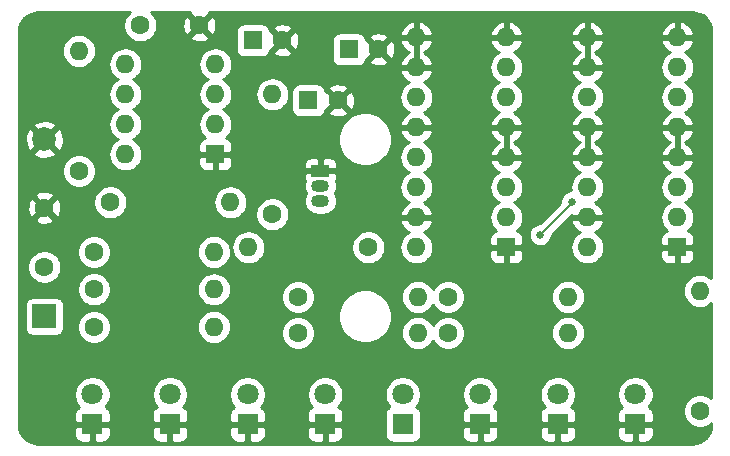
<source format=gbr>
G04 #@! TF.GenerationSoftware,KiCad,Pcbnew,(5.1.4)-1*
G04 #@! TF.CreationDate,2019-10-03T09:13:13-04:00*
G04 #@! TF.ProjectId,8-bit counter,382d6269-7420-4636-9f75-6e7465722e6b,rev?*
G04 #@! TF.SameCoordinates,Original*
G04 #@! TF.FileFunction,Copper,L2,Bot*
G04 #@! TF.FilePolarity,Positive*
%FSLAX46Y46*%
G04 Gerber Fmt 4.6, Leading zero omitted, Abs format (unit mm)*
G04 Created by KiCad (PCBNEW (5.1.4)-1) date 2019-10-03 09:13:13*
%MOMM*%
%LPD*%
G04 APERTURE LIST*
%ADD10C,1.600000*%
%ADD11R,1.600000X1.600000*%
%ADD12O,1.600000X1.600000*%
%ADD13R,1.800000X1.800000*%
%ADD14C,1.800000*%
%ADD15O,1.500000X1.050000*%
%ADD16R,1.500000X1.050000*%
%ADD17R,2.000000X2.000000*%
%ADD18C,2.000000*%
%ADD19C,0.660400*%
%ADD20C,0.152400*%
%ADD21C,0.254000*%
G04 APERTURE END LIST*
D10*
X115911000Y-44196000D03*
D11*
X113411000Y-44196000D03*
D10*
X107783000Y-43434000D03*
D11*
X105283000Y-43434000D03*
D10*
X87630000Y-57611000D03*
X87630000Y-62611000D03*
X100758000Y-42164000D03*
X95758000Y-42164000D03*
D12*
X101981000Y-61341000D03*
D10*
X91821000Y-61341000D03*
X112482000Y-48514000D03*
D11*
X109982000Y-48514000D03*
D12*
X94488000Y-53086000D03*
X102108000Y-45466000D03*
X94488000Y-50546000D03*
X102108000Y-48006000D03*
X94488000Y-48006000D03*
X102108000Y-50546000D03*
X94488000Y-45466000D03*
D11*
X102108000Y-53086000D03*
X126746000Y-60960000D03*
D12*
X119126000Y-43180000D03*
X126746000Y-58420000D03*
X119126000Y-45720000D03*
X126746000Y-55880000D03*
X119126000Y-48260000D03*
X126746000Y-53340000D03*
X119126000Y-50800000D03*
X126746000Y-50800000D03*
X119126000Y-53340000D03*
X126746000Y-48260000D03*
X119126000Y-55880000D03*
X126746000Y-45720000D03*
X119126000Y-58420000D03*
X126746000Y-43180000D03*
X119126000Y-60960000D03*
D11*
X141224000Y-60960000D03*
D12*
X133604000Y-43180000D03*
X141224000Y-58420000D03*
X133604000Y-45720000D03*
X141224000Y-55880000D03*
X133604000Y-48260000D03*
X141224000Y-53340000D03*
X133604000Y-50800000D03*
X141224000Y-50800000D03*
X133604000Y-53340000D03*
X141224000Y-48260000D03*
X133604000Y-55880000D03*
X141224000Y-45720000D03*
X133604000Y-58420000D03*
X141224000Y-43180000D03*
X133604000Y-60960000D03*
D13*
X91694000Y-75946000D03*
D14*
X91694000Y-73406000D03*
X98261714Y-73406000D03*
D13*
X98261714Y-75946000D03*
D14*
X104829428Y-73406000D03*
D13*
X104829428Y-75946000D03*
X111397142Y-75946000D03*
D14*
X111397142Y-73406000D03*
X117964856Y-73406000D03*
D13*
X117964856Y-75946000D03*
X124532570Y-75946000D03*
D14*
X124532570Y-73406000D03*
X131100284Y-73406000D03*
D13*
X131100284Y-75946000D03*
X137668000Y-75946000D03*
D14*
X137668000Y-73406000D03*
D15*
X110998000Y-55753000D03*
X110998000Y-57023000D03*
D16*
X110998000Y-54483000D03*
D12*
X90551000Y-44323000D03*
D10*
X90551000Y-54483000D03*
X93218000Y-57150000D03*
D12*
X103378000Y-57150000D03*
X101981000Y-64516000D03*
D10*
X91821000Y-64516000D03*
X91821000Y-67691000D03*
D12*
X101981000Y-67691000D03*
X119253000Y-65151000D03*
D10*
X109093000Y-65151000D03*
X109093000Y-68199000D03*
D12*
X119253000Y-68199000D03*
D10*
X121793000Y-65151000D03*
D12*
X131953000Y-65151000D03*
X131953000Y-68199000D03*
D10*
X121793000Y-68199000D03*
X143129000Y-74803000D03*
D12*
X143129000Y-64643000D03*
D10*
X106934000Y-58166000D03*
D12*
X106934000Y-48006000D03*
X104902000Y-60960000D03*
D10*
X115062000Y-60960000D03*
D17*
X87630000Y-66802000D03*
D18*
X87630000Y-51812000D03*
D19*
X129667000Y-58674000D03*
X130937000Y-59944000D03*
X131064000Y-56769000D03*
X109728000Y-43561000D03*
X109982000Y-46101000D03*
X111379000Y-43942000D03*
X95631000Y-43942000D03*
X93472000Y-43688000D03*
X94107000Y-41402000D03*
X90551000Y-41529000D03*
X85979000Y-42418000D03*
X88011000Y-42418000D03*
X85979000Y-47752000D03*
X88011000Y-47752000D03*
X87630000Y-54737000D03*
X86614000Y-59563000D03*
X86741000Y-70104000D03*
X86614000Y-76327000D03*
X89281000Y-74295000D03*
X94869000Y-75565000D03*
X95631000Y-71247000D03*
X91567000Y-70739000D03*
X90043000Y-63881000D03*
X93345000Y-62992000D03*
X93599000Y-60198000D03*
X100076000Y-60071000D03*
X99949000Y-62992000D03*
X100838000Y-66421000D03*
X92583000Y-66040000D03*
X94869000Y-69088000D03*
X100584000Y-69088000D03*
X107315000Y-64770000D03*
X103886000Y-67310000D03*
X106807000Y-68453000D03*
X104140000Y-70104000D03*
X107315000Y-71755000D03*
X108331000Y-75692000D03*
X101600000Y-75692000D03*
X101600000Y-71374000D03*
X114935000Y-74676000D03*
X121412000Y-76835000D03*
X120904000Y-73279000D03*
X118110000Y-70739000D03*
X114808000Y-71882000D03*
X112522000Y-69088000D03*
X110617000Y-66675000D03*
X112268000Y-64897000D03*
X117094000Y-65024000D03*
X116713000Y-69342000D03*
X127635000Y-76073000D03*
X134493000Y-75946000D03*
X143256000Y-76835000D03*
X140208000Y-74803000D03*
X143637000Y-73025000D03*
X143764000Y-66421000D03*
X141351000Y-64643000D03*
X133604000Y-69342000D03*
X140081000Y-69850000D03*
X135382000Y-71501000D03*
X128524000Y-60833000D03*
X124079000Y-60833000D03*
X121412000Y-57658000D03*
X121031000Y-60706000D03*
X116840000Y-60071000D03*
X114046000Y-58166000D03*
X116967000Y-58420000D03*
X100203000Y-45339000D03*
X102616000Y-41529000D03*
X98044000Y-41910000D03*
X113030000Y-46355000D03*
X116713000Y-45974000D03*
X116078000Y-48641000D03*
X110871000Y-51308000D03*
X104775000Y-51816000D03*
X104394000Y-54864000D03*
X105156000Y-57277000D03*
X108077000Y-55372000D03*
X108458000Y-52070000D03*
X112903000Y-55880000D03*
X117348000Y-55880000D03*
X131191000Y-55118000D03*
X131191000Y-49530000D03*
X124968000Y-57277000D03*
X128016000Y-52070000D03*
X131699000Y-45720000D03*
X128016000Y-49530000D03*
X123063000Y-41910000D03*
X122936000Y-46355000D03*
X122809000Y-51181000D03*
X130175000Y-42037000D03*
X137795000Y-42037000D03*
X137795000Y-46101000D03*
X139446000Y-51181000D03*
X143256000Y-44704000D03*
X132270500Y-57086500D03*
X129600201Y-59883799D03*
D20*
X132270500Y-57213500D02*
X132270500Y-57086500D01*
X129600201Y-59883799D02*
X132270500Y-57213500D01*
D21*
G36*
X94843241Y-41049363D02*
G01*
X94643363Y-41249241D01*
X94486320Y-41484273D01*
X94378147Y-41745426D01*
X94323000Y-42022665D01*
X94323000Y-42305335D01*
X94378147Y-42582574D01*
X94486320Y-42843727D01*
X94643363Y-43078759D01*
X94843241Y-43278637D01*
X95078273Y-43435680D01*
X95339426Y-43543853D01*
X95616665Y-43599000D01*
X95899335Y-43599000D01*
X96176574Y-43543853D01*
X96437727Y-43435680D01*
X96672759Y-43278637D01*
X96794694Y-43156702D01*
X99944903Y-43156702D01*
X100016486Y-43400671D01*
X100271996Y-43521571D01*
X100546184Y-43590300D01*
X100828512Y-43604217D01*
X101108130Y-43562787D01*
X101374292Y-43467603D01*
X101499514Y-43400671D01*
X101571097Y-43156702D01*
X100758000Y-42343605D01*
X99944903Y-43156702D01*
X96794694Y-43156702D01*
X96872637Y-43078759D01*
X97029680Y-42843727D01*
X97137853Y-42582574D01*
X97193000Y-42305335D01*
X97193000Y-42234512D01*
X99317783Y-42234512D01*
X99359213Y-42514130D01*
X99454397Y-42780292D01*
X99521329Y-42905514D01*
X99765298Y-42977097D01*
X100578395Y-42164000D01*
X100937605Y-42164000D01*
X101750702Y-42977097D01*
X101994671Y-42905514D01*
X102115571Y-42650004D01*
X102119582Y-42634000D01*
X103844928Y-42634000D01*
X103844928Y-44234000D01*
X103857188Y-44358482D01*
X103893498Y-44478180D01*
X103952463Y-44588494D01*
X104031815Y-44685185D01*
X104128506Y-44764537D01*
X104238820Y-44823502D01*
X104358518Y-44859812D01*
X104483000Y-44872072D01*
X106083000Y-44872072D01*
X106207482Y-44859812D01*
X106327180Y-44823502D01*
X106437494Y-44764537D01*
X106534185Y-44685185D01*
X106613537Y-44588494D01*
X106672502Y-44478180D01*
X106688117Y-44426702D01*
X106969903Y-44426702D01*
X107041486Y-44670671D01*
X107296996Y-44791571D01*
X107571184Y-44860300D01*
X107853512Y-44874217D01*
X108133130Y-44832787D01*
X108399292Y-44737603D01*
X108524514Y-44670671D01*
X108596097Y-44426702D01*
X107783000Y-43613605D01*
X106969903Y-44426702D01*
X106688117Y-44426702D01*
X106708812Y-44358482D01*
X106721072Y-44234000D01*
X106721072Y-44226785D01*
X106790298Y-44247097D01*
X107603395Y-43434000D01*
X107962605Y-43434000D01*
X108775702Y-44247097D01*
X109019671Y-44175514D01*
X109140571Y-43920004D01*
X109209300Y-43645816D01*
X109221614Y-43396000D01*
X111972928Y-43396000D01*
X111972928Y-44996000D01*
X111985188Y-45120482D01*
X112021498Y-45240180D01*
X112080463Y-45350494D01*
X112159815Y-45447185D01*
X112256506Y-45526537D01*
X112366820Y-45585502D01*
X112486518Y-45621812D01*
X112611000Y-45634072D01*
X114211000Y-45634072D01*
X114335482Y-45621812D01*
X114455180Y-45585502D01*
X114565494Y-45526537D01*
X114662185Y-45447185D01*
X114741537Y-45350494D01*
X114800502Y-45240180D01*
X114816117Y-45188702D01*
X115097903Y-45188702D01*
X115169486Y-45432671D01*
X115424996Y-45553571D01*
X115699184Y-45622300D01*
X115981512Y-45636217D01*
X116261130Y-45594787D01*
X116527292Y-45499603D01*
X116652514Y-45432671D01*
X116724097Y-45188702D01*
X115911000Y-44375605D01*
X115097903Y-45188702D01*
X114816117Y-45188702D01*
X114836812Y-45120482D01*
X114849072Y-44996000D01*
X114849072Y-44988785D01*
X114918298Y-45009097D01*
X115731395Y-44196000D01*
X116090605Y-44196000D01*
X116903702Y-45009097D01*
X117147671Y-44937514D01*
X117268571Y-44682004D01*
X117337300Y-44407816D01*
X117351217Y-44125488D01*
X117309787Y-43845870D01*
X117214603Y-43579708D01*
X117187521Y-43529039D01*
X117734096Y-43529039D01*
X117774754Y-43663087D01*
X117894963Y-43917420D01*
X118062481Y-44143414D01*
X118270869Y-44332385D01*
X118466982Y-44450000D01*
X118270869Y-44567615D01*
X118062481Y-44756586D01*
X117894963Y-44982580D01*
X117774754Y-45236913D01*
X117734096Y-45370961D01*
X117856085Y-45593000D01*
X118999000Y-45593000D01*
X118999000Y-43307000D01*
X119253000Y-43307000D01*
X119253000Y-45593000D01*
X120395915Y-45593000D01*
X120517904Y-45370961D01*
X120477246Y-45236913D01*
X120357037Y-44982580D01*
X120189519Y-44756586D01*
X119981131Y-44567615D01*
X119785018Y-44450000D01*
X119981131Y-44332385D01*
X120189519Y-44143414D01*
X120357037Y-43917420D01*
X120477246Y-43663087D01*
X120517904Y-43529039D01*
X120395915Y-43307000D01*
X119253000Y-43307000D01*
X118999000Y-43307000D01*
X117856085Y-43307000D01*
X117734096Y-43529039D01*
X117187521Y-43529039D01*
X117147671Y-43454486D01*
X116903702Y-43382903D01*
X116090605Y-44196000D01*
X115731395Y-44196000D01*
X114918298Y-43382903D01*
X114849072Y-43403215D01*
X114849072Y-43396000D01*
X114836812Y-43271518D01*
X114816118Y-43203298D01*
X115097903Y-43203298D01*
X115911000Y-44016395D01*
X116724097Y-43203298D01*
X116652514Y-42959329D01*
X116397004Y-42838429D01*
X116367212Y-42830961D01*
X117734096Y-42830961D01*
X117856085Y-43053000D01*
X118999000Y-43053000D01*
X118999000Y-41909376D01*
X119253000Y-41909376D01*
X119253000Y-43053000D01*
X120395915Y-43053000D01*
X120517904Y-42830961D01*
X125354096Y-42830961D01*
X125476085Y-43053000D01*
X126619000Y-43053000D01*
X126619000Y-41909376D01*
X126873000Y-41909376D01*
X126873000Y-43053000D01*
X128015915Y-43053000D01*
X128137904Y-42830961D01*
X132212096Y-42830961D01*
X132334085Y-43053000D01*
X133477000Y-43053000D01*
X133477000Y-41909376D01*
X133731000Y-41909376D01*
X133731000Y-43053000D01*
X134873915Y-43053000D01*
X134995904Y-42830961D01*
X139832096Y-42830961D01*
X139954085Y-43053000D01*
X141097000Y-43053000D01*
X141097000Y-41909376D01*
X141351000Y-41909376D01*
X141351000Y-43053000D01*
X142493915Y-43053000D01*
X142615904Y-42830961D01*
X142575246Y-42696913D01*
X142455037Y-42442580D01*
X142287519Y-42216586D01*
X142079131Y-42027615D01*
X141837881Y-41882930D01*
X141573040Y-41788091D01*
X141351000Y-41909376D01*
X141097000Y-41909376D01*
X140874960Y-41788091D01*
X140610119Y-41882930D01*
X140368869Y-42027615D01*
X140160481Y-42216586D01*
X139992963Y-42442580D01*
X139872754Y-42696913D01*
X139832096Y-42830961D01*
X134995904Y-42830961D01*
X134955246Y-42696913D01*
X134835037Y-42442580D01*
X134667519Y-42216586D01*
X134459131Y-42027615D01*
X134217881Y-41882930D01*
X133953040Y-41788091D01*
X133731000Y-41909376D01*
X133477000Y-41909376D01*
X133254960Y-41788091D01*
X132990119Y-41882930D01*
X132748869Y-42027615D01*
X132540481Y-42216586D01*
X132372963Y-42442580D01*
X132252754Y-42696913D01*
X132212096Y-42830961D01*
X128137904Y-42830961D01*
X128097246Y-42696913D01*
X127977037Y-42442580D01*
X127809519Y-42216586D01*
X127601131Y-42027615D01*
X127359881Y-41882930D01*
X127095040Y-41788091D01*
X126873000Y-41909376D01*
X126619000Y-41909376D01*
X126396960Y-41788091D01*
X126132119Y-41882930D01*
X125890869Y-42027615D01*
X125682481Y-42216586D01*
X125514963Y-42442580D01*
X125394754Y-42696913D01*
X125354096Y-42830961D01*
X120517904Y-42830961D01*
X120477246Y-42696913D01*
X120357037Y-42442580D01*
X120189519Y-42216586D01*
X119981131Y-42027615D01*
X119739881Y-41882930D01*
X119475040Y-41788091D01*
X119253000Y-41909376D01*
X118999000Y-41909376D01*
X118776960Y-41788091D01*
X118512119Y-41882930D01*
X118270869Y-42027615D01*
X118062481Y-42216586D01*
X117894963Y-42442580D01*
X117774754Y-42696913D01*
X117734096Y-42830961D01*
X116367212Y-42830961D01*
X116122816Y-42769700D01*
X115840488Y-42755783D01*
X115560870Y-42797213D01*
X115294708Y-42892397D01*
X115169486Y-42959329D01*
X115097903Y-43203298D01*
X114816118Y-43203298D01*
X114800502Y-43151820D01*
X114741537Y-43041506D01*
X114662185Y-42944815D01*
X114565494Y-42865463D01*
X114455180Y-42806498D01*
X114335482Y-42770188D01*
X114211000Y-42757928D01*
X112611000Y-42757928D01*
X112486518Y-42770188D01*
X112366820Y-42806498D01*
X112256506Y-42865463D01*
X112159815Y-42944815D01*
X112080463Y-43041506D01*
X112021498Y-43151820D01*
X111985188Y-43271518D01*
X111972928Y-43396000D01*
X109221614Y-43396000D01*
X109223217Y-43363488D01*
X109181787Y-43083870D01*
X109086603Y-42817708D01*
X109019671Y-42692486D01*
X108775702Y-42620903D01*
X107962605Y-43434000D01*
X107603395Y-43434000D01*
X106790298Y-42620903D01*
X106721072Y-42641215D01*
X106721072Y-42634000D01*
X106708812Y-42509518D01*
X106688118Y-42441298D01*
X106969903Y-42441298D01*
X107783000Y-43254395D01*
X108596097Y-42441298D01*
X108524514Y-42197329D01*
X108269004Y-42076429D01*
X107994816Y-42007700D01*
X107712488Y-41993783D01*
X107432870Y-42035213D01*
X107166708Y-42130397D01*
X107041486Y-42197329D01*
X106969903Y-42441298D01*
X106688118Y-42441298D01*
X106672502Y-42389820D01*
X106613537Y-42279506D01*
X106534185Y-42182815D01*
X106437494Y-42103463D01*
X106327180Y-42044498D01*
X106207482Y-42008188D01*
X106083000Y-41995928D01*
X104483000Y-41995928D01*
X104358518Y-42008188D01*
X104238820Y-42044498D01*
X104128506Y-42103463D01*
X104031815Y-42182815D01*
X103952463Y-42279506D01*
X103893498Y-42389820D01*
X103857188Y-42509518D01*
X103844928Y-42634000D01*
X102119582Y-42634000D01*
X102184300Y-42375816D01*
X102198217Y-42093488D01*
X102156787Y-41813870D01*
X102061603Y-41547708D01*
X101994671Y-41422486D01*
X101750702Y-41350903D01*
X100937605Y-42164000D01*
X100578395Y-42164000D01*
X99765298Y-41350903D01*
X99521329Y-41422486D01*
X99400429Y-41677996D01*
X99331700Y-41952184D01*
X99317783Y-42234512D01*
X97193000Y-42234512D01*
X97193000Y-42022665D01*
X97137853Y-41745426D01*
X97029680Y-41484273D01*
X96872637Y-41249241D01*
X96672759Y-41049363D01*
X96667726Y-41046000D01*
X99981667Y-41046000D01*
X99944903Y-41171298D01*
X100758000Y-41984395D01*
X101571097Y-41171298D01*
X101534333Y-41046000D01*
X142436321Y-41046000D01*
X142783810Y-41080072D01*
X143087013Y-41171614D01*
X143366664Y-41320307D01*
X143612105Y-41520484D01*
X143813991Y-41764521D01*
X143964631Y-42043125D01*
X144058290Y-42345688D01*
X144094600Y-42691158D01*
X144094601Y-63579069D01*
X143930101Y-63444068D01*
X143680808Y-63310818D01*
X143410309Y-63228764D01*
X143199492Y-63208000D01*
X143058508Y-63208000D01*
X142847691Y-63228764D01*
X142577192Y-63310818D01*
X142327899Y-63444068D01*
X142109392Y-63623392D01*
X141930068Y-63841899D01*
X141796818Y-64091192D01*
X141714764Y-64361691D01*
X141687057Y-64643000D01*
X141714764Y-64924309D01*
X141796818Y-65194808D01*
X141930068Y-65444101D01*
X142109392Y-65662608D01*
X142327899Y-65841932D01*
X142577192Y-65975182D01*
X142847691Y-66057236D01*
X143058508Y-66078000D01*
X143199492Y-66078000D01*
X143410309Y-66057236D01*
X143680808Y-65975182D01*
X143930101Y-65841932D01*
X144094601Y-65706931D01*
X144094601Y-73739205D01*
X144043759Y-73688363D01*
X143808727Y-73531320D01*
X143547574Y-73423147D01*
X143270335Y-73368000D01*
X142987665Y-73368000D01*
X142710426Y-73423147D01*
X142449273Y-73531320D01*
X142214241Y-73688363D01*
X142014363Y-73888241D01*
X141857320Y-74123273D01*
X141749147Y-74384426D01*
X141694000Y-74661665D01*
X141694000Y-74944335D01*
X141749147Y-75221574D01*
X141857320Y-75482727D01*
X142014363Y-75717759D01*
X142214241Y-75917637D01*
X142449273Y-76074680D01*
X142710426Y-76182853D01*
X142987665Y-76238000D01*
X143270335Y-76238000D01*
X143547574Y-76182853D01*
X143808727Y-76074680D01*
X144043759Y-75917637D01*
X144094601Y-75866795D01*
X144094601Y-75913711D01*
X144060528Y-76261209D01*
X143968984Y-76564417D01*
X143820293Y-76844063D01*
X143620116Y-77089505D01*
X143376076Y-77291392D01*
X143097475Y-77442031D01*
X142794913Y-77535690D01*
X142449442Y-77572000D01*
X87128879Y-77572000D01*
X86781391Y-77537928D01*
X86478183Y-77446384D01*
X86198537Y-77297693D01*
X85953095Y-77097516D01*
X85751208Y-76853476D01*
X85747166Y-76846000D01*
X90155928Y-76846000D01*
X90168188Y-76970482D01*
X90204498Y-77090180D01*
X90263463Y-77200494D01*
X90342815Y-77297185D01*
X90439506Y-77376537D01*
X90549820Y-77435502D01*
X90669518Y-77471812D01*
X90794000Y-77484072D01*
X91408250Y-77481000D01*
X91567000Y-77322250D01*
X91567000Y-76073000D01*
X91821000Y-76073000D01*
X91821000Y-77322250D01*
X91979750Y-77481000D01*
X92594000Y-77484072D01*
X92718482Y-77471812D01*
X92838180Y-77435502D01*
X92948494Y-77376537D01*
X93045185Y-77297185D01*
X93124537Y-77200494D01*
X93183502Y-77090180D01*
X93219812Y-76970482D01*
X93232072Y-76846000D01*
X96723642Y-76846000D01*
X96735902Y-76970482D01*
X96772212Y-77090180D01*
X96831177Y-77200494D01*
X96910529Y-77297185D01*
X97007220Y-77376537D01*
X97117534Y-77435502D01*
X97237232Y-77471812D01*
X97361714Y-77484072D01*
X97975964Y-77481000D01*
X98134714Y-77322250D01*
X98134714Y-76073000D01*
X98388714Y-76073000D01*
X98388714Y-77322250D01*
X98547464Y-77481000D01*
X99161714Y-77484072D01*
X99286196Y-77471812D01*
X99405894Y-77435502D01*
X99516208Y-77376537D01*
X99612899Y-77297185D01*
X99692251Y-77200494D01*
X99751216Y-77090180D01*
X99787526Y-76970482D01*
X99799786Y-76846000D01*
X103291356Y-76846000D01*
X103303616Y-76970482D01*
X103339926Y-77090180D01*
X103398891Y-77200494D01*
X103478243Y-77297185D01*
X103574934Y-77376537D01*
X103685248Y-77435502D01*
X103804946Y-77471812D01*
X103929428Y-77484072D01*
X104543678Y-77481000D01*
X104702428Y-77322250D01*
X104702428Y-76073000D01*
X104956428Y-76073000D01*
X104956428Y-77322250D01*
X105115178Y-77481000D01*
X105729428Y-77484072D01*
X105853910Y-77471812D01*
X105973608Y-77435502D01*
X106083922Y-77376537D01*
X106180613Y-77297185D01*
X106259965Y-77200494D01*
X106318930Y-77090180D01*
X106355240Y-76970482D01*
X106367500Y-76846000D01*
X109859070Y-76846000D01*
X109871330Y-76970482D01*
X109907640Y-77090180D01*
X109966605Y-77200494D01*
X110045957Y-77297185D01*
X110142648Y-77376537D01*
X110252962Y-77435502D01*
X110372660Y-77471812D01*
X110497142Y-77484072D01*
X111111392Y-77481000D01*
X111270142Y-77322250D01*
X111270142Y-76073000D01*
X111524142Y-76073000D01*
X111524142Y-77322250D01*
X111682892Y-77481000D01*
X112297142Y-77484072D01*
X112421624Y-77471812D01*
X112541322Y-77435502D01*
X112651636Y-77376537D01*
X112748327Y-77297185D01*
X112827679Y-77200494D01*
X112886644Y-77090180D01*
X112922954Y-76970482D01*
X112935214Y-76846000D01*
X112932142Y-76231750D01*
X112773392Y-76073000D01*
X111524142Y-76073000D01*
X111270142Y-76073000D01*
X110020892Y-76073000D01*
X109862142Y-76231750D01*
X109859070Y-76846000D01*
X106367500Y-76846000D01*
X106364428Y-76231750D01*
X106205678Y-76073000D01*
X104956428Y-76073000D01*
X104702428Y-76073000D01*
X103453178Y-76073000D01*
X103294428Y-76231750D01*
X103291356Y-76846000D01*
X99799786Y-76846000D01*
X99796714Y-76231750D01*
X99637964Y-76073000D01*
X98388714Y-76073000D01*
X98134714Y-76073000D01*
X96885464Y-76073000D01*
X96726714Y-76231750D01*
X96723642Y-76846000D01*
X93232072Y-76846000D01*
X93229000Y-76231750D01*
X93070250Y-76073000D01*
X91821000Y-76073000D01*
X91567000Y-76073000D01*
X90317750Y-76073000D01*
X90159000Y-76231750D01*
X90155928Y-76846000D01*
X85747166Y-76846000D01*
X85600569Y-76574875D01*
X85506910Y-76272313D01*
X85470600Y-75926842D01*
X85470600Y-75046000D01*
X90155928Y-75046000D01*
X90159000Y-75660250D01*
X90317750Y-75819000D01*
X91567000Y-75819000D01*
X91567000Y-75799000D01*
X91821000Y-75799000D01*
X91821000Y-75819000D01*
X93070250Y-75819000D01*
X93229000Y-75660250D01*
X93232072Y-75046000D01*
X96723642Y-75046000D01*
X96726714Y-75660250D01*
X96885464Y-75819000D01*
X98134714Y-75819000D01*
X98134714Y-75799000D01*
X98388714Y-75799000D01*
X98388714Y-75819000D01*
X99637964Y-75819000D01*
X99796714Y-75660250D01*
X99799786Y-75046000D01*
X103291356Y-75046000D01*
X103294428Y-75660250D01*
X103453178Y-75819000D01*
X104702428Y-75819000D01*
X104702428Y-75799000D01*
X104956428Y-75799000D01*
X104956428Y-75819000D01*
X106205678Y-75819000D01*
X106364428Y-75660250D01*
X106367500Y-75046000D01*
X109859070Y-75046000D01*
X109862142Y-75660250D01*
X110020892Y-75819000D01*
X111270142Y-75819000D01*
X111270142Y-75799000D01*
X111524142Y-75799000D01*
X111524142Y-75819000D01*
X112773392Y-75819000D01*
X112932142Y-75660250D01*
X112935214Y-75046000D01*
X116426784Y-75046000D01*
X116426784Y-76846000D01*
X116439044Y-76970482D01*
X116475354Y-77090180D01*
X116534319Y-77200494D01*
X116613671Y-77297185D01*
X116710362Y-77376537D01*
X116820676Y-77435502D01*
X116940374Y-77471812D01*
X117064856Y-77484072D01*
X118864856Y-77484072D01*
X118989338Y-77471812D01*
X119109036Y-77435502D01*
X119219350Y-77376537D01*
X119316041Y-77297185D01*
X119395393Y-77200494D01*
X119454358Y-77090180D01*
X119490668Y-76970482D01*
X119502928Y-76846000D01*
X122994498Y-76846000D01*
X123006758Y-76970482D01*
X123043068Y-77090180D01*
X123102033Y-77200494D01*
X123181385Y-77297185D01*
X123278076Y-77376537D01*
X123388390Y-77435502D01*
X123508088Y-77471812D01*
X123632570Y-77484072D01*
X124246820Y-77481000D01*
X124405570Y-77322250D01*
X124405570Y-76073000D01*
X124659570Y-76073000D01*
X124659570Y-77322250D01*
X124818320Y-77481000D01*
X125432570Y-77484072D01*
X125557052Y-77471812D01*
X125676750Y-77435502D01*
X125787064Y-77376537D01*
X125883755Y-77297185D01*
X125963107Y-77200494D01*
X126022072Y-77090180D01*
X126058382Y-76970482D01*
X126070642Y-76846000D01*
X129562212Y-76846000D01*
X129574472Y-76970482D01*
X129610782Y-77090180D01*
X129669747Y-77200494D01*
X129749099Y-77297185D01*
X129845790Y-77376537D01*
X129956104Y-77435502D01*
X130075802Y-77471812D01*
X130200284Y-77484072D01*
X130814534Y-77481000D01*
X130973284Y-77322250D01*
X130973284Y-76073000D01*
X131227284Y-76073000D01*
X131227284Y-77322250D01*
X131386034Y-77481000D01*
X132000284Y-77484072D01*
X132124766Y-77471812D01*
X132244464Y-77435502D01*
X132354778Y-77376537D01*
X132451469Y-77297185D01*
X132530821Y-77200494D01*
X132589786Y-77090180D01*
X132626096Y-76970482D01*
X132638356Y-76846000D01*
X136129928Y-76846000D01*
X136142188Y-76970482D01*
X136178498Y-77090180D01*
X136237463Y-77200494D01*
X136316815Y-77297185D01*
X136413506Y-77376537D01*
X136523820Y-77435502D01*
X136643518Y-77471812D01*
X136768000Y-77484072D01*
X137382250Y-77481000D01*
X137541000Y-77322250D01*
X137541000Y-76073000D01*
X137795000Y-76073000D01*
X137795000Y-77322250D01*
X137953750Y-77481000D01*
X138568000Y-77484072D01*
X138692482Y-77471812D01*
X138812180Y-77435502D01*
X138922494Y-77376537D01*
X139019185Y-77297185D01*
X139098537Y-77200494D01*
X139157502Y-77090180D01*
X139193812Y-76970482D01*
X139206072Y-76846000D01*
X139203000Y-76231750D01*
X139044250Y-76073000D01*
X137795000Y-76073000D01*
X137541000Y-76073000D01*
X136291750Y-76073000D01*
X136133000Y-76231750D01*
X136129928Y-76846000D01*
X132638356Y-76846000D01*
X132635284Y-76231750D01*
X132476534Y-76073000D01*
X131227284Y-76073000D01*
X130973284Y-76073000D01*
X129724034Y-76073000D01*
X129565284Y-76231750D01*
X129562212Y-76846000D01*
X126070642Y-76846000D01*
X126067570Y-76231750D01*
X125908820Y-76073000D01*
X124659570Y-76073000D01*
X124405570Y-76073000D01*
X123156320Y-76073000D01*
X122997570Y-76231750D01*
X122994498Y-76846000D01*
X119502928Y-76846000D01*
X119502928Y-75046000D01*
X122994498Y-75046000D01*
X122997570Y-75660250D01*
X123156320Y-75819000D01*
X124405570Y-75819000D01*
X124405570Y-75799000D01*
X124659570Y-75799000D01*
X124659570Y-75819000D01*
X125908820Y-75819000D01*
X126067570Y-75660250D01*
X126070642Y-75046000D01*
X129562212Y-75046000D01*
X129565284Y-75660250D01*
X129724034Y-75819000D01*
X130973284Y-75819000D01*
X130973284Y-75799000D01*
X131227284Y-75799000D01*
X131227284Y-75819000D01*
X132476534Y-75819000D01*
X132635284Y-75660250D01*
X132638356Y-75046000D01*
X136129928Y-75046000D01*
X136133000Y-75660250D01*
X136291750Y-75819000D01*
X137541000Y-75819000D01*
X137541000Y-75799000D01*
X137795000Y-75799000D01*
X137795000Y-75819000D01*
X139044250Y-75819000D01*
X139203000Y-75660250D01*
X139206072Y-75046000D01*
X139193812Y-74921518D01*
X139157502Y-74801820D01*
X139098537Y-74691506D01*
X139019185Y-74594815D01*
X138922494Y-74515463D01*
X138812180Y-74456498D01*
X138793873Y-74450944D01*
X138860312Y-74384505D01*
X139028299Y-74133095D01*
X139144011Y-73853743D01*
X139203000Y-73557184D01*
X139203000Y-73254816D01*
X139144011Y-72958257D01*
X139028299Y-72678905D01*
X138860312Y-72427495D01*
X138646505Y-72213688D01*
X138395095Y-72045701D01*
X138115743Y-71929989D01*
X137819184Y-71871000D01*
X137516816Y-71871000D01*
X137220257Y-71929989D01*
X136940905Y-72045701D01*
X136689495Y-72213688D01*
X136475688Y-72427495D01*
X136307701Y-72678905D01*
X136191989Y-72958257D01*
X136133000Y-73254816D01*
X136133000Y-73557184D01*
X136191989Y-73853743D01*
X136307701Y-74133095D01*
X136475688Y-74384505D01*
X136542127Y-74450944D01*
X136523820Y-74456498D01*
X136413506Y-74515463D01*
X136316815Y-74594815D01*
X136237463Y-74691506D01*
X136178498Y-74801820D01*
X136142188Y-74921518D01*
X136129928Y-75046000D01*
X132638356Y-75046000D01*
X132626096Y-74921518D01*
X132589786Y-74801820D01*
X132530821Y-74691506D01*
X132451469Y-74594815D01*
X132354778Y-74515463D01*
X132244464Y-74456498D01*
X132226157Y-74450944D01*
X132292596Y-74384505D01*
X132460583Y-74133095D01*
X132576295Y-73853743D01*
X132635284Y-73557184D01*
X132635284Y-73254816D01*
X132576295Y-72958257D01*
X132460583Y-72678905D01*
X132292596Y-72427495D01*
X132078789Y-72213688D01*
X131827379Y-72045701D01*
X131548027Y-71929989D01*
X131251468Y-71871000D01*
X130949100Y-71871000D01*
X130652541Y-71929989D01*
X130373189Y-72045701D01*
X130121779Y-72213688D01*
X129907972Y-72427495D01*
X129739985Y-72678905D01*
X129624273Y-72958257D01*
X129565284Y-73254816D01*
X129565284Y-73557184D01*
X129624273Y-73853743D01*
X129739985Y-74133095D01*
X129907972Y-74384505D01*
X129974411Y-74450944D01*
X129956104Y-74456498D01*
X129845790Y-74515463D01*
X129749099Y-74594815D01*
X129669747Y-74691506D01*
X129610782Y-74801820D01*
X129574472Y-74921518D01*
X129562212Y-75046000D01*
X126070642Y-75046000D01*
X126058382Y-74921518D01*
X126022072Y-74801820D01*
X125963107Y-74691506D01*
X125883755Y-74594815D01*
X125787064Y-74515463D01*
X125676750Y-74456498D01*
X125658443Y-74450944D01*
X125724882Y-74384505D01*
X125892869Y-74133095D01*
X126008581Y-73853743D01*
X126067570Y-73557184D01*
X126067570Y-73254816D01*
X126008581Y-72958257D01*
X125892869Y-72678905D01*
X125724882Y-72427495D01*
X125511075Y-72213688D01*
X125259665Y-72045701D01*
X124980313Y-71929989D01*
X124683754Y-71871000D01*
X124381386Y-71871000D01*
X124084827Y-71929989D01*
X123805475Y-72045701D01*
X123554065Y-72213688D01*
X123340258Y-72427495D01*
X123172271Y-72678905D01*
X123056559Y-72958257D01*
X122997570Y-73254816D01*
X122997570Y-73557184D01*
X123056559Y-73853743D01*
X123172271Y-74133095D01*
X123340258Y-74384505D01*
X123406697Y-74450944D01*
X123388390Y-74456498D01*
X123278076Y-74515463D01*
X123181385Y-74594815D01*
X123102033Y-74691506D01*
X123043068Y-74801820D01*
X123006758Y-74921518D01*
X122994498Y-75046000D01*
X119502928Y-75046000D01*
X119490668Y-74921518D01*
X119454358Y-74801820D01*
X119395393Y-74691506D01*
X119316041Y-74594815D01*
X119219350Y-74515463D01*
X119109036Y-74456498D01*
X119090729Y-74450944D01*
X119157168Y-74384505D01*
X119325155Y-74133095D01*
X119440867Y-73853743D01*
X119499856Y-73557184D01*
X119499856Y-73254816D01*
X119440867Y-72958257D01*
X119325155Y-72678905D01*
X119157168Y-72427495D01*
X118943361Y-72213688D01*
X118691951Y-72045701D01*
X118412599Y-71929989D01*
X118116040Y-71871000D01*
X117813672Y-71871000D01*
X117517113Y-71929989D01*
X117237761Y-72045701D01*
X116986351Y-72213688D01*
X116772544Y-72427495D01*
X116604557Y-72678905D01*
X116488845Y-72958257D01*
X116429856Y-73254816D01*
X116429856Y-73557184D01*
X116488845Y-73853743D01*
X116604557Y-74133095D01*
X116772544Y-74384505D01*
X116838983Y-74450944D01*
X116820676Y-74456498D01*
X116710362Y-74515463D01*
X116613671Y-74594815D01*
X116534319Y-74691506D01*
X116475354Y-74801820D01*
X116439044Y-74921518D01*
X116426784Y-75046000D01*
X112935214Y-75046000D01*
X112922954Y-74921518D01*
X112886644Y-74801820D01*
X112827679Y-74691506D01*
X112748327Y-74594815D01*
X112651636Y-74515463D01*
X112541322Y-74456498D01*
X112523015Y-74450944D01*
X112589454Y-74384505D01*
X112757441Y-74133095D01*
X112873153Y-73853743D01*
X112932142Y-73557184D01*
X112932142Y-73254816D01*
X112873153Y-72958257D01*
X112757441Y-72678905D01*
X112589454Y-72427495D01*
X112375647Y-72213688D01*
X112124237Y-72045701D01*
X111844885Y-71929989D01*
X111548326Y-71871000D01*
X111245958Y-71871000D01*
X110949399Y-71929989D01*
X110670047Y-72045701D01*
X110418637Y-72213688D01*
X110204830Y-72427495D01*
X110036843Y-72678905D01*
X109921131Y-72958257D01*
X109862142Y-73254816D01*
X109862142Y-73557184D01*
X109921131Y-73853743D01*
X110036843Y-74133095D01*
X110204830Y-74384505D01*
X110271269Y-74450944D01*
X110252962Y-74456498D01*
X110142648Y-74515463D01*
X110045957Y-74594815D01*
X109966605Y-74691506D01*
X109907640Y-74801820D01*
X109871330Y-74921518D01*
X109859070Y-75046000D01*
X106367500Y-75046000D01*
X106355240Y-74921518D01*
X106318930Y-74801820D01*
X106259965Y-74691506D01*
X106180613Y-74594815D01*
X106083922Y-74515463D01*
X105973608Y-74456498D01*
X105955301Y-74450944D01*
X106021740Y-74384505D01*
X106189727Y-74133095D01*
X106305439Y-73853743D01*
X106364428Y-73557184D01*
X106364428Y-73254816D01*
X106305439Y-72958257D01*
X106189727Y-72678905D01*
X106021740Y-72427495D01*
X105807933Y-72213688D01*
X105556523Y-72045701D01*
X105277171Y-71929989D01*
X104980612Y-71871000D01*
X104678244Y-71871000D01*
X104381685Y-71929989D01*
X104102333Y-72045701D01*
X103850923Y-72213688D01*
X103637116Y-72427495D01*
X103469129Y-72678905D01*
X103353417Y-72958257D01*
X103294428Y-73254816D01*
X103294428Y-73557184D01*
X103353417Y-73853743D01*
X103469129Y-74133095D01*
X103637116Y-74384505D01*
X103703555Y-74450944D01*
X103685248Y-74456498D01*
X103574934Y-74515463D01*
X103478243Y-74594815D01*
X103398891Y-74691506D01*
X103339926Y-74801820D01*
X103303616Y-74921518D01*
X103291356Y-75046000D01*
X99799786Y-75046000D01*
X99787526Y-74921518D01*
X99751216Y-74801820D01*
X99692251Y-74691506D01*
X99612899Y-74594815D01*
X99516208Y-74515463D01*
X99405894Y-74456498D01*
X99387587Y-74450944D01*
X99454026Y-74384505D01*
X99622013Y-74133095D01*
X99737725Y-73853743D01*
X99796714Y-73557184D01*
X99796714Y-73254816D01*
X99737725Y-72958257D01*
X99622013Y-72678905D01*
X99454026Y-72427495D01*
X99240219Y-72213688D01*
X98988809Y-72045701D01*
X98709457Y-71929989D01*
X98412898Y-71871000D01*
X98110530Y-71871000D01*
X97813971Y-71929989D01*
X97534619Y-72045701D01*
X97283209Y-72213688D01*
X97069402Y-72427495D01*
X96901415Y-72678905D01*
X96785703Y-72958257D01*
X96726714Y-73254816D01*
X96726714Y-73557184D01*
X96785703Y-73853743D01*
X96901415Y-74133095D01*
X97069402Y-74384505D01*
X97135841Y-74450944D01*
X97117534Y-74456498D01*
X97007220Y-74515463D01*
X96910529Y-74594815D01*
X96831177Y-74691506D01*
X96772212Y-74801820D01*
X96735902Y-74921518D01*
X96723642Y-75046000D01*
X93232072Y-75046000D01*
X93219812Y-74921518D01*
X93183502Y-74801820D01*
X93124537Y-74691506D01*
X93045185Y-74594815D01*
X92948494Y-74515463D01*
X92838180Y-74456498D01*
X92819873Y-74450944D01*
X92886312Y-74384505D01*
X93054299Y-74133095D01*
X93170011Y-73853743D01*
X93229000Y-73557184D01*
X93229000Y-73254816D01*
X93170011Y-72958257D01*
X93054299Y-72678905D01*
X92886312Y-72427495D01*
X92672505Y-72213688D01*
X92421095Y-72045701D01*
X92141743Y-71929989D01*
X91845184Y-71871000D01*
X91542816Y-71871000D01*
X91246257Y-71929989D01*
X90966905Y-72045701D01*
X90715495Y-72213688D01*
X90501688Y-72427495D01*
X90333701Y-72678905D01*
X90217989Y-72958257D01*
X90159000Y-73254816D01*
X90159000Y-73557184D01*
X90217989Y-73853743D01*
X90333701Y-74133095D01*
X90501688Y-74384505D01*
X90568127Y-74450944D01*
X90549820Y-74456498D01*
X90439506Y-74515463D01*
X90342815Y-74594815D01*
X90263463Y-74691506D01*
X90204498Y-74801820D01*
X90168188Y-74921518D01*
X90155928Y-75046000D01*
X85470600Y-75046000D01*
X85470600Y-65802000D01*
X85991928Y-65802000D01*
X85991928Y-67802000D01*
X86004188Y-67926482D01*
X86040498Y-68046180D01*
X86099463Y-68156494D01*
X86178815Y-68253185D01*
X86275506Y-68332537D01*
X86385820Y-68391502D01*
X86505518Y-68427812D01*
X86630000Y-68440072D01*
X88630000Y-68440072D01*
X88754482Y-68427812D01*
X88874180Y-68391502D01*
X88984494Y-68332537D01*
X89081185Y-68253185D01*
X89160537Y-68156494D01*
X89219502Y-68046180D01*
X89255812Y-67926482D01*
X89268072Y-67802000D01*
X89268072Y-67549665D01*
X90386000Y-67549665D01*
X90386000Y-67832335D01*
X90441147Y-68109574D01*
X90549320Y-68370727D01*
X90706363Y-68605759D01*
X90906241Y-68805637D01*
X91141273Y-68962680D01*
X91402426Y-69070853D01*
X91679665Y-69126000D01*
X91962335Y-69126000D01*
X92239574Y-69070853D01*
X92500727Y-68962680D01*
X92735759Y-68805637D01*
X92935637Y-68605759D01*
X93092680Y-68370727D01*
X93200853Y-68109574D01*
X93256000Y-67832335D01*
X93256000Y-67691000D01*
X100539057Y-67691000D01*
X100566764Y-67972309D01*
X100648818Y-68242808D01*
X100782068Y-68492101D01*
X100961392Y-68710608D01*
X101179899Y-68889932D01*
X101429192Y-69023182D01*
X101699691Y-69105236D01*
X101910508Y-69126000D01*
X102051492Y-69126000D01*
X102262309Y-69105236D01*
X102532808Y-69023182D01*
X102782101Y-68889932D01*
X103000608Y-68710608D01*
X103179932Y-68492101D01*
X103313182Y-68242808D01*
X103369343Y-68057665D01*
X107658000Y-68057665D01*
X107658000Y-68340335D01*
X107713147Y-68617574D01*
X107821320Y-68878727D01*
X107978363Y-69113759D01*
X108178241Y-69313637D01*
X108413273Y-69470680D01*
X108674426Y-69578853D01*
X108951665Y-69634000D01*
X109234335Y-69634000D01*
X109511574Y-69578853D01*
X109772727Y-69470680D01*
X110007759Y-69313637D01*
X110207637Y-69113759D01*
X110364680Y-68878727D01*
X110472853Y-68617574D01*
X110528000Y-68340335D01*
X110528000Y-68057665D01*
X110472853Y-67780426D01*
X110364680Y-67519273D01*
X110207637Y-67284241D01*
X110007759Y-67084363D01*
X109772727Y-66927320D01*
X109511574Y-66819147D01*
X109234335Y-66764000D01*
X108951665Y-66764000D01*
X108674426Y-66819147D01*
X108413273Y-66927320D01*
X108178241Y-67084363D01*
X107978363Y-67284241D01*
X107821320Y-67519273D01*
X107713147Y-67780426D01*
X107658000Y-68057665D01*
X103369343Y-68057665D01*
X103395236Y-67972309D01*
X103422943Y-67691000D01*
X103395236Y-67409691D01*
X103313182Y-67139192D01*
X103179932Y-66889899D01*
X103000608Y-66671392D01*
X102782101Y-66492068D01*
X102532808Y-66358818D01*
X102262309Y-66276764D01*
X102051492Y-66256000D01*
X101910508Y-66256000D01*
X101699691Y-66276764D01*
X101429192Y-66358818D01*
X101179899Y-66492068D01*
X100961392Y-66671392D01*
X100782068Y-66889899D01*
X100648818Y-67139192D01*
X100566764Y-67409691D01*
X100539057Y-67691000D01*
X93256000Y-67691000D01*
X93256000Y-67549665D01*
X93200853Y-67272426D01*
X93092680Y-67011273D01*
X92935637Y-66776241D01*
X92735759Y-66576363D01*
X92500727Y-66419320D01*
X92239574Y-66311147D01*
X91962335Y-66256000D01*
X91679665Y-66256000D01*
X91402426Y-66311147D01*
X91141273Y-66419320D01*
X90906241Y-66576363D01*
X90706363Y-66776241D01*
X90549320Y-67011273D01*
X90441147Y-67272426D01*
X90386000Y-67549665D01*
X89268072Y-67549665D01*
X89268072Y-65802000D01*
X89255812Y-65677518D01*
X89219502Y-65557820D01*
X89160537Y-65447506D01*
X89081185Y-65350815D01*
X88984494Y-65271463D01*
X88874180Y-65212498D01*
X88754482Y-65176188D01*
X88630000Y-65163928D01*
X86630000Y-65163928D01*
X86505518Y-65176188D01*
X86385820Y-65212498D01*
X86275506Y-65271463D01*
X86178815Y-65350815D01*
X86099463Y-65447506D01*
X86040498Y-65557820D01*
X86004188Y-65677518D01*
X85991928Y-65802000D01*
X85470600Y-65802000D01*
X85470600Y-64374665D01*
X90386000Y-64374665D01*
X90386000Y-64657335D01*
X90441147Y-64934574D01*
X90549320Y-65195727D01*
X90706363Y-65430759D01*
X90906241Y-65630637D01*
X91141273Y-65787680D01*
X91402426Y-65895853D01*
X91679665Y-65951000D01*
X91962335Y-65951000D01*
X92239574Y-65895853D01*
X92500727Y-65787680D01*
X92735759Y-65630637D01*
X92935637Y-65430759D01*
X93092680Y-65195727D01*
X93200853Y-64934574D01*
X93256000Y-64657335D01*
X93256000Y-64516000D01*
X100539057Y-64516000D01*
X100566764Y-64797309D01*
X100648818Y-65067808D01*
X100782068Y-65317101D01*
X100961392Y-65535608D01*
X101179899Y-65714932D01*
X101429192Y-65848182D01*
X101699691Y-65930236D01*
X101910508Y-65951000D01*
X102051492Y-65951000D01*
X102262309Y-65930236D01*
X102532808Y-65848182D01*
X102782101Y-65714932D01*
X103000608Y-65535608D01*
X103179932Y-65317101D01*
X103313182Y-65067808D01*
X103330819Y-65009665D01*
X107658000Y-65009665D01*
X107658000Y-65292335D01*
X107713147Y-65569574D01*
X107821320Y-65830727D01*
X107978363Y-66065759D01*
X108178241Y-66265637D01*
X108413273Y-66422680D01*
X108674426Y-66530853D01*
X108951665Y-66586000D01*
X109234335Y-66586000D01*
X109279846Y-66576947D01*
X112510000Y-66576947D01*
X112510000Y-67027053D01*
X112597811Y-67468510D01*
X112770059Y-67884353D01*
X113020125Y-68258603D01*
X113338397Y-68576875D01*
X113712647Y-68826941D01*
X114128490Y-68999189D01*
X114569947Y-69087000D01*
X115020053Y-69087000D01*
X115461510Y-68999189D01*
X115877353Y-68826941D01*
X116251603Y-68576875D01*
X116569875Y-68258603D01*
X116609700Y-68199000D01*
X117811057Y-68199000D01*
X117838764Y-68480309D01*
X117920818Y-68750808D01*
X118054068Y-69000101D01*
X118233392Y-69218608D01*
X118451899Y-69397932D01*
X118701192Y-69531182D01*
X118971691Y-69613236D01*
X119182508Y-69634000D01*
X119323492Y-69634000D01*
X119534309Y-69613236D01*
X119804808Y-69531182D01*
X120054101Y-69397932D01*
X120272608Y-69218608D01*
X120451932Y-69000101D01*
X120519350Y-68873971D01*
X120521320Y-68878727D01*
X120678363Y-69113759D01*
X120878241Y-69313637D01*
X121113273Y-69470680D01*
X121374426Y-69578853D01*
X121651665Y-69634000D01*
X121934335Y-69634000D01*
X122211574Y-69578853D01*
X122472727Y-69470680D01*
X122707759Y-69313637D01*
X122907637Y-69113759D01*
X123064680Y-68878727D01*
X123172853Y-68617574D01*
X123228000Y-68340335D01*
X123228000Y-68199000D01*
X130511057Y-68199000D01*
X130538764Y-68480309D01*
X130620818Y-68750808D01*
X130754068Y-69000101D01*
X130933392Y-69218608D01*
X131151899Y-69397932D01*
X131401192Y-69531182D01*
X131671691Y-69613236D01*
X131882508Y-69634000D01*
X132023492Y-69634000D01*
X132234309Y-69613236D01*
X132504808Y-69531182D01*
X132754101Y-69397932D01*
X132972608Y-69218608D01*
X133151932Y-69000101D01*
X133285182Y-68750808D01*
X133367236Y-68480309D01*
X133394943Y-68199000D01*
X133367236Y-67917691D01*
X133285182Y-67647192D01*
X133151932Y-67397899D01*
X132972608Y-67179392D01*
X132754101Y-67000068D01*
X132504808Y-66866818D01*
X132234309Y-66784764D01*
X132023492Y-66764000D01*
X131882508Y-66764000D01*
X131671691Y-66784764D01*
X131401192Y-66866818D01*
X131151899Y-67000068D01*
X130933392Y-67179392D01*
X130754068Y-67397899D01*
X130620818Y-67647192D01*
X130538764Y-67917691D01*
X130511057Y-68199000D01*
X123228000Y-68199000D01*
X123228000Y-68057665D01*
X123172853Y-67780426D01*
X123064680Y-67519273D01*
X122907637Y-67284241D01*
X122707759Y-67084363D01*
X122472727Y-66927320D01*
X122211574Y-66819147D01*
X121934335Y-66764000D01*
X121651665Y-66764000D01*
X121374426Y-66819147D01*
X121113273Y-66927320D01*
X120878241Y-67084363D01*
X120678363Y-67284241D01*
X120521320Y-67519273D01*
X120519350Y-67524029D01*
X120451932Y-67397899D01*
X120272608Y-67179392D01*
X120054101Y-67000068D01*
X119804808Y-66866818D01*
X119534309Y-66784764D01*
X119323492Y-66764000D01*
X119182508Y-66764000D01*
X118971691Y-66784764D01*
X118701192Y-66866818D01*
X118451899Y-67000068D01*
X118233392Y-67179392D01*
X118054068Y-67397899D01*
X117920818Y-67647192D01*
X117838764Y-67917691D01*
X117811057Y-68199000D01*
X116609700Y-68199000D01*
X116819941Y-67884353D01*
X116992189Y-67468510D01*
X117080000Y-67027053D01*
X117080000Y-66576947D01*
X116992189Y-66135490D01*
X116819941Y-65719647D01*
X116569875Y-65345397D01*
X116375478Y-65151000D01*
X117811057Y-65151000D01*
X117838764Y-65432309D01*
X117920818Y-65702808D01*
X118054068Y-65952101D01*
X118233392Y-66170608D01*
X118451899Y-66349932D01*
X118701192Y-66483182D01*
X118971691Y-66565236D01*
X119182508Y-66586000D01*
X119323492Y-66586000D01*
X119534309Y-66565236D01*
X119804808Y-66483182D01*
X120054101Y-66349932D01*
X120272608Y-66170608D01*
X120451932Y-65952101D01*
X120519350Y-65825971D01*
X120521320Y-65830727D01*
X120678363Y-66065759D01*
X120878241Y-66265637D01*
X121113273Y-66422680D01*
X121374426Y-66530853D01*
X121651665Y-66586000D01*
X121934335Y-66586000D01*
X122211574Y-66530853D01*
X122472727Y-66422680D01*
X122707759Y-66265637D01*
X122907637Y-66065759D01*
X123064680Y-65830727D01*
X123172853Y-65569574D01*
X123228000Y-65292335D01*
X123228000Y-65151000D01*
X130511057Y-65151000D01*
X130538764Y-65432309D01*
X130620818Y-65702808D01*
X130754068Y-65952101D01*
X130933392Y-66170608D01*
X131151899Y-66349932D01*
X131401192Y-66483182D01*
X131671691Y-66565236D01*
X131882508Y-66586000D01*
X132023492Y-66586000D01*
X132234309Y-66565236D01*
X132504808Y-66483182D01*
X132754101Y-66349932D01*
X132972608Y-66170608D01*
X133151932Y-65952101D01*
X133285182Y-65702808D01*
X133367236Y-65432309D01*
X133394943Y-65151000D01*
X133367236Y-64869691D01*
X133285182Y-64599192D01*
X133151932Y-64349899D01*
X132972608Y-64131392D01*
X132754101Y-63952068D01*
X132504808Y-63818818D01*
X132234309Y-63736764D01*
X132023492Y-63716000D01*
X131882508Y-63716000D01*
X131671691Y-63736764D01*
X131401192Y-63818818D01*
X131151899Y-63952068D01*
X130933392Y-64131392D01*
X130754068Y-64349899D01*
X130620818Y-64599192D01*
X130538764Y-64869691D01*
X130511057Y-65151000D01*
X123228000Y-65151000D01*
X123228000Y-65009665D01*
X123172853Y-64732426D01*
X123064680Y-64471273D01*
X122907637Y-64236241D01*
X122707759Y-64036363D01*
X122472727Y-63879320D01*
X122211574Y-63771147D01*
X121934335Y-63716000D01*
X121651665Y-63716000D01*
X121374426Y-63771147D01*
X121113273Y-63879320D01*
X120878241Y-64036363D01*
X120678363Y-64236241D01*
X120521320Y-64471273D01*
X120519350Y-64476029D01*
X120451932Y-64349899D01*
X120272608Y-64131392D01*
X120054101Y-63952068D01*
X119804808Y-63818818D01*
X119534309Y-63736764D01*
X119323492Y-63716000D01*
X119182508Y-63716000D01*
X118971691Y-63736764D01*
X118701192Y-63818818D01*
X118451899Y-63952068D01*
X118233392Y-64131392D01*
X118054068Y-64349899D01*
X117920818Y-64599192D01*
X117838764Y-64869691D01*
X117811057Y-65151000D01*
X116375478Y-65151000D01*
X116251603Y-65027125D01*
X115877353Y-64777059D01*
X115461510Y-64604811D01*
X115020053Y-64517000D01*
X114569947Y-64517000D01*
X114128490Y-64604811D01*
X113712647Y-64777059D01*
X113338397Y-65027125D01*
X113020125Y-65345397D01*
X112770059Y-65719647D01*
X112597811Y-66135490D01*
X112510000Y-66576947D01*
X109279846Y-66576947D01*
X109511574Y-66530853D01*
X109772727Y-66422680D01*
X110007759Y-66265637D01*
X110207637Y-66065759D01*
X110364680Y-65830727D01*
X110472853Y-65569574D01*
X110528000Y-65292335D01*
X110528000Y-65009665D01*
X110472853Y-64732426D01*
X110364680Y-64471273D01*
X110207637Y-64236241D01*
X110007759Y-64036363D01*
X109772727Y-63879320D01*
X109511574Y-63771147D01*
X109234335Y-63716000D01*
X108951665Y-63716000D01*
X108674426Y-63771147D01*
X108413273Y-63879320D01*
X108178241Y-64036363D01*
X107978363Y-64236241D01*
X107821320Y-64471273D01*
X107713147Y-64732426D01*
X107658000Y-65009665D01*
X103330819Y-65009665D01*
X103395236Y-64797309D01*
X103422943Y-64516000D01*
X103395236Y-64234691D01*
X103313182Y-63964192D01*
X103179932Y-63714899D01*
X103000608Y-63496392D01*
X102782101Y-63317068D01*
X102532808Y-63183818D01*
X102262309Y-63101764D01*
X102051492Y-63081000D01*
X101910508Y-63081000D01*
X101699691Y-63101764D01*
X101429192Y-63183818D01*
X101179899Y-63317068D01*
X100961392Y-63496392D01*
X100782068Y-63714899D01*
X100648818Y-63964192D01*
X100566764Y-64234691D01*
X100539057Y-64516000D01*
X93256000Y-64516000D01*
X93256000Y-64374665D01*
X93200853Y-64097426D01*
X93092680Y-63836273D01*
X92935637Y-63601241D01*
X92735759Y-63401363D01*
X92500727Y-63244320D01*
X92239574Y-63136147D01*
X91962335Y-63081000D01*
X91679665Y-63081000D01*
X91402426Y-63136147D01*
X91141273Y-63244320D01*
X90906241Y-63401363D01*
X90706363Y-63601241D01*
X90549320Y-63836273D01*
X90441147Y-64097426D01*
X90386000Y-64374665D01*
X85470600Y-64374665D01*
X85470600Y-62469665D01*
X86195000Y-62469665D01*
X86195000Y-62752335D01*
X86250147Y-63029574D01*
X86358320Y-63290727D01*
X86515363Y-63525759D01*
X86715241Y-63725637D01*
X86950273Y-63882680D01*
X87211426Y-63990853D01*
X87488665Y-64046000D01*
X87771335Y-64046000D01*
X88048574Y-63990853D01*
X88309727Y-63882680D01*
X88544759Y-63725637D01*
X88744637Y-63525759D01*
X88901680Y-63290727D01*
X89009853Y-63029574D01*
X89065000Y-62752335D01*
X89065000Y-62469665D01*
X89009853Y-62192426D01*
X88901680Y-61931273D01*
X88744637Y-61696241D01*
X88544759Y-61496363D01*
X88309727Y-61339320D01*
X88048574Y-61231147D01*
X87890306Y-61199665D01*
X90386000Y-61199665D01*
X90386000Y-61482335D01*
X90441147Y-61759574D01*
X90549320Y-62020727D01*
X90706363Y-62255759D01*
X90906241Y-62455637D01*
X91141273Y-62612680D01*
X91402426Y-62720853D01*
X91679665Y-62776000D01*
X91962335Y-62776000D01*
X92239574Y-62720853D01*
X92500727Y-62612680D01*
X92735759Y-62455637D01*
X92935637Y-62255759D01*
X93092680Y-62020727D01*
X93200853Y-61759574D01*
X93256000Y-61482335D01*
X93256000Y-61341000D01*
X100539057Y-61341000D01*
X100566764Y-61622309D01*
X100648818Y-61892808D01*
X100782068Y-62142101D01*
X100961392Y-62360608D01*
X101179899Y-62539932D01*
X101429192Y-62673182D01*
X101699691Y-62755236D01*
X101910508Y-62776000D01*
X102051492Y-62776000D01*
X102262309Y-62755236D01*
X102532808Y-62673182D01*
X102782101Y-62539932D01*
X103000608Y-62360608D01*
X103179932Y-62142101D01*
X103313182Y-61892808D01*
X103395236Y-61622309D01*
X103422943Y-61341000D01*
X103395236Y-61059691D01*
X103364996Y-60960000D01*
X103460057Y-60960000D01*
X103487764Y-61241309D01*
X103569818Y-61511808D01*
X103703068Y-61761101D01*
X103882392Y-61979608D01*
X104100899Y-62158932D01*
X104350192Y-62292182D01*
X104620691Y-62374236D01*
X104831508Y-62395000D01*
X104972492Y-62395000D01*
X105183309Y-62374236D01*
X105453808Y-62292182D01*
X105703101Y-62158932D01*
X105921608Y-61979608D01*
X106100932Y-61761101D01*
X106234182Y-61511808D01*
X106316236Y-61241309D01*
X106343943Y-60960000D01*
X106330023Y-60818665D01*
X113627000Y-60818665D01*
X113627000Y-61101335D01*
X113682147Y-61378574D01*
X113790320Y-61639727D01*
X113947363Y-61874759D01*
X114147241Y-62074637D01*
X114382273Y-62231680D01*
X114643426Y-62339853D01*
X114920665Y-62395000D01*
X115203335Y-62395000D01*
X115480574Y-62339853D01*
X115741727Y-62231680D01*
X115976759Y-62074637D01*
X116176637Y-61874759D01*
X116333680Y-61639727D01*
X116441853Y-61378574D01*
X116497000Y-61101335D01*
X116497000Y-60960000D01*
X117684057Y-60960000D01*
X117711764Y-61241309D01*
X117793818Y-61511808D01*
X117927068Y-61761101D01*
X118106392Y-61979608D01*
X118324899Y-62158932D01*
X118574192Y-62292182D01*
X118844691Y-62374236D01*
X119055508Y-62395000D01*
X119196492Y-62395000D01*
X119407309Y-62374236D01*
X119677808Y-62292182D01*
X119927101Y-62158932D01*
X120145608Y-61979608D01*
X120324932Y-61761101D01*
X120325520Y-61760000D01*
X125307928Y-61760000D01*
X125320188Y-61884482D01*
X125356498Y-62004180D01*
X125415463Y-62114494D01*
X125494815Y-62211185D01*
X125591506Y-62290537D01*
X125701820Y-62349502D01*
X125821518Y-62385812D01*
X125946000Y-62398072D01*
X126460250Y-62395000D01*
X126619000Y-62236250D01*
X126619000Y-61087000D01*
X126873000Y-61087000D01*
X126873000Y-62236250D01*
X127031750Y-62395000D01*
X127546000Y-62398072D01*
X127670482Y-62385812D01*
X127790180Y-62349502D01*
X127900494Y-62290537D01*
X127997185Y-62211185D01*
X128076537Y-62114494D01*
X128135502Y-62004180D01*
X128171812Y-61884482D01*
X128184072Y-61760000D01*
X128181000Y-61245750D01*
X128022250Y-61087000D01*
X126873000Y-61087000D01*
X126619000Y-61087000D01*
X125469750Y-61087000D01*
X125311000Y-61245750D01*
X125307928Y-61760000D01*
X120325520Y-61760000D01*
X120458182Y-61511808D01*
X120540236Y-61241309D01*
X120567943Y-60960000D01*
X132162057Y-60960000D01*
X132189764Y-61241309D01*
X132271818Y-61511808D01*
X132405068Y-61761101D01*
X132584392Y-61979608D01*
X132802899Y-62158932D01*
X133052192Y-62292182D01*
X133322691Y-62374236D01*
X133533508Y-62395000D01*
X133674492Y-62395000D01*
X133885309Y-62374236D01*
X134155808Y-62292182D01*
X134405101Y-62158932D01*
X134623608Y-61979608D01*
X134802932Y-61761101D01*
X134803520Y-61760000D01*
X139785928Y-61760000D01*
X139798188Y-61884482D01*
X139834498Y-62004180D01*
X139893463Y-62114494D01*
X139972815Y-62211185D01*
X140069506Y-62290537D01*
X140179820Y-62349502D01*
X140299518Y-62385812D01*
X140424000Y-62398072D01*
X140938250Y-62395000D01*
X141097000Y-62236250D01*
X141097000Y-61087000D01*
X141351000Y-61087000D01*
X141351000Y-62236250D01*
X141509750Y-62395000D01*
X142024000Y-62398072D01*
X142148482Y-62385812D01*
X142268180Y-62349502D01*
X142378494Y-62290537D01*
X142475185Y-62211185D01*
X142554537Y-62114494D01*
X142613502Y-62004180D01*
X142649812Y-61884482D01*
X142662072Y-61760000D01*
X142659000Y-61245750D01*
X142500250Y-61087000D01*
X141351000Y-61087000D01*
X141097000Y-61087000D01*
X139947750Y-61087000D01*
X139789000Y-61245750D01*
X139785928Y-61760000D01*
X134803520Y-61760000D01*
X134936182Y-61511808D01*
X135018236Y-61241309D01*
X135045943Y-60960000D01*
X135018236Y-60678691D01*
X134936182Y-60408192D01*
X134802932Y-60158899D01*
X134623608Y-59940392D01*
X134405101Y-59761068D01*
X134267318Y-59687421D01*
X134459131Y-59572385D01*
X134667519Y-59383414D01*
X134835037Y-59157420D01*
X134955246Y-58903087D01*
X134995904Y-58769039D01*
X134873915Y-58547000D01*
X133731000Y-58547000D01*
X133731000Y-58567000D01*
X133477000Y-58567000D01*
X133477000Y-58547000D01*
X132334085Y-58547000D01*
X132212096Y-58769039D01*
X132252754Y-58903087D01*
X132372963Y-59157420D01*
X132540481Y-59383414D01*
X132748869Y-59572385D01*
X132940682Y-59687421D01*
X132802899Y-59761068D01*
X132584392Y-59940392D01*
X132405068Y-60158899D01*
X132271818Y-60408192D01*
X132189764Y-60678691D01*
X132162057Y-60960000D01*
X120567943Y-60960000D01*
X120540236Y-60678691D01*
X120458182Y-60408192D01*
X120324932Y-60158899D01*
X120145608Y-59940392D01*
X119927101Y-59761068D01*
X119789318Y-59687421D01*
X119981131Y-59572385D01*
X120189519Y-59383414D01*
X120357037Y-59157420D01*
X120477246Y-58903087D01*
X120517904Y-58769039D01*
X120395915Y-58547000D01*
X119253000Y-58547000D01*
X119253000Y-58567000D01*
X118999000Y-58567000D01*
X118999000Y-58547000D01*
X117856085Y-58547000D01*
X117734096Y-58769039D01*
X117774754Y-58903087D01*
X117894963Y-59157420D01*
X118062481Y-59383414D01*
X118270869Y-59572385D01*
X118462682Y-59687421D01*
X118324899Y-59761068D01*
X118106392Y-59940392D01*
X117927068Y-60158899D01*
X117793818Y-60408192D01*
X117711764Y-60678691D01*
X117684057Y-60960000D01*
X116497000Y-60960000D01*
X116497000Y-60818665D01*
X116441853Y-60541426D01*
X116333680Y-60280273D01*
X116176637Y-60045241D01*
X115976759Y-59845363D01*
X115741727Y-59688320D01*
X115480574Y-59580147D01*
X115203335Y-59525000D01*
X114920665Y-59525000D01*
X114643426Y-59580147D01*
X114382273Y-59688320D01*
X114147241Y-59845363D01*
X113947363Y-60045241D01*
X113790320Y-60280273D01*
X113682147Y-60541426D01*
X113627000Y-60818665D01*
X106330023Y-60818665D01*
X106316236Y-60678691D01*
X106234182Y-60408192D01*
X106100932Y-60158899D01*
X105921608Y-59940392D01*
X105703101Y-59761068D01*
X105453808Y-59627818D01*
X105183309Y-59545764D01*
X104972492Y-59525000D01*
X104831508Y-59525000D01*
X104620691Y-59545764D01*
X104350192Y-59627818D01*
X104100899Y-59761068D01*
X103882392Y-59940392D01*
X103703068Y-60158899D01*
X103569818Y-60408192D01*
X103487764Y-60678691D01*
X103460057Y-60960000D01*
X103364996Y-60960000D01*
X103313182Y-60789192D01*
X103179932Y-60539899D01*
X103000608Y-60321392D01*
X102782101Y-60142068D01*
X102532808Y-60008818D01*
X102262309Y-59926764D01*
X102051492Y-59906000D01*
X101910508Y-59906000D01*
X101699691Y-59926764D01*
X101429192Y-60008818D01*
X101179899Y-60142068D01*
X100961392Y-60321392D01*
X100782068Y-60539899D01*
X100648818Y-60789192D01*
X100566764Y-61059691D01*
X100539057Y-61341000D01*
X93256000Y-61341000D01*
X93256000Y-61199665D01*
X93200853Y-60922426D01*
X93092680Y-60661273D01*
X92935637Y-60426241D01*
X92735759Y-60226363D01*
X92500727Y-60069320D01*
X92239574Y-59961147D01*
X91962335Y-59906000D01*
X91679665Y-59906000D01*
X91402426Y-59961147D01*
X91141273Y-60069320D01*
X90906241Y-60226363D01*
X90706363Y-60426241D01*
X90549320Y-60661273D01*
X90441147Y-60922426D01*
X90386000Y-61199665D01*
X87890306Y-61199665D01*
X87771335Y-61176000D01*
X87488665Y-61176000D01*
X87211426Y-61231147D01*
X86950273Y-61339320D01*
X86715241Y-61496363D01*
X86515363Y-61696241D01*
X86358320Y-61931273D01*
X86250147Y-62192426D01*
X86195000Y-62469665D01*
X85470600Y-62469665D01*
X85470600Y-58603702D01*
X86816903Y-58603702D01*
X86888486Y-58847671D01*
X87143996Y-58968571D01*
X87418184Y-59037300D01*
X87700512Y-59051217D01*
X87980130Y-59009787D01*
X88246292Y-58914603D01*
X88371514Y-58847671D01*
X88443097Y-58603702D01*
X87630000Y-57790605D01*
X86816903Y-58603702D01*
X85470600Y-58603702D01*
X85470600Y-57681512D01*
X86189783Y-57681512D01*
X86231213Y-57961130D01*
X86326397Y-58227292D01*
X86393329Y-58352514D01*
X86637298Y-58424097D01*
X87450395Y-57611000D01*
X87809605Y-57611000D01*
X88622702Y-58424097D01*
X88866671Y-58352514D01*
X88987571Y-58097004D01*
X89056300Y-57822816D01*
X89070217Y-57540488D01*
X89028787Y-57260870D01*
X88938595Y-57008665D01*
X91783000Y-57008665D01*
X91783000Y-57291335D01*
X91838147Y-57568574D01*
X91946320Y-57829727D01*
X92103363Y-58064759D01*
X92303241Y-58264637D01*
X92538273Y-58421680D01*
X92799426Y-58529853D01*
X93076665Y-58585000D01*
X93359335Y-58585000D01*
X93636574Y-58529853D01*
X93897727Y-58421680D01*
X94132759Y-58264637D01*
X94332637Y-58064759D01*
X94489680Y-57829727D01*
X94597853Y-57568574D01*
X94653000Y-57291335D01*
X94653000Y-57150000D01*
X101936057Y-57150000D01*
X101963764Y-57431309D01*
X102045818Y-57701808D01*
X102179068Y-57951101D01*
X102358392Y-58169608D01*
X102576899Y-58348932D01*
X102826192Y-58482182D01*
X103096691Y-58564236D01*
X103307508Y-58585000D01*
X103448492Y-58585000D01*
X103659309Y-58564236D01*
X103929808Y-58482182D01*
X104179101Y-58348932D01*
X104397608Y-58169608D01*
X104516559Y-58024665D01*
X105499000Y-58024665D01*
X105499000Y-58307335D01*
X105554147Y-58584574D01*
X105662320Y-58845727D01*
X105819363Y-59080759D01*
X106019241Y-59280637D01*
X106254273Y-59437680D01*
X106515426Y-59545853D01*
X106792665Y-59601000D01*
X107075335Y-59601000D01*
X107352574Y-59545853D01*
X107613727Y-59437680D01*
X107848759Y-59280637D01*
X108048637Y-59080759D01*
X108205680Y-58845727D01*
X108313853Y-58584574D01*
X108369000Y-58307335D01*
X108369000Y-58024665D01*
X108313853Y-57747426D01*
X108205680Y-57486273D01*
X108048637Y-57251241D01*
X107848759Y-57051363D01*
X107613727Y-56894320D01*
X107352574Y-56786147D01*
X107075335Y-56731000D01*
X106792665Y-56731000D01*
X106515426Y-56786147D01*
X106254273Y-56894320D01*
X106019241Y-57051363D01*
X105819363Y-57251241D01*
X105662320Y-57486273D01*
X105554147Y-57747426D01*
X105499000Y-58024665D01*
X104516559Y-58024665D01*
X104576932Y-57951101D01*
X104710182Y-57701808D01*
X104792236Y-57431309D01*
X104819943Y-57150000D01*
X104792236Y-56868691D01*
X104710182Y-56598192D01*
X104576932Y-56348899D01*
X104397608Y-56130392D01*
X104179101Y-55951068D01*
X103929808Y-55817818D01*
X103716130Y-55753000D01*
X109607388Y-55753000D01*
X109629785Y-55980400D01*
X109696115Y-56199060D01*
X109797105Y-56388000D01*
X109696115Y-56576940D01*
X109629785Y-56795600D01*
X109607388Y-57023000D01*
X109629785Y-57250400D01*
X109696115Y-57469060D01*
X109803829Y-57670579D01*
X109948788Y-57847212D01*
X110125421Y-57992171D01*
X110326940Y-58099885D01*
X110545600Y-58166215D01*
X110716021Y-58183000D01*
X111279979Y-58183000D01*
X111450400Y-58166215D01*
X111669060Y-58099885D01*
X111870579Y-57992171D01*
X112047212Y-57847212D01*
X112192171Y-57670579D01*
X112299885Y-57469060D01*
X112366215Y-57250400D01*
X112388612Y-57023000D01*
X112366215Y-56795600D01*
X112299885Y-56576940D01*
X112198895Y-56388000D01*
X112299885Y-56199060D01*
X112366215Y-55980400D01*
X112388612Y-55753000D01*
X112366215Y-55525600D01*
X112302907Y-55316902D01*
X112337502Y-55252180D01*
X112373812Y-55132482D01*
X112386072Y-55008000D01*
X112383000Y-54768750D01*
X112224250Y-54610000D01*
X111451109Y-54610000D01*
X111450400Y-54609785D01*
X111279979Y-54593000D01*
X110716021Y-54593000D01*
X110545600Y-54609785D01*
X110544891Y-54610000D01*
X109771750Y-54610000D01*
X109613000Y-54768750D01*
X109609928Y-55008000D01*
X109622188Y-55132482D01*
X109658498Y-55252180D01*
X109693093Y-55316902D01*
X109629785Y-55525600D01*
X109607388Y-55753000D01*
X103716130Y-55753000D01*
X103659309Y-55735764D01*
X103448492Y-55715000D01*
X103307508Y-55715000D01*
X103096691Y-55735764D01*
X102826192Y-55817818D01*
X102576899Y-55951068D01*
X102358392Y-56130392D01*
X102179068Y-56348899D01*
X102045818Y-56598192D01*
X101963764Y-56868691D01*
X101936057Y-57150000D01*
X94653000Y-57150000D01*
X94653000Y-57008665D01*
X94597853Y-56731426D01*
X94489680Y-56470273D01*
X94332637Y-56235241D01*
X94132759Y-56035363D01*
X93897727Y-55878320D01*
X93636574Y-55770147D01*
X93359335Y-55715000D01*
X93076665Y-55715000D01*
X92799426Y-55770147D01*
X92538273Y-55878320D01*
X92303241Y-56035363D01*
X92103363Y-56235241D01*
X91946320Y-56470273D01*
X91838147Y-56731426D01*
X91783000Y-57008665D01*
X88938595Y-57008665D01*
X88933603Y-56994708D01*
X88866671Y-56869486D01*
X88622702Y-56797903D01*
X87809605Y-57611000D01*
X87450395Y-57611000D01*
X86637298Y-56797903D01*
X86393329Y-56869486D01*
X86272429Y-57124996D01*
X86203700Y-57399184D01*
X86189783Y-57681512D01*
X85470600Y-57681512D01*
X85470600Y-56618298D01*
X86816903Y-56618298D01*
X87630000Y-57431395D01*
X88443097Y-56618298D01*
X88371514Y-56374329D01*
X88116004Y-56253429D01*
X87841816Y-56184700D01*
X87559488Y-56170783D01*
X87279870Y-56212213D01*
X87013708Y-56307397D01*
X86888486Y-56374329D01*
X86816903Y-56618298D01*
X85470600Y-56618298D01*
X85470600Y-54341665D01*
X89116000Y-54341665D01*
X89116000Y-54624335D01*
X89171147Y-54901574D01*
X89279320Y-55162727D01*
X89436363Y-55397759D01*
X89636241Y-55597637D01*
X89871273Y-55754680D01*
X90132426Y-55862853D01*
X90409665Y-55918000D01*
X90692335Y-55918000D01*
X90969574Y-55862853D01*
X91230727Y-55754680D01*
X91465759Y-55597637D01*
X91665637Y-55397759D01*
X91822680Y-55162727D01*
X91930853Y-54901574D01*
X91986000Y-54624335D01*
X91986000Y-54341665D01*
X91930853Y-54064426D01*
X91822680Y-53803273D01*
X91665637Y-53568241D01*
X91465759Y-53368363D01*
X91230727Y-53211320D01*
X90969574Y-53103147D01*
X90692335Y-53048000D01*
X90409665Y-53048000D01*
X90132426Y-53103147D01*
X89871273Y-53211320D01*
X89636241Y-53368363D01*
X89436363Y-53568241D01*
X89279320Y-53803273D01*
X89171147Y-54064426D01*
X89116000Y-54341665D01*
X85470600Y-54341665D01*
X85470600Y-52947413D01*
X86674192Y-52947413D01*
X86769956Y-53211814D01*
X87059571Y-53352704D01*
X87371108Y-53434384D01*
X87692595Y-53453718D01*
X88011675Y-53409961D01*
X88316088Y-53304795D01*
X88490044Y-53211814D01*
X88585808Y-52947413D01*
X87630000Y-51991605D01*
X86674192Y-52947413D01*
X85470600Y-52947413D01*
X85470600Y-51874595D01*
X85988282Y-51874595D01*
X86032039Y-52193675D01*
X86137205Y-52498088D01*
X86230186Y-52672044D01*
X86494587Y-52767808D01*
X87450395Y-51812000D01*
X87809605Y-51812000D01*
X88765413Y-52767808D01*
X89029814Y-52672044D01*
X89170704Y-52382429D01*
X89252384Y-52070892D01*
X89271718Y-51749405D01*
X89227961Y-51430325D01*
X89122795Y-51125912D01*
X89029814Y-50951956D01*
X88765413Y-50856192D01*
X87809605Y-51812000D01*
X87450395Y-51812000D01*
X86494587Y-50856192D01*
X86230186Y-50951956D01*
X86089296Y-51241571D01*
X86007616Y-51553108D01*
X85988282Y-51874595D01*
X85470600Y-51874595D01*
X85470600Y-50676587D01*
X86674192Y-50676587D01*
X87630000Y-51632395D01*
X88585808Y-50676587D01*
X88490044Y-50412186D01*
X88200429Y-50271296D01*
X87888892Y-50189616D01*
X87567405Y-50170282D01*
X87248325Y-50214039D01*
X86943912Y-50319205D01*
X86769956Y-50412186D01*
X86674192Y-50676587D01*
X85470600Y-50676587D01*
X85470600Y-44323000D01*
X89109057Y-44323000D01*
X89136764Y-44604309D01*
X89218818Y-44874808D01*
X89352068Y-45124101D01*
X89531392Y-45342608D01*
X89749899Y-45521932D01*
X89999192Y-45655182D01*
X90269691Y-45737236D01*
X90480508Y-45758000D01*
X90621492Y-45758000D01*
X90832309Y-45737236D01*
X91102808Y-45655182D01*
X91352101Y-45521932D01*
X91420254Y-45466000D01*
X93046057Y-45466000D01*
X93073764Y-45747309D01*
X93155818Y-46017808D01*
X93289068Y-46267101D01*
X93468392Y-46485608D01*
X93686899Y-46664932D01*
X93819858Y-46736000D01*
X93686899Y-46807068D01*
X93468392Y-46986392D01*
X93289068Y-47204899D01*
X93155818Y-47454192D01*
X93073764Y-47724691D01*
X93046057Y-48006000D01*
X93073764Y-48287309D01*
X93155818Y-48557808D01*
X93289068Y-48807101D01*
X93468392Y-49025608D01*
X93686899Y-49204932D01*
X93819858Y-49276000D01*
X93686899Y-49347068D01*
X93468392Y-49526392D01*
X93289068Y-49744899D01*
X93155818Y-49994192D01*
X93073764Y-50264691D01*
X93046057Y-50546000D01*
X93073764Y-50827309D01*
X93155818Y-51097808D01*
X93289068Y-51347101D01*
X93468392Y-51565608D01*
X93686899Y-51744932D01*
X93819858Y-51816000D01*
X93686899Y-51887068D01*
X93468392Y-52066392D01*
X93289068Y-52284899D01*
X93155818Y-52534192D01*
X93073764Y-52804691D01*
X93046057Y-53086000D01*
X93073764Y-53367309D01*
X93155818Y-53637808D01*
X93289068Y-53887101D01*
X93468392Y-54105608D01*
X93686899Y-54284932D01*
X93936192Y-54418182D01*
X94206691Y-54500236D01*
X94417508Y-54521000D01*
X94558492Y-54521000D01*
X94769309Y-54500236D01*
X95039808Y-54418182D01*
X95289101Y-54284932D01*
X95507608Y-54105608D01*
X95686932Y-53887101D01*
X95687520Y-53886000D01*
X100669928Y-53886000D01*
X100682188Y-54010482D01*
X100718498Y-54130180D01*
X100777463Y-54240494D01*
X100856815Y-54337185D01*
X100953506Y-54416537D01*
X101063820Y-54475502D01*
X101183518Y-54511812D01*
X101308000Y-54524072D01*
X101822250Y-54521000D01*
X101981000Y-54362250D01*
X101981000Y-53213000D01*
X102235000Y-53213000D01*
X102235000Y-54362250D01*
X102393750Y-54521000D01*
X102908000Y-54524072D01*
X103032482Y-54511812D01*
X103152180Y-54475502D01*
X103262494Y-54416537D01*
X103359185Y-54337185D01*
X103438537Y-54240494D01*
X103497502Y-54130180D01*
X103533812Y-54010482D01*
X103538980Y-53958000D01*
X109609928Y-53958000D01*
X109613000Y-54197250D01*
X109771750Y-54356000D01*
X110871000Y-54356000D01*
X110871000Y-53481750D01*
X111125000Y-53481750D01*
X111125000Y-54356000D01*
X112224250Y-54356000D01*
X112383000Y-54197250D01*
X112386072Y-53958000D01*
X112373812Y-53833518D01*
X112337502Y-53713820D01*
X112278537Y-53603506D01*
X112199185Y-53506815D01*
X112102494Y-53427463D01*
X111992180Y-53368498D01*
X111872482Y-53332188D01*
X111748000Y-53319928D01*
X111283750Y-53323000D01*
X111125000Y-53481750D01*
X110871000Y-53481750D01*
X110712250Y-53323000D01*
X110248000Y-53319928D01*
X110123518Y-53332188D01*
X110003820Y-53368498D01*
X109893506Y-53427463D01*
X109796815Y-53506815D01*
X109717463Y-53603506D01*
X109658498Y-53713820D01*
X109622188Y-53833518D01*
X109609928Y-53958000D01*
X103538980Y-53958000D01*
X103546072Y-53886000D01*
X103543000Y-53371750D01*
X103384250Y-53213000D01*
X102235000Y-53213000D01*
X101981000Y-53213000D01*
X100831750Y-53213000D01*
X100673000Y-53371750D01*
X100669928Y-53886000D01*
X95687520Y-53886000D01*
X95820182Y-53637808D01*
X95902236Y-53367309D01*
X95929943Y-53086000D01*
X95902236Y-52804691D01*
X95820182Y-52534192D01*
X95686932Y-52284899D01*
X95507608Y-52066392D01*
X95289101Y-51887068D01*
X95156142Y-51816000D01*
X95289101Y-51744932D01*
X95507608Y-51565608D01*
X95686932Y-51347101D01*
X95820182Y-51097808D01*
X95902236Y-50827309D01*
X95929943Y-50546000D01*
X95902236Y-50264691D01*
X95820182Y-49994192D01*
X95686932Y-49744899D01*
X95507608Y-49526392D01*
X95289101Y-49347068D01*
X95156142Y-49276000D01*
X95289101Y-49204932D01*
X95507608Y-49025608D01*
X95686932Y-48807101D01*
X95820182Y-48557808D01*
X95902236Y-48287309D01*
X95929943Y-48006000D01*
X95902236Y-47724691D01*
X95820182Y-47454192D01*
X95686932Y-47204899D01*
X95507608Y-46986392D01*
X95289101Y-46807068D01*
X95156142Y-46736000D01*
X95289101Y-46664932D01*
X95507608Y-46485608D01*
X95686932Y-46267101D01*
X95820182Y-46017808D01*
X95902236Y-45747309D01*
X95929943Y-45466000D01*
X100666057Y-45466000D01*
X100693764Y-45747309D01*
X100775818Y-46017808D01*
X100909068Y-46267101D01*
X101088392Y-46485608D01*
X101306899Y-46664932D01*
X101439858Y-46736000D01*
X101306899Y-46807068D01*
X101088392Y-46986392D01*
X100909068Y-47204899D01*
X100775818Y-47454192D01*
X100693764Y-47724691D01*
X100666057Y-48006000D01*
X100693764Y-48287309D01*
X100775818Y-48557808D01*
X100909068Y-48807101D01*
X101088392Y-49025608D01*
X101306899Y-49204932D01*
X101439858Y-49276000D01*
X101306899Y-49347068D01*
X101088392Y-49526392D01*
X100909068Y-49744899D01*
X100775818Y-49994192D01*
X100693764Y-50264691D01*
X100666057Y-50546000D01*
X100693764Y-50827309D01*
X100775818Y-51097808D01*
X100909068Y-51347101D01*
X101088392Y-51565608D01*
X101201482Y-51658419D01*
X101183518Y-51660188D01*
X101063820Y-51696498D01*
X100953506Y-51755463D01*
X100856815Y-51834815D01*
X100777463Y-51931506D01*
X100718498Y-52041820D01*
X100682188Y-52161518D01*
X100669928Y-52286000D01*
X100673000Y-52800250D01*
X100831750Y-52959000D01*
X101981000Y-52959000D01*
X101981000Y-52939000D01*
X102235000Y-52939000D01*
X102235000Y-52959000D01*
X103384250Y-52959000D01*
X103543000Y-52800250D01*
X103546072Y-52286000D01*
X103533812Y-52161518D01*
X103497502Y-52041820D01*
X103438537Y-51931506D01*
X103359185Y-51834815D01*
X103262494Y-51755463D01*
X103152180Y-51696498D01*
X103032482Y-51660188D01*
X103014518Y-51658419D01*
X103101606Y-51586947D01*
X112510000Y-51586947D01*
X112510000Y-52037053D01*
X112597811Y-52478510D01*
X112770059Y-52894353D01*
X113020125Y-53268603D01*
X113338397Y-53586875D01*
X113712647Y-53836941D01*
X114128490Y-54009189D01*
X114569947Y-54097000D01*
X115020053Y-54097000D01*
X115461510Y-54009189D01*
X115877353Y-53836941D01*
X116251603Y-53586875D01*
X116498478Y-53340000D01*
X117684057Y-53340000D01*
X117711764Y-53621309D01*
X117793818Y-53891808D01*
X117927068Y-54141101D01*
X118106392Y-54359608D01*
X118324899Y-54538932D01*
X118457858Y-54610000D01*
X118324899Y-54681068D01*
X118106392Y-54860392D01*
X117927068Y-55078899D01*
X117793818Y-55328192D01*
X117711764Y-55598691D01*
X117684057Y-55880000D01*
X117711764Y-56161309D01*
X117793818Y-56431808D01*
X117927068Y-56681101D01*
X118106392Y-56899608D01*
X118324899Y-57078932D01*
X118462682Y-57152579D01*
X118270869Y-57267615D01*
X118062481Y-57456586D01*
X117894963Y-57682580D01*
X117774754Y-57936913D01*
X117734096Y-58070961D01*
X117856085Y-58293000D01*
X118999000Y-58293000D01*
X118999000Y-58273000D01*
X119253000Y-58273000D01*
X119253000Y-58293000D01*
X120395915Y-58293000D01*
X120517904Y-58070961D01*
X120477246Y-57936913D01*
X120357037Y-57682580D01*
X120189519Y-57456586D01*
X119981131Y-57267615D01*
X119789318Y-57152579D01*
X119927101Y-57078932D01*
X120145608Y-56899608D01*
X120324932Y-56681101D01*
X120458182Y-56431808D01*
X120540236Y-56161309D01*
X120567943Y-55880000D01*
X125304057Y-55880000D01*
X125331764Y-56161309D01*
X125413818Y-56431808D01*
X125547068Y-56681101D01*
X125726392Y-56899608D01*
X125944899Y-57078932D01*
X126077858Y-57150000D01*
X125944899Y-57221068D01*
X125726392Y-57400392D01*
X125547068Y-57618899D01*
X125413818Y-57868192D01*
X125331764Y-58138691D01*
X125304057Y-58420000D01*
X125331764Y-58701309D01*
X125413818Y-58971808D01*
X125547068Y-59221101D01*
X125726392Y-59439608D01*
X125839482Y-59532419D01*
X125821518Y-59534188D01*
X125701820Y-59570498D01*
X125591506Y-59629463D01*
X125494815Y-59708815D01*
X125415463Y-59805506D01*
X125356498Y-59915820D01*
X125320188Y-60035518D01*
X125307928Y-60160000D01*
X125311000Y-60674250D01*
X125469750Y-60833000D01*
X126619000Y-60833000D01*
X126619000Y-60813000D01*
X126873000Y-60813000D01*
X126873000Y-60833000D01*
X128022250Y-60833000D01*
X128181000Y-60674250D01*
X128184072Y-60160000D01*
X128171812Y-60035518D01*
X128135502Y-59915820D01*
X128076537Y-59805506D01*
X128062774Y-59788735D01*
X128635001Y-59788735D01*
X128635001Y-59978863D01*
X128672093Y-60165337D01*
X128744852Y-60340993D01*
X128850481Y-60499078D01*
X128984922Y-60633519D01*
X129143007Y-60739148D01*
X129318663Y-60811907D01*
X129505137Y-60848999D01*
X129695265Y-60848999D01*
X129881739Y-60811907D01*
X130057395Y-60739148D01*
X130215480Y-60633519D01*
X130349921Y-60499078D01*
X130455550Y-60340993D01*
X130528309Y-60165337D01*
X130565401Y-59978863D01*
X130565401Y-59924386D01*
X132285401Y-58204387D01*
X132334085Y-58293000D01*
X133477000Y-58293000D01*
X133477000Y-58273000D01*
X133731000Y-58273000D01*
X133731000Y-58293000D01*
X134873915Y-58293000D01*
X134995904Y-58070961D01*
X134955246Y-57936913D01*
X134835037Y-57682580D01*
X134667519Y-57456586D01*
X134459131Y-57267615D01*
X134267318Y-57152579D01*
X134405101Y-57078932D01*
X134623608Y-56899608D01*
X134802932Y-56681101D01*
X134936182Y-56431808D01*
X135018236Y-56161309D01*
X135045943Y-55880000D01*
X139782057Y-55880000D01*
X139809764Y-56161309D01*
X139891818Y-56431808D01*
X140025068Y-56681101D01*
X140204392Y-56899608D01*
X140422899Y-57078932D01*
X140555858Y-57150000D01*
X140422899Y-57221068D01*
X140204392Y-57400392D01*
X140025068Y-57618899D01*
X139891818Y-57868192D01*
X139809764Y-58138691D01*
X139782057Y-58420000D01*
X139809764Y-58701309D01*
X139891818Y-58971808D01*
X140025068Y-59221101D01*
X140204392Y-59439608D01*
X140317482Y-59532419D01*
X140299518Y-59534188D01*
X140179820Y-59570498D01*
X140069506Y-59629463D01*
X139972815Y-59708815D01*
X139893463Y-59805506D01*
X139834498Y-59915820D01*
X139798188Y-60035518D01*
X139785928Y-60160000D01*
X139789000Y-60674250D01*
X139947750Y-60833000D01*
X141097000Y-60833000D01*
X141097000Y-60813000D01*
X141351000Y-60813000D01*
X141351000Y-60833000D01*
X142500250Y-60833000D01*
X142659000Y-60674250D01*
X142662072Y-60160000D01*
X142649812Y-60035518D01*
X142613502Y-59915820D01*
X142554537Y-59805506D01*
X142475185Y-59708815D01*
X142378494Y-59629463D01*
X142268180Y-59570498D01*
X142148482Y-59534188D01*
X142130518Y-59532419D01*
X142243608Y-59439608D01*
X142422932Y-59221101D01*
X142556182Y-58971808D01*
X142638236Y-58701309D01*
X142665943Y-58420000D01*
X142638236Y-58138691D01*
X142556182Y-57868192D01*
X142422932Y-57618899D01*
X142243608Y-57400392D01*
X142025101Y-57221068D01*
X141892142Y-57150000D01*
X142025101Y-57078932D01*
X142243608Y-56899608D01*
X142422932Y-56681101D01*
X142556182Y-56431808D01*
X142638236Y-56161309D01*
X142665943Y-55880000D01*
X142638236Y-55598691D01*
X142556182Y-55328192D01*
X142422932Y-55078899D01*
X142243608Y-54860392D01*
X142025101Y-54681068D01*
X141887318Y-54607421D01*
X142079131Y-54492385D01*
X142287519Y-54303414D01*
X142455037Y-54077420D01*
X142575246Y-53823087D01*
X142615904Y-53689039D01*
X142493915Y-53467000D01*
X141351000Y-53467000D01*
X141351000Y-53487000D01*
X141097000Y-53487000D01*
X141097000Y-53467000D01*
X139954085Y-53467000D01*
X139832096Y-53689039D01*
X139872754Y-53823087D01*
X139992963Y-54077420D01*
X140160481Y-54303414D01*
X140368869Y-54492385D01*
X140560682Y-54607421D01*
X140422899Y-54681068D01*
X140204392Y-54860392D01*
X140025068Y-55078899D01*
X139891818Y-55328192D01*
X139809764Y-55598691D01*
X139782057Y-55880000D01*
X135045943Y-55880000D01*
X135018236Y-55598691D01*
X134936182Y-55328192D01*
X134802932Y-55078899D01*
X134623608Y-54860392D01*
X134405101Y-54681068D01*
X134267318Y-54607421D01*
X134459131Y-54492385D01*
X134667519Y-54303414D01*
X134835037Y-54077420D01*
X134955246Y-53823087D01*
X134995904Y-53689039D01*
X134873915Y-53467000D01*
X133731000Y-53467000D01*
X133731000Y-53487000D01*
X133477000Y-53487000D01*
X133477000Y-53467000D01*
X132334085Y-53467000D01*
X132212096Y-53689039D01*
X132252754Y-53823087D01*
X132372963Y-54077420D01*
X132540481Y-54303414D01*
X132748869Y-54492385D01*
X132940682Y-54607421D01*
X132802899Y-54681068D01*
X132584392Y-54860392D01*
X132405068Y-55078899D01*
X132271818Y-55328192D01*
X132189764Y-55598691D01*
X132162057Y-55880000D01*
X132185823Y-56121300D01*
X132175436Y-56121300D01*
X131988962Y-56158392D01*
X131813306Y-56231151D01*
X131655221Y-56336780D01*
X131520780Y-56471221D01*
X131415151Y-56629306D01*
X131342392Y-56804962D01*
X131305300Y-56991436D01*
X131305300Y-57172912D01*
X129559614Y-58918599D01*
X129505137Y-58918599D01*
X129318663Y-58955691D01*
X129143007Y-59028450D01*
X128984922Y-59134079D01*
X128850481Y-59268520D01*
X128744852Y-59426605D01*
X128672093Y-59602261D01*
X128635001Y-59788735D01*
X128062774Y-59788735D01*
X127997185Y-59708815D01*
X127900494Y-59629463D01*
X127790180Y-59570498D01*
X127670482Y-59534188D01*
X127652518Y-59532419D01*
X127765608Y-59439608D01*
X127944932Y-59221101D01*
X128078182Y-58971808D01*
X128160236Y-58701309D01*
X128187943Y-58420000D01*
X128160236Y-58138691D01*
X128078182Y-57868192D01*
X127944932Y-57618899D01*
X127765608Y-57400392D01*
X127547101Y-57221068D01*
X127414142Y-57150000D01*
X127547101Y-57078932D01*
X127765608Y-56899608D01*
X127944932Y-56681101D01*
X128078182Y-56431808D01*
X128160236Y-56161309D01*
X128187943Y-55880000D01*
X128160236Y-55598691D01*
X128078182Y-55328192D01*
X127944932Y-55078899D01*
X127765608Y-54860392D01*
X127547101Y-54681068D01*
X127409318Y-54607421D01*
X127601131Y-54492385D01*
X127809519Y-54303414D01*
X127977037Y-54077420D01*
X128097246Y-53823087D01*
X128137904Y-53689039D01*
X128015915Y-53467000D01*
X126873000Y-53467000D01*
X126873000Y-53487000D01*
X126619000Y-53487000D01*
X126619000Y-53467000D01*
X125476085Y-53467000D01*
X125354096Y-53689039D01*
X125394754Y-53823087D01*
X125514963Y-54077420D01*
X125682481Y-54303414D01*
X125890869Y-54492385D01*
X126082682Y-54607421D01*
X125944899Y-54681068D01*
X125726392Y-54860392D01*
X125547068Y-55078899D01*
X125413818Y-55328192D01*
X125331764Y-55598691D01*
X125304057Y-55880000D01*
X120567943Y-55880000D01*
X120540236Y-55598691D01*
X120458182Y-55328192D01*
X120324932Y-55078899D01*
X120145608Y-54860392D01*
X119927101Y-54681068D01*
X119794142Y-54610000D01*
X119927101Y-54538932D01*
X120145608Y-54359608D01*
X120324932Y-54141101D01*
X120458182Y-53891808D01*
X120540236Y-53621309D01*
X120567943Y-53340000D01*
X120540236Y-53058691D01*
X120458182Y-52788192D01*
X120324932Y-52538899D01*
X120145608Y-52320392D01*
X119927101Y-52141068D01*
X119789318Y-52067421D01*
X119981131Y-51952385D01*
X120189519Y-51763414D01*
X120357037Y-51537420D01*
X120477246Y-51283087D01*
X120517904Y-51149039D01*
X125354096Y-51149039D01*
X125394754Y-51283087D01*
X125514963Y-51537420D01*
X125682481Y-51763414D01*
X125890869Y-51952385D01*
X126086982Y-52070000D01*
X125890869Y-52187615D01*
X125682481Y-52376586D01*
X125514963Y-52602580D01*
X125394754Y-52856913D01*
X125354096Y-52990961D01*
X125476085Y-53213000D01*
X126619000Y-53213000D01*
X126619000Y-50927000D01*
X126873000Y-50927000D01*
X126873000Y-53213000D01*
X128015915Y-53213000D01*
X128137904Y-52990961D01*
X128097246Y-52856913D01*
X127977037Y-52602580D01*
X127809519Y-52376586D01*
X127601131Y-52187615D01*
X127405018Y-52070000D01*
X127601131Y-51952385D01*
X127809519Y-51763414D01*
X127977037Y-51537420D01*
X128097246Y-51283087D01*
X128137904Y-51149039D01*
X132212096Y-51149039D01*
X132252754Y-51283087D01*
X132372963Y-51537420D01*
X132540481Y-51763414D01*
X132748869Y-51952385D01*
X132944982Y-52070000D01*
X132748869Y-52187615D01*
X132540481Y-52376586D01*
X132372963Y-52602580D01*
X132252754Y-52856913D01*
X132212096Y-52990961D01*
X132334085Y-53213000D01*
X133477000Y-53213000D01*
X133477000Y-50927000D01*
X133731000Y-50927000D01*
X133731000Y-53213000D01*
X134873915Y-53213000D01*
X134995904Y-52990961D01*
X134955246Y-52856913D01*
X134835037Y-52602580D01*
X134667519Y-52376586D01*
X134459131Y-52187615D01*
X134263018Y-52070000D01*
X134459131Y-51952385D01*
X134667519Y-51763414D01*
X134835037Y-51537420D01*
X134955246Y-51283087D01*
X134995904Y-51149039D01*
X139832096Y-51149039D01*
X139872754Y-51283087D01*
X139992963Y-51537420D01*
X140160481Y-51763414D01*
X140368869Y-51952385D01*
X140564982Y-52070000D01*
X140368869Y-52187615D01*
X140160481Y-52376586D01*
X139992963Y-52602580D01*
X139872754Y-52856913D01*
X139832096Y-52990961D01*
X139954085Y-53213000D01*
X141097000Y-53213000D01*
X141097000Y-50927000D01*
X141351000Y-50927000D01*
X141351000Y-53213000D01*
X142493915Y-53213000D01*
X142615904Y-52990961D01*
X142575246Y-52856913D01*
X142455037Y-52602580D01*
X142287519Y-52376586D01*
X142079131Y-52187615D01*
X141883018Y-52070000D01*
X142079131Y-51952385D01*
X142287519Y-51763414D01*
X142455037Y-51537420D01*
X142575246Y-51283087D01*
X142615904Y-51149039D01*
X142493915Y-50927000D01*
X141351000Y-50927000D01*
X141097000Y-50927000D01*
X139954085Y-50927000D01*
X139832096Y-51149039D01*
X134995904Y-51149039D01*
X134873915Y-50927000D01*
X133731000Y-50927000D01*
X133477000Y-50927000D01*
X132334085Y-50927000D01*
X132212096Y-51149039D01*
X128137904Y-51149039D01*
X128015915Y-50927000D01*
X126873000Y-50927000D01*
X126619000Y-50927000D01*
X125476085Y-50927000D01*
X125354096Y-51149039D01*
X120517904Y-51149039D01*
X120395915Y-50927000D01*
X119253000Y-50927000D01*
X119253000Y-50947000D01*
X118999000Y-50947000D01*
X118999000Y-50927000D01*
X117856085Y-50927000D01*
X117734096Y-51149039D01*
X117774754Y-51283087D01*
X117894963Y-51537420D01*
X118062481Y-51763414D01*
X118270869Y-51952385D01*
X118462682Y-52067421D01*
X118324899Y-52141068D01*
X118106392Y-52320392D01*
X117927068Y-52538899D01*
X117793818Y-52788192D01*
X117711764Y-53058691D01*
X117684057Y-53340000D01*
X116498478Y-53340000D01*
X116569875Y-53268603D01*
X116819941Y-52894353D01*
X116992189Y-52478510D01*
X117080000Y-52037053D01*
X117080000Y-51586947D01*
X116992189Y-51145490D01*
X116819941Y-50729647D01*
X116569875Y-50355397D01*
X116251603Y-50037125D01*
X115877353Y-49787059D01*
X115461510Y-49614811D01*
X115020053Y-49527000D01*
X114569947Y-49527000D01*
X114128490Y-49614811D01*
X113712647Y-49787059D01*
X113338397Y-50037125D01*
X113020125Y-50355397D01*
X112770059Y-50729647D01*
X112597811Y-51145490D01*
X112510000Y-51586947D01*
X103101606Y-51586947D01*
X103127608Y-51565608D01*
X103306932Y-51347101D01*
X103440182Y-51097808D01*
X103522236Y-50827309D01*
X103549943Y-50546000D01*
X103522236Y-50264691D01*
X103440182Y-49994192D01*
X103306932Y-49744899D01*
X103127608Y-49526392D01*
X102909101Y-49347068D01*
X102776142Y-49276000D01*
X102909101Y-49204932D01*
X103127608Y-49025608D01*
X103306932Y-48807101D01*
X103440182Y-48557808D01*
X103522236Y-48287309D01*
X103549943Y-48006000D01*
X105492057Y-48006000D01*
X105519764Y-48287309D01*
X105601818Y-48557808D01*
X105735068Y-48807101D01*
X105914392Y-49025608D01*
X106132899Y-49204932D01*
X106382192Y-49338182D01*
X106652691Y-49420236D01*
X106863508Y-49441000D01*
X107004492Y-49441000D01*
X107215309Y-49420236D01*
X107485808Y-49338182D01*
X107735101Y-49204932D01*
X107953608Y-49025608D01*
X108132932Y-48807101D01*
X108266182Y-48557808D01*
X108348236Y-48287309D01*
X108375943Y-48006000D01*
X108348236Y-47724691D01*
X108344993Y-47714000D01*
X108543928Y-47714000D01*
X108543928Y-49314000D01*
X108556188Y-49438482D01*
X108592498Y-49558180D01*
X108651463Y-49668494D01*
X108730815Y-49765185D01*
X108827506Y-49844537D01*
X108937820Y-49903502D01*
X109057518Y-49939812D01*
X109182000Y-49952072D01*
X110782000Y-49952072D01*
X110906482Y-49939812D01*
X111026180Y-49903502D01*
X111136494Y-49844537D01*
X111233185Y-49765185D01*
X111312537Y-49668494D01*
X111371502Y-49558180D01*
X111387117Y-49506702D01*
X111668903Y-49506702D01*
X111740486Y-49750671D01*
X111995996Y-49871571D01*
X112270184Y-49940300D01*
X112552512Y-49954217D01*
X112832130Y-49912787D01*
X113098292Y-49817603D01*
X113223514Y-49750671D01*
X113295097Y-49506702D01*
X112482000Y-48693605D01*
X111668903Y-49506702D01*
X111387117Y-49506702D01*
X111407812Y-49438482D01*
X111420072Y-49314000D01*
X111420072Y-49306785D01*
X111489298Y-49327097D01*
X112302395Y-48514000D01*
X112661605Y-48514000D01*
X113474702Y-49327097D01*
X113718671Y-49255514D01*
X113839571Y-49000004D01*
X113908300Y-48725816D01*
X113922217Y-48443488D01*
X113895031Y-48260000D01*
X117684057Y-48260000D01*
X117711764Y-48541309D01*
X117793818Y-48811808D01*
X117927068Y-49061101D01*
X118106392Y-49279608D01*
X118324899Y-49458932D01*
X118462682Y-49532579D01*
X118270869Y-49647615D01*
X118062481Y-49836586D01*
X117894963Y-50062580D01*
X117774754Y-50316913D01*
X117734096Y-50450961D01*
X117856085Y-50673000D01*
X118999000Y-50673000D01*
X118999000Y-50653000D01*
X119253000Y-50653000D01*
X119253000Y-50673000D01*
X120395915Y-50673000D01*
X120517904Y-50450961D01*
X120477246Y-50316913D01*
X120357037Y-50062580D01*
X120189519Y-49836586D01*
X119981131Y-49647615D01*
X119789318Y-49532579D01*
X119927101Y-49458932D01*
X120145608Y-49279608D01*
X120324932Y-49061101D01*
X120458182Y-48811808D01*
X120540236Y-48541309D01*
X120567943Y-48260000D01*
X120540236Y-47978691D01*
X120458182Y-47708192D01*
X120324932Y-47458899D01*
X120145608Y-47240392D01*
X119927101Y-47061068D01*
X119789318Y-46987421D01*
X119981131Y-46872385D01*
X120189519Y-46683414D01*
X120357037Y-46457420D01*
X120477246Y-46203087D01*
X120517904Y-46069039D01*
X120395915Y-45847000D01*
X119253000Y-45847000D01*
X119253000Y-45867000D01*
X118999000Y-45867000D01*
X118999000Y-45847000D01*
X117856085Y-45847000D01*
X117734096Y-46069039D01*
X117774754Y-46203087D01*
X117894963Y-46457420D01*
X118062481Y-46683414D01*
X118270869Y-46872385D01*
X118462682Y-46987421D01*
X118324899Y-47061068D01*
X118106392Y-47240392D01*
X117927068Y-47458899D01*
X117793818Y-47708192D01*
X117711764Y-47978691D01*
X117684057Y-48260000D01*
X113895031Y-48260000D01*
X113880787Y-48163870D01*
X113785603Y-47897708D01*
X113718671Y-47772486D01*
X113474702Y-47700903D01*
X112661605Y-48514000D01*
X112302395Y-48514000D01*
X111489298Y-47700903D01*
X111420072Y-47721215D01*
X111420072Y-47714000D01*
X111407812Y-47589518D01*
X111387118Y-47521298D01*
X111668903Y-47521298D01*
X112482000Y-48334395D01*
X113295097Y-47521298D01*
X113223514Y-47277329D01*
X112968004Y-47156429D01*
X112693816Y-47087700D01*
X112411488Y-47073783D01*
X112131870Y-47115213D01*
X111865708Y-47210397D01*
X111740486Y-47277329D01*
X111668903Y-47521298D01*
X111387118Y-47521298D01*
X111371502Y-47469820D01*
X111312537Y-47359506D01*
X111233185Y-47262815D01*
X111136494Y-47183463D01*
X111026180Y-47124498D01*
X110906482Y-47088188D01*
X110782000Y-47075928D01*
X109182000Y-47075928D01*
X109057518Y-47088188D01*
X108937820Y-47124498D01*
X108827506Y-47183463D01*
X108730815Y-47262815D01*
X108651463Y-47359506D01*
X108592498Y-47469820D01*
X108556188Y-47589518D01*
X108543928Y-47714000D01*
X108344993Y-47714000D01*
X108266182Y-47454192D01*
X108132932Y-47204899D01*
X107953608Y-46986392D01*
X107735101Y-46807068D01*
X107485808Y-46673818D01*
X107215309Y-46591764D01*
X107004492Y-46571000D01*
X106863508Y-46571000D01*
X106652691Y-46591764D01*
X106382192Y-46673818D01*
X106132899Y-46807068D01*
X105914392Y-46986392D01*
X105735068Y-47204899D01*
X105601818Y-47454192D01*
X105519764Y-47724691D01*
X105492057Y-48006000D01*
X103549943Y-48006000D01*
X103522236Y-47724691D01*
X103440182Y-47454192D01*
X103306932Y-47204899D01*
X103127608Y-46986392D01*
X102909101Y-46807068D01*
X102776142Y-46736000D01*
X102909101Y-46664932D01*
X103127608Y-46485608D01*
X103306932Y-46267101D01*
X103440182Y-46017808D01*
X103522236Y-45747309D01*
X103524925Y-45720000D01*
X125304057Y-45720000D01*
X125331764Y-46001309D01*
X125413818Y-46271808D01*
X125547068Y-46521101D01*
X125726392Y-46739608D01*
X125944899Y-46918932D01*
X126077858Y-46990000D01*
X125944899Y-47061068D01*
X125726392Y-47240392D01*
X125547068Y-47458899D01*
X125413818Y-47708192D01*
X125331764Y-47978691D01*
X125304057Y-48260000D01*
X125331764Y-48541309D01*
X125413818Y-48811808D01*
X125547068Y-49061101D01*
X125726392Y-49279608D01*
X125944899Y-49458932D01*
X126082682Y-49532579D01*
X125890869Y-49647615D01*
X125682481Y-49836586D01*
X125514963Y-50062580D01*
X125394754Y-50316913D01*
X125354096Y-50450961D01*
X125476085Y-50673000D01*
X126619000Y-50673000D01*
X126619000Y-50653000D01*
X126873000Y-50653000D01*
X126873000Y-50673000D01*
X128015915Y-50673000D01*
X128137904Y-50450961D01*
X128097246Y-50316913D01*
X127977037Y-50062580D01*
X127809519Y-49836586D01*
X127601131Y-49647615D01*
X127409318Y-49532579D01*
X127547101Y-49458932D01*
X127765608Y-49279608D01*
X127944932Y-49061101D01*
X128078182Y-48811808D01*
X128160236Y-48541309D01*
X128187943Y-48260000D01*
X132162057Y-48260000D01*
X132189764Y-48541309D01*
X132271818Y-48811808D01*
X132405068Y-49061101D01*
X132584392Y-49279608D01*
X132802899Y-49458932D01*
X132940682Y-49532579D01*
X132748869Y-49647615D01*
X132540481Y-49836586D01*
X132372963Y-50062580D01*
X132252754Y-50316913D01*
X132212096Y-50450961D01*
X132334085Y-50673000D01*
X133477000Y-50673000D01*
X133477000Y-50653000D01*
X133731000Y-50653000D01*
X133731000Y-50673000D01*
X134873915Y-50673000D01*
X134995904Y-50450961D01*
X134955246Y-50316913D01*
X134835037Y-50062580D01*
X134667519Y-49836586D01*
X134459131Y-49647615D01*
X134267318Y-49532579D01*
X134405101Y-49458932D01*
X134623608Y-49279608D01*
X134802932Y-49061101D01*
X134936182Y-48811808D01*
X135018236Y-48541309D01*
X135045943Y-48260000D01*
X135018236Y-47978691D01*
X134936182Y-47708192D01*
X134802932Y-47458899D01*
X134623608Y-47240392D01*
X134405101Y-47061068D01*
X134267318Y-46987421D01*
X134459131Y-46872385D01*
X134667519Y-46683414D01*
X134835037Y-46457420D01*
X134955246Y-46203087D01*
X134995904Y-46069039D01*
X134873915Y-45847000D01*
X133731000Y-45847000D01*
X133731000Y-45867000D01*
X133477000Y-45867000D01*
X133477000Y-45847000D01*
X132334085Y-45847000D01*
X132212096Y-46069039D01*
X132252754Y-46203087D01*
X132372963Y-46457420D01*
X132540481Y-46683414D01*
X132748869Y-46872385D01*
X132940682Y-46987421D01*
X132802899Y-47061068D01*
X132584392Y-47240392D01*
X132405068Y-47458899D01*
X132271818Y-47708192D01*
X132189764Y-47978691D01*
X132162057Y-48260000D01*
X128187943Y-48260000D01*
X128160236Y-47978691D01*
X128078182Y-47708192D01*
X127944932Y-47458899D01*
X127765608Y-47240392D01*
X127547101Y-47061068D01*
X127414142Y-46990000D01*
X127547101Y-46918932D01*
X127765608Y-46739608D01*
X127944932Y-46521101D01*
X128078182Y-46271808D01*
X128160236Y-46001309D01*
X128187943Y-45720000D01*
X139782057Y-45720000D01*
X139809764Y-46001309D01*
X139891818Y-46271808D01*
X140025068Y-46521101D01*
X140204392Y-46739608D01*
X140422899Y-46918932D01*
X140555858Y-46990000D01*
X140422899Y-47061068D01*
X140204392Y-47240392D01*
X140025068Y-47458899D01*
X139891818Y-47708192D01*
X139809764Y-47978691D01*
X139782057Y-48260000D01*
X139809764Y-48541309D01*
X139891818Y-48811808D01*
X140025068Y-49061101D01*
X140204392Y-49279608D01*
X140422899Y-49458932D01*
X140560682Y-49532579D01*
X140368869Y-49647615D01*
X140160481Y-49836586D01*
X139992963Y-50062580D01*
X139872754Y-50316913D01*
X139832096Y-50450961D01*
X139954085Y-50673000D01*
X141097000Y-50673000D01*
X141097000Y-50653000D01*
X141351000Y-50653000D01*
X141351000Y-50673000D01*
X142493915Y-50673000D01*
X142615904Y-50450961D01*
X142575246Y-50316913D01*
X142455037Y-50062580D01*
X142287519Y-49836586D01*
X142079131Y-49647615D01*
X141887318Y-49532579D01*
X142025101Y-49458932D01*
X142243608Y-49279608D01*
X142422932Y-49061101D01*
X142556182Y-48811808D01*
X142638236Y-48541309D01*
X142665943Y-48260000D01*
X142638236Y-47978691D01*
X142556182Y-47708192D01*
X142422932Y-47458899D01*
X142243608Y-47240392D01*
X142025101Y-47061068D01*
X141892142Y-46990000D01*
X142025101Y-46918932D01*
X142243608Y-46739608D01*
X142422932Y-46521101D01*
X142556182Y-46271808D01*
X142638236Y-46001309D01*
X142665943Y-45720000D01*
X142638236Y-45438691D01*
X142556182Y-45168192D01*
X142422932Y-44918899D01*
X142243608Y-44700392D01*
X142025101Y-44521068D01*
X141887318Y-44447421D01*
X142079131Y-44332385D01*
X142287519Y-44143414D01*
X142455037Y-43917420D01*
X142575246Y-43663087D01*
X142615904Y-43529039D01*
X142493915Y-43307000D01*
X141351000Y-43307000D01*
X141351000Y-43327000D01*
X141097000Y-43327000D01*
X141097000Y-43307000D01*
X139954085Y-43307000D01*
X139832096Y-43529039D01*
X139872754Y-43663087D01*
X139992963Y-43917420D01*
X140160481Y-44143414D01*
X140368869Y-44332385D01*
X140560682Y-44447421D01*
X140422899Y-44521068D01*
X140204392Y-44700392D01*
X140025068Y-44918899D01*
X139891818Y-45168192D01*
X139809764Y-45438691D01*
X139782057Y-45720000D01*
X128187943Y-45720000D01*
X128160236Y-45438691D01*
X128078182Y-45168192D01*
X127944932Y-44918899D01*
X127765608Y-44700392D01*
X127547101Y-44521068D01*
X127409318Y-44447421D01*
X127601131Y-44332385D01*
X127809519Y-44143414D01*
X127977037Y-43917420D01*
X128097246Y-43663087D01*
X128137904Y-43529039D01*
X132212096Y-43529039D01*
X132252754Y-43663087D01*
X132372963Y-43917420D01*
X132540481Y-44143414D01*
X132748869Y-44332385D01*
X132944982Y-44450000D01*
X132748869Y-44567615D01*
X132540481Y-44756586D01*
X132372963Y-44982580D01*
X132252754Y-45236913D01*
X132212096Y-45370961D01*
X132334085Y-45593000D01*
X133477000Y-45593000D01*
X133477000Y-43307000D01*
X133731000Y-43307000D01*
X133731000Y-45593000D01*
X134873915Y-45593000D01*
X134995904Y-45370961D01*
X134955246Y-45236913D01*
X134835037Y-44982580D01*
X134667519Y-44756586D01*
X134459131Y-44567615D01*
X134263018Y-44450000D01*
X134459131Y-44332385D01*
X134667519Y-44143414D01*
X134835037Y-43917420D01*
X134955246Y-43663087D01*
X134995904Y-43529039D01*
X134873915Y-43307000D01*
X133731000Y-43307000D01*
X133477000Y-43307000D01*
X132334085Y-43307000D01*
X132212096Y-43529039D01*
X128137904Y-43529039D01*
X128015915Y-43307000D01*
X126873000Y-43307000D01*
X126873000Y-43327000D01*
X126619000Y-43327000D01*
X126619000Y-43307000D01*
X125476085Y-43307000D01*
X125354096Y-43529039D01*
X125394754Y-43663087D01*
X125514963Y-43917420D01*
X125682481Y-44143414D01*
X125890869Y-44332385D01*
X126082682Y-44447421D01*
X125944899Y-44521068D01*
X125726392Y-44700392D01*
X125547068Y-44918899D01*
X125413818Y-45168192D01*
X125331764Y-45438691D01*
X125304057Y-45720000D01*
X103524925Y-45720000D01*
X103549943Y-45466000D01*
X103522236Y-45184691D01*
X103440182Y-44914192D01*
X103306932Y-44664899D01*
X103127608Y-44446392D01*
X102909101Y-44267068D01*
X102659808Y-44133818D01*
X102389309Y-44051764D01*
X102178492Y-44031000D01*
X102037508Y-44031000D01*
X101826691Y-44051764D01*
X101556192Y-44133818D01*
X101306899Y-44267068D01*
X101088392Y-44446392D01*
X100909068Y-44664899D01*
X100775818Y-44914192D01*
X100693764Y-45184691D01*
X100666057Y-45466000D01*
X95929943Y-45466000D01*
X95902236Y-45184691D01*
X95820182Y-44914192D01*
X95686932Y-44664899D01*
X95507608Y-44446392D01*
X95289101Y-44267068D01*
X95039808Y-44133818D01*
X94769309Y-44051764D01*
X94558492Y-44031000D01*
X94417508Y-44031000D01*
X94206691Y-44051764D01*
X93936192Y-44133818D01*
X93686899Y-44267068D01*
X93468392Y-44446392D01*
X93289068Y-44664899D01*
X93155818Y-44914192D01*
X93073764Y-45184691D01*
X93046057Y-45466000D01*
X91420254Y-45466000D01*
X91570608Y-45342608D01*
X91749932Y-45124101D01*
X91883182Y-44874808D01*
X91965236Y-44604309D01*
X91992943Y-44323000D01*
X91965236Y-44041691D01*
X91883182Y-43771192D01*
X91749932Y-43521899D01*
X91570608Y-43303392D01*
X91352101Y-43124068D01*
X91102808Y-42990818D01*
X90832309Y-42908764D01*
X90621492Y-42888000D01*
X90480508Y-42888000D01*
X90269691Y-42908764D01*
X89999192Y-42990818D01*
X89749899Y-43124068D01*
X89531392Y-43303392D01*
X89352068Y-43521899D01*
X89218818Y-43771192D01*
X89136764Y-44041691D01*
X89109057Y-44323000D01*
X85470600Y-44323000D01*
X85470600Y-42704279D01*
X85504672Y-42356790D01*
X85596214Y-42053587D01*
X85744907Y-41773936D01*
X85945084Y-41528495D01*
X86189121Y-41326609D01*
X86467725Y-41175969D01*
X86770288Y-41082310D01*
X87115758Y-41046000D01*
X94848274Y-41046000D01*
X94843241Y-41049363D01*
X94843241Y-41049363D01*
G37*
X94843241Y-41049363D02*
X94643363Y-41249241D01*
X94486320Y-41484273D01*
X94378147Y-41745426D01*
X94323000Y-42022665D01*
X94323000Y-42305335D01*
X94378147Y-42582574D01*
X94486320Y-42843727D01*
X94643363Y-43078759D01*
X94843241Y-43278637D01*
X95078273Y-43435680D01*
X95339426Y-43543853D01*
X95616665Y-43599000D01*
X95899335Y-43599000D01*
X96176574Y-43543853D01*
X96437727Y-43435680D01*
X96672759Y-43278637D01*
X96794694Y-43156702D01*
X99944903Y-43156702D01*
X100016486Y-43400671D01*
X100271996Y-43521571D01*
X100546184Y-43590300D01*
X100828512Y-43604217D01*
X101108130Y-43562787D01*
X101374292Y-43467603D01*
X101499514Y-43400671D01*
X101571097Y-43156702D01*
X100758000Y-42343605D01*
X99944903Y-43156702D01*
X96794694Y-43156702D01*
X96872637Y-43078759D01*
X97029680Y-42843727D01*
X97137853Y-42582574D01*
X97193000Y-42305335D01*
X97193000Y-42234512D01*
X99317783Y-42234512D01*
X99359213Y-42514130D01*
X99454397Y-42780292D01*
X99521329Y-42905514D01*
X99765298Y-42977097D01*
X100578395Y-42164000D01*
X100937605Y-42164000D01*
X101750702Y-42977097D01*
X101994671Y-42905514D01*
X102115571Y-42650004D01*
X102119582Y-42634000D01*
X103844928Y-42634000D01*
X103844928Y-44234000D01*
X103857188Y-44358482D01*
X103893498Y-44478180D01*
X103952463Y-44588494D01*
X104031815Y-44685185D01*
X104128506Y-44764537D01*
X104238820Y-44823502D01*
X104358518Y-44859812D01*
X104483000Y-44872072D01*
X106083000Y-44872072D01*
X106207482Y-44859812D01*
X106327180Y-44823502D01*
X106437494Y-44764537D01*
X106534185Y-44685185D01*
X106613537Y-44588494D01*
X106672502Y-44478180D01*
X106688117Y-44426702D01*
X106969903Y-44426702D01*
X107041486Y-44670671D01*
X107296996Y-44791571D01*
X107571184Y-44860300D01*
X107853512Y-44874217D01*
X108133130Y-44832787D01*
X108399292Y-44737603D01*
X108524514Y-44670671D01*
X108596097Y-44426702D01*
X107783000Y-43613605D01*
X106969903Y-44426702D01*
X106688117Y-44426702D01*
X106708812Y-44358482D01*
X106721072Y-44234000D01*
X106721072Y-44226785D01*
X106790298Y-44247097D01*
X107603395Y-43434000D01*
X107962605Y-43434000D01*
X108775702Y-44247097D01*
X109019671Y-44175514D01*
X109140571Y-43920004D01*
X109209300Y-43645816D01*
X109221614Y-43396000D01*
X111972928Y-43396000D01*
X111972928Y-44996000D01*
X111985188Y-45120482D01*
X112021498Y-45240180D01*
X112080463Y-45350494D01*
X112159815Y-45447185D01*
X112256506Y-45526537D01*
X112366820Y-45585502D01*
X112486518Y-45621812D01*
X112611000Y-45634072D01*
X114211000Y-45634072D01*
X114335482Y-45621812D01*
X114455180Y-45585502D01*
X114565494Y-45526537D01*
X114662185Y-45447185D01*
X114741537Y-45350494D01*
X114800502Y-45240180D01*
X114816117Y-45188702D01*
X115097903Y-45188702D01*
X115169486Y-45432671D01*
X115424996Y-45553571D01*
X115699184Y-45622300D01*
X115981512Y-45636217D01*
X116261130Y-45594787D01*
X116527292Y-45499603D01*
X116652514Y-45432671D01*
X116724097Y-45188702D01*
X115911000Y-44375605D01*
X115097903Y-45188702D01*
X114816117Y-45188702D01*
X114836812Y-45120482D01*
X114849072Y-44996000D01*
X114849072Y-44988785D01*
X114918298Y-45009097D01*
X115731395Y-44196000D01*
X116090605Y-44196000D01*
X116903702Y-45009097D01*
X117147671Y-44937514D01*
X117268571Y-44682004D01*
X117337300Y-44407816D01*
X117351217Y-44125488D01*
X117309787Y-43845870D01*
X117214603Y-43579708D01*
X117187521Y-43529039D01*
X117734096Y-43529039D01*
X117774754Y-43663087D01*
X117894963Y-43917420D01*
X118062481Y-44143414D01*
X118270869Y-44332385D01*
X118466982Y-44450000D01*
X118270869Y-44567615D01*
X118062481Y-44756586D01*
X117894963Y-44982580D01*
X117774754Y-45236913D01*
X117734096Y-45370961D01*
X117856085Y-45593000D01*
X118999000Y-45593000D01*
X118999000Y-43307000D01*
X119253000Y-43307000D01*
X119253000Y-45593000D01*
X120395915Y-45593000D01*
X120517904Y-45370961D01*
X120477246Y-45236913D01*
X120357037Y-44982580D01*
X120189519Y-44756586D01*
X119981131Y-44567615D01*
X119785018Y-44450000D01*
X119981131Y-44332385D01*
X120189519Y-44143414D01*
X120357037Y-43917420D01*
X120477246Y-43663087D01*
X120517904Y-43529039D01*
X120395915Y-43307000D01*
X119253000Y-43307000D01*
X118999000Y-43307000D01*
X117856085Y-43307000D01*
X117734096Y-43529039D01*
X117187521Y-43529039D01*
X117147671Y-43454486D01*
X116903702Y-43382903D01*
X116090605Y-44196000D01*
X115731395Y-44196000D01*
X114918298Y-43382903D01*
X114849072Y-43403215D01*
X114849072Y-43396000D01*
X114836812Y-43271518D01*
X114816118Y-43203298D01*
X115097903Y-43203298D01*
X115911000Y-44016395D01*
X116724097Y-43203298D01*
X116652514Y-42959329D01*
X116397004Y-42838429D01*
X116367212Y-42830961D01*
X117734096Y-42830961D01*
X117856085Y-43053000D01*
X118999000Y-43053000D01*
X118999000Y-41909376D01*
X119253000Y-41909376D01*
X119253000Y-43053000D01*
X120395915Y-43053000D01*
X120517904Y-42830961D01*
X125354096Y-42830961D01*
X125476085Y-43053000D01*
X126619000Y-43053000D01*
X126619000Y-41909376D01*
X126873000Y-41909376D01*
X126873000Y-43053000D01*
X128015915Y-43053000D01*
X128137904Y-42830961D01*
X132212096Y-42830961D01*
X132334085Y-43053000D01*
X133477000Y-43053000D01*
X133477000Y-41909376D01*
X133731000Y-41909376D01*
X133731000Y-43053000D01*
X134873915Y-43053000D01*
X134995904Y-42830961D01*
X139832096Y-42830961D01*
X139954085Y-43053000D01*
X141097000Y-43053000D01*
X141097000Y-41909376D01*
X141351000Y-41909376D01*
X141351000Y-43053000D01*
X142493915Y-43053000D01*
X142615904Y-42830961D01*
X142575246Y-42696913D01*
X142455037Y-42442580D01*
X142287519Y-42216586D01*
X142079131Y-42027615D01*
X141837881Y-41882930D01*
X141573040Y-41788091D01*
X141351000Y-41909376D01*
X141097000Y-41909376D01*
X140874960Y-41788091D01*
X140610119Y-41882930D01*
X140368869Y-42027615D01*
X140160481Y-42216586D01*
X139992963Y-42442580D01*
X139872754Y-42696913D01*
X139832096Y-42830961D01*
X134995904Y-42830961D01*
X134955246Y-42696913D01*
X134835037Y-42442580D01*
X134667519Y-42216586D01*
X134459131Y-42027615D01*
X134217881Y-41882930D01*
X133953040Y-41788091D01*
X133731000Y-41909376D01*
X133477000Y-41909376D01*
X133254960Y-41788091D01*
X132990119Y-41882930D01*
X132748869Y-42027615D01*
X132540481Y-42216586D01*
X132372963Y-42442580D01*
X132252754Y-42696913D01*
X132212096Y-42830961D01*
X128137904Y-42830961D01*
X128097246Y-42696913D01*
X127977037Y-42442580D01*
X127809519Y-42216586D01*
X127601131Y-42027615D01*
X127359881Y-41882930D01*
X127095040Y-41788091D01*
X126873000Y-41909376D01*
X126619000Y-41909376D01*
X126396960Y-41788091D01*
X126132119Y-41882930D01*
X125890869Y-42027615D01*
X125682481Y-42216586D01*
X125514963Y-42442580D01*
X125394754Y-42696913D01*
X125354096Y-42830961D01*
X120517904Y-42830961D01*
X120477246Y-42696913D01*
X120357037Y-42442580D01*
X120189519Y-42216586D01*
X119981131Y-42027615D01*
X119739881Y-41882930D01*
X119475040Y-41788091D01*
X119253000Y-41909376D01*
X118999000Y-41909376D01*
X118776960Y-41788091D01*
X118512119Y-41882930D01*
X118270869Y-42027615D01*
X118062481Y-42216586D01*
X117894963Y-42442580D01*
X117774754Y-42696913D01*
X117734096Y-42830961D01*
X116367212Y-42830961D01*
X116122816Y-42769700D01*
X115840488Y-42755783D01*
X115560870Y-42797213D01*
X115294708Y-42892397D01*
X115169486Y-42959329D01*
X115097903Y-43203298D01*
X114816118Y-43203298D01*
X114800502Y-43151820D01*
X114741537Y-43041506D01*
X114662185Y-42944815D01*
X114565494Y-42865463D01*
X114455180Y-42806498D01*
X114335482Y-42770188D01*
X114211000Y-42757928D01*
X112611000Y-42757928D01*
X112486518Y-42770188D01*
X112366820Y-42806498D01*
X112256506Y-42865463D01*
X112159815Y-42944815D01*
X112080463Y-43041506D01*
X112021498Y-43151820D01*
X111985188Y-43271518D01*
X111972928Y-43396000D01*
X109221614Y-43396000D01*
X109223217Y-43363488D01*
X109181787Y-43083870D01*
X109086603Y-42817708D01*
X109019671Y-42692486D01*
X108775702Y-42620903D01*
X107962605Y-43434000D01*
X107603395Y-43434000D01*
X106790298Y-42620903D01*
X106721072Y-42641215D01*
X106721072Y-42634000D01*
X106708812Y-42509518D01*
X106688118Y-42441298D01*
X106969903Y-42441298D01*
X107783000Y-43254395D01*
X108596097Y-42441298D01*
X108524514Y-42197329D01*
X108269004Y-42076429D01*
X107994816Y-42007700D01*
X107712488Y-41993783D01*
X107432870Y-42035213D01*
X107166708Y-42130397D01*
X107041486Y-42197329D01*
X106969903Y-42441298D01*
X106688118Y-42441298D01*
X106672502Y-42389820D01*
X106613537Y-42279506D01*
X106534185Y-42182815D01*
X106437494Y-42103463D01*
X106327180Y-42044498D01*
X106207482Y-42008188D01*
X106083000Y-41995928D01*
X104483000Y-41995928D01*
X104358518Y-42008188D01*
X104238820Y-42044498D01*
X104128506Y-42103463D01*
X104031815Y-42182815D01*
X103952463Y-42279506D01*
X103893498Y-42389820D01*
X103857188Y-42509518D01*
X103844928Y-42634000D01*
X102119582Y-42634000D01*
X102184300Y-42375816D01*
X102198217Y-42093488D01*
X102156787Y-41813870D01*
X102061603Y-41547708D01*
X101994671Y-41422486D01*
X101750702Y-41350903D01*
X100937605Y-42164000D01*
X100578395Y-42164000D01*
X99765298Y-41350903D01*
X99521329Y-41422486D01*
X99400429Y-41677996D01*
X99331700Y-41952184D01*
X99317783Y-42234512D01*
X97193000Y-42234512D01*
X97193000Y-42022665D01*
X97137853Y-41745426D01*
X97029680Y-41484273D01*
X96872637Y-41249241D01*
X96672759Y-41049363D01*
X96667726Y-41046000D01*
X99981667Y-41046000D01*
X99944903Y-41171298D01*
X100758000Y-41984395D01*
X101571097Y-41171298D01*
X101534333Y-41046000D01*
X142436321Y-41046000D01*
X142783810Y-41080072D01*
X143087013Y-41171614D01*
X143366664Y-41320307D01*
X143612105Y-41520484D01*
X143813991Y-41764521D01*
X143964631Y-42043125D01*
X144058290Y-42345688D01*
X144094600Y-42691158D01*
X144094601Y-63579069D01*
X143930101Y-63444068D01*
X143680808Y-63310818D01*
X143410309Y-63228764D01*
X143199492Y-63208000D01*
X143058508Y-63208000D01*
X142847691Y-63228764D01*
X142577192Y-63310818D01*
X142327899Y-63444068D01*
X142109392Y-63623392D01*
X141930068Y-63841899D01*
X141796818Y-64091192D01*
X141714764Y-64361691D01*
X141687057Y-64643000D01*
X141714764Y-64924309D01*
X141796818Y-65194808D01*
X141930068Y-65444101D01*
X142109392Y-65662608D01*
X142327899Y-65841932D01*
X142577192Y-65975182D01*
X142847691Y-66057236D01*
X143058508Y-66078000D01*
X143199492Y-66078000D01*
X143410309Y-66057236D01*
X143680808Y-65975182D01*
X143930101Y-65841932D01*
X144094601Y-65706931D01*
X144094601Y-73739205D01*
X144043759Y-73688363D01*
X143808727Y-73531320D01*
X143547574Y-73423147D01*
X143270335Y-73368000D01*
X142987665Y-73368000D01*
X142710426Y-73423147D01*
X142449273Y-73531320D01*
X142214241Y-73688363D01*
X142014363Y-73888241D01*
X141857320Y-74123273D01*
X141749147Y-74384426D01*
X141694000Y-74661665D01*
X141694000Y-74944335D01*
X141749147Y-75221574D01*
X141857320Y-75482727D01*
X142014363Y-75717759D01*
X142214241Y-75917637D01*
X142449273Y-76074680D01*
X142710426Y-76182853D01*
X142987665Y-76238000D01*
X143270335Y-76238000D01*
X143547574Y-76182853D01*
X143808727Y-76074680D01*
X144043759Y-75917637D01*
X144094601Y-75866795D01*
X144094601Y-75913711D01*
X144060528Y-76261209D01*
X143968984Y-76564417D01*
X143820293Y-76844063D01*
X143620116Y-77089505D01*
X143376076Y-77291392D01*
X143097475Y-77442031D01*
X142794913Y-77535690D01*
X142449442Y-77572000D01*
X87128879Y-77572000D01*
X86781391Y-77537928D01*
X86478183Y-77446384D01*
X86198537Y-77297693D01*
X85953095Y-77097516D01*
X85751208Y-76853476D01*
X85747166Y-76846000D01*
X90155928Y-76846000D01*
X90168188Y-76970482D01*
X90204498Y-77090180D01*
X90263463Y-77200494D01*
X90342815Y-77297185D01*
X90439506Y-77376537D01*
X90549820Y-77435502D01*
X90669518Y-77471812D01*
X90794000Y-77484072D01*
X91408250Y-77481000D01*
X91567000Y-77322250D01*
X91567000Y-76073000D01*
X91821000Y-76073000D01*
X91821000Y-77322250D01*
X91979750Y-77481000D01*
X92594000Y-77484072D01*
X92718482Y-77471812D01*
X92838180Y-77435502D01*
X92948494Y-77376537D01*
X93045185Y-77297185D01*
X93124537Y-77200494D01*
X93183502Y-77090180D01*
X93219812Y-76970482D01*
X93232072Y-76846000D01*
X96723642Y-76846000D01*
X96735902Y-76970482D01*
X96772212Y-77090180D01*
X96831177Y-77200494D01*
X96910529Y-77297185D01*
X97007220Y-77376537D01*
X97117534Y-77435502D01*
X97237232Y-77471812D01*
X97361714Y-77484072D01*
X97975964Y-77481000D01*
X98134714Y-77322250D01*
X98134714Y-76073000D01*
X98388714Y-76073000D01*
X98388714Y-77322250D01*
X98547464Y-77481000D01*
X99161714Y-77484072D01*
X99286196Y-77471812D01*
X99405894Y-77435502D01*
X99516208Y-77376537D01*
X99612899Y-77297185D01*
X99692251Y-77200494D01*
X99751216Y-77090180D01*
X99787526Y-76970482D01*
X99799786Y-76846000D01*
X103291356Y-76846000D01*
X103303616Y-76970482D01*
X103339926Y-77090180D01*
X103398891Y-77200494D01*
X103478243Y-77297185D01*
X103574934Y-77376537D01*
X103685248Y-77435502D01*
X103804946Y-77471812D01*
X103929428Y-77484072D01*
X104543678Y-77481000D01*
X104702428Y-77322250D01*
X104702428Y-76073000D01*
X104956428Y-76073000D01*
X104956428Y-77322250D01*
X105115178Y-77481000D01*
X105729428Y-77484072D01*
X105853910Y-77471812D01*
X105973608Y-77435502D01*
X106083922Y-77376537D01*
X106180613Y-77297185D01*
X106259965Y-77200494D01*
X106318930Y-77090180D01*
X106355240Y-76970482D01*
X106367500Y-76846000D01*
X109859070Y-76846000D01*
X109871330Y-76970482D01*
X109907640Y-77090180D01*
X109966605Y-77200494D01*
X110045957Y-77297185D01*
X110142648Y-77376537D01*
X110252962Y-77435502D01*
X110372660Y-77471812D01*
X110497142Y-77484072D01*
X111111392Y-77481000D01*
X111270142Y-77322250D01*
X111270142Y-76073000D01*
X111524142Y-76073000D01*
X111524142Y-77322250D01*
X111682892Y-77481000D01*
X112297142Y-77484072D01*
X112421624Y-77471812D01*
X112541322Y-77435502D01*
X112651636Y-77376537D01*
X112748327Y-77297185D01*
X112827679Y-77200494D01*
X112886644Y-77090180D01*
X112922954Y-76970482D01*
X112935214Y-76846000D01*
X112932142Y-76231750D01*
X112773392Y-76073000D01*
X111524142Y-76073000D01*
X111270142Y-76073000D01*
X110020892Y-76073000D01*
X109862142Y-76231750D01*
X109859070Y-76846000D01*
X106367500Y-76846000D01*
X106364428Y-76231750D01*
X106205678Y-76073000D01*
X104956428Y-76073000D01*
X104702428Y-76073000D01*
X103453178Y-76073000D01*
X103294428Y-76231750D01*
X103291356Y-76846000D01*
X99799786Y-76846000D01*
X99796714Y-76231750D01*
X99637964Y-76073000D01*
X98388714Y-76073000D01*
X98134714Y-76073000D01*
X96885464Y-76073000D01*
X96726714Y-76231750D01*
X96723642Y-76846000D01*
X93232072Y-76846000D01*
X93229000Y-76231750D01*
X93070250Y-76073000D01*
X91821000Y-76073000D01*
X91567000Y-76073000D01*
X90317750Y-76073000D01*
X90159000Y-76231750D01*
X90155928Y-76846000D01*
X85747166Y-76846000D01*
X85600569Y-76574875D01*
X85506910Y-76272313D01*
X85470600Y-75926842D01*
X85470600Y-75046000D01*
X90155928Y-75046000D01*
X90159000Y-75660250D01*
X90317750Y-75819000D01*
X91567000Y-75819000D01*
X91567000Y-75799000D01*
X91821000Y-75799000D01*
X91821000Y-75819000D01*
X93070250Y-75819000D01*
X93229000Y-75660250D01*
X93232072Y-75046000D01*
X96723642Y-75046000D01*
X96726714Y-75660250D01*
X96885464Y-75819000D01*
X98134714Y-75819000D01*
X98134714Y-75799000D01*
X98388714Y-75799000D01*
X98388714Y-75819000D01*
X99637964Y-75819000D01*
X99796714Y-75660250D01*
X99799786Y-75046000D01*
X103291356Y-75046000D01*
X103294428Y-75660250D01*
X103453178Y-75819000D01*
X104702428Y-75819000D01*
X104702428Y-75799000D01*
X104956428Y-75799000D01*
X104956428Y-75819000D01*
X106205678Y-75819000D01*
X106364428Y-75660250D01*
X106367500Y-75046000D01*
X109859070Y-75046000D01*
X109862142Y-75660250D01*
X110020892Y-75819000D01*
X111270142Y-75819000D01*
X111270142Y-75799000D01*
X111524142Y-75799000D01*
X111524142Y-75819000D01*
X112773392Y-75819000D01*
X112932142Y-75660250D01*
X112935214Y-75046000D01*
X116426784Y-75046000D01*
X116426784Y-76846000D01*
X116439044Y-76970482D01*
X116475354Y-77090180D01*
X116534319Y-77200494D01*
X116613671Y-77297185D01*
X116710362Y-77376537D01*
X116820676Y-77435502D01*
X116940374Y-77471812D01*
X117064856Y-77484072D01*
X118864856Y-77484072D01*
X118989338Y-77471812D01*
X119109036Y-77435502D01*
X119219350Y-77376537D01*
X119316041Y-77297185D01*
X119395393Y-77200494D01*
X119454358Y-77090180D01*
X119490668Y-76970482D01*
X119502928Y-76846000D01*
X122994498Y-76846000D01*
X123006758Y-76970482D01*
X123043068Y-77090180D01*
X123102033Y-77200494D01*
X123181385Y-77297185D01*
X123278076Y-77376537D01*
X123388390Y-77435502D01*
X123508088Y-77471812D01*
X123632570Y-77484072D01*
X124246820Y-77481000D01*
X124405570Y-77322250D01*
X124405570Y-76073000D01*
X124659570Y-76073000D01*
X124659570Y-77322250D01*
X124818320Y-77481000D01*
X125432570Y-77484072D01*
X125557052Y-77471812D01*
X125676750Y-77435502D01*
X125787064Y-77376537D01*
X125883755Y-77297185D01*
X125963107Y-77200494D01*
X126022072Y-77090180D01*
X126058382Y-76970482D01*
X126070642Y-76846000D01*
X129562212Y-76846000D01*
X129574472Y-76970482D01*
X129610782Y-77090180D01*
X129669747Y-77200494D01*
X129749099Y-77297185D01*
X129845790Y-77376537D01*
X129956104Y-77435502D01*
X130075802Y-77471812D01*
X130200284Y-77484072D01*
X130814534Y-77481000D01*
X130973284Y-77322250D01*
X130973284Y-76073000D01*
X131227284Y-76073000D01*
X131227284Y-77322250D01*
X131386034Y-77481000D01*
X132000284Y-77484072D01*
X132124766Y-77471812D01*
X132244464Y-77435502D01*
X132354778Y-77376537D01*
X132451469Y-77297185D01*
X132530821Y-77200494D01*
X132589786Y-77090180D01*
X132626096Y-76970482D01*
X132638356Y-76846000D01*
X136129928Y-76846000D01*
X136142188Y-76970482D01*
X136178498Y-77090180D01*
X136237463Y-77200494D01*
X136316815Y-77297185D01*
X136413506Y-77376537D01*
X136523820Y-77435502D01*
X136643518Y-77471812D01*
X136768000Y-77484072D01*
X137382250Y-77481000D01*
X137541000Y-77322250D01*
X137541000Y-76073000D01*
X137795000Y-76073000D01*
X137795000Y-77322250D01*
X137953750Y-77481000D01*
X138568000Y-77484072D01*
X138692482Y-77471812D01*
X138812180Y-77435502D01*
X138922494Y-77376537D01*
X139019185Y-77297185D01*
X139098537Y-77200494D01*
X139157502Y-77090180D01*
X139193812Y-76970482D01*
X139206072Y-76846000D01*
X139203000Y-76231750D01*
X139044250Y-76073000D01*
X137795000Y-76073000D01*
X137541000Y-76073000D01*
X136291750Y-76073000D01*
X136133000Y-76231750D01*
X136129928Y-76846000D01*
X132638356Y-76846000D01*
X132635284Y-76231750D01*
X132476534Y-76073000D01*
X131227284Y-76073000D01*
X130973284Y-76073000D01*
X129724034Y-76073000D01*
X129565284Y-76231750D01*
X129562212Y-76846000D01*
X126070642Y-76846000D01*
X126067570Y-76231750D01*
X125908820Y-76073000D01*
X124659570Y-76073000D01*
X124405570Y-76073000D01*
X123156320Y-76073000D01*
X122997570Y-76231750D01*
X122994498Y-76846000D01*
X119502928Y-76846000D01*
X119502928Y-75046000D01*
X122994498Y-75046000D01*
X122997570Y-75660250D01*
X123156320Y-75819000D01*
X124405570Y-75819000D01*
X124405570Y-75799000D01*
X124659570Y-75799000D01*
X124659570Y-75819000D01*
X125908820Y-75819000D01*
X126067570Y-75660250D01*
X126070642Y-75046000D01*
X129562212Y-75046000D01*
X129565284Y-75660250D01*
X129724034Y-75819000D01*
X130973284Y-75819000D01*
X130973284Y-75799000D01*
X131227284Y-75799000D01*
X131227284Y-75819000D01*
X132476534Y-75819000D01*
X132635284Y-75660250D01*
X132638356Y-75046000D01*
X136129928Y-75046000D01*
X136133000Y-75660250D01*
X136291750Y-75819000D01*
X137541000Y-75819000D01*
X137541000Y-75799000D01*
X137795000Y-75799000D01*
X137795000Y-75819000D01*
X139044250Y-75819000D01*
X139203000Y-75660250D01*
X139206072Y-75046000D01*
X139193812Y-74921518D01*
X139157502Y-74801820D01*
X139098537Y-74691506D01*
X139019185Y-74594815D01*
X138922494Y-74515463D01*
X138812180Y-74456498D01*
X138793873Y-74450944D01*
X138860312Y-74384505D01*
X139028299Y-74133095D01*
X139144011Y-73853743D01*
X139203000Y-73557184D01*
X139203000Y-73254816D01*
X139144011Y-72958257D01*
X139028299Y-72678905D01*
X138860312Y-72427495D01*
X138646505Y-72213688D01*
X138395095Y-72045701D01*
X138115743Y-71929989D01*
X137819184Y-71871000D01*
X137516816Y-71871000D01*
X137220257Y-71929989D01*
X136940905Y-72045701D01*
X136689495Y-72213688D01*
X136475688Y-72427495D01*
X136307701Y-72678905D01*
X136191989Y-72958257D01*
X136133000Y-73254816D01*
X136133000Y-73557184D01*
X136191989Y-73853743D01*
X136307701Y-74133095D01*
X136475688Y-74384505D01*
X136542127Y-74450944D01*
X136523820Y-74456498D01*
X136413506Y-74515463D01*
X136316815Y-74594815D01*
X136237463Y-74691506D01*
X136178498Y-74801820D01*
X136142188Y-74921518D01*
X136129928Y-75046000D01*
X132638356Y-75046000D01*
X132626096Y-74921518D01*
X132589786Y-74801820D01*
X132530821Y-74691506D01*
X132451469Y-74594815D01*
X132354778Y-74515463D01*
X132244464Y-74456498D01*
X132226157Y-74450944D01*
X132292596Y-74384505D01*
X132460583Y-74133095D01*
X132576295Y-73853743D01*
X132635284Y-73557184D01*
X132635284Y-73254816D01*
X132576295Y-72958257D01*
X132460583Y-72678905D01*
X132292596Y-72427495D01*
X132078789Y-72213688D01*
X131827379Y-72045701D01*
X131548027Y-71929989D01*
X131251468Y-71871000D01*
X130949100Y-71871000D01*
X130652541Y-71929989D01*
X130373189Y-72045701D01*
X130121779Y-72213688D01*
X129907972Y-72427495D01*
X129739985Y-72678905D01*
X129624273Y-72958257D01*
X129565284Y-73254816D01*
X129565284Y-73557184D01*
X129624273Y-73853743D01*
X129739985Y-74133095D01*
X129907972Y-74384505D01*
X129974411Y-74450944D01*
X129956104Y-74456498D01*
X129845790Y-74515463D01*
X129749099Y-74594815D01*
X129669747Y-74691506D01*
X129610782Y-74801820D01*
X129574472Y-74921518D01*
X129562212Y-75046000D01*
X126070642Y-75046000D01*
X126058382Y-74921518D01*
X126022072Y-74801820D01*
X125963107Y-74691506D01*
X125883755Y-74594815D01*
X125787064Y-74515463D01*
X125676750Y-74456498D01*
X125658443Y-74450944D01*
X125724882Y-74384505D01*
X125892869Y-74133095D01*
X126008581Y-73853743D01*
X126067570Y-73557184D01*
X126067570Y-73254816D01*
X126008581Y-72958257D01*
X125892869Y-72678905D01*
X125724882Y-72427495D01*
X125511075Y-72213688D01*
X125259665Y-72045701D01*
X124980313Y-71929989D01*
X124683754Y-71871000D01*
X124381386Y-71871000D01*
X124084827Y-71929989D01*
X123805475Y-72045701D01*
X123554065Y-72213688D01*
X123340258Y-72427495D01*
X123172271Y-72678905D01*
X123056559Y-72958257D01*
X122997570Y-73254816D01*
X122997570Y-73557184D01*
X123056559Y-73853743D01*
X123172271Y-74133095D01*
X123340258Y-74384505D01*
X123406697Y-74450944D01*
X123388390Y-74456498D01*
X123278076Y-74515463D01*
X123181385Y-74594815D01*
X123102033Y-74691506D01*
X123043068Y-74801820D01*
X123006758Y-74921518D01*
X122994498Y-75046000D01*
X119502928Y-75046000D01*
X119490668Y-74921518D01*
X119454358Y-74801820D01*
X119395393Y-74691506D01*
X119316041Y-74594815D01*
X119219350Y-74515463D01*
X119109036Y-74456498D01*
X119090729Y-74450944D01*
X119157168Y-74384505D01*
X119325155Y-74133095D01*
X119440867Y-73853743D01*
X119499856Y-73557184D01*
X119499856Y-73254816D01*
X119440867Y-72958257D01*
X119325155Y-72678905D01*
X119157168Y-72427495D01*
X118943361Y-72213688D01*
X118691951Y-72045701D01*
X118412599Y-71929989D01*
X118116040Y-71871000D01*
X117813672Y-71871000D01*
X117517113Y-71929989D01*
X117237761Y-72045701D01*
X116986351Y-72213688D01*
X116772544Y-72427495D01*
X116604557Y-72678905D01*
X116488845Y-72958257D01*
X116429856Y-73254816D01*
X116429856Y-73557184D01*
X116488845Y-73853743D01*
X116604557Y-74133095D01*
X116772544Y-74384505D01*
X116838983Y-74450944D01*
X116820676Y-74456498D01*
X116710362Y-74515463D01*
X116613671Y-74594815D01*
X116534319Y-74691506D01*
X116475354Y-74801820D01*
X116439044Y-74921518D01*
X116426784Y-75046000D01*
X112935214Y-75046000D01*
X112922954Y-74921518D01*
X112886644Y-74801820D01*
X112827679Y-74691506D01*
X112748327Y-74594815D01*
X112651636Y-74515463D01*
X112541322Y-74456498D01*
X112523015Y-74450944D01*
X112589454Y-74384505D01*
X112757441Y-74133095D01*
X112873153Y-73853743D01*
X112932142Y-73557184D01*
X112932142Y-73254816D01*
X112873153Y-72958257D01*
X112757441Y-72678905D01*
X112589454Y-72427495D01*
X112375647Y-72213688D01*
X112124237Y-72045701D01*
X111844885Y-71929989D01*
X111548326Y-71871000D01*
X111245958Y-71871000D01*
X110949399Y-71929989D01*
X110670047Y-72045701D01*
X110418637Y-72213688D01*
X110204830Y-72427495D01*
X110036843Y-72678905D01*
X109921131Y-72958257D01*
X109862142Y-73254816D01*
X109862142Y-73557184D01*
X109921131Y-73853743D01*
X110036843Y-74133095D01*
X110204830Y-74384505D01*
X110271269Y-74450944D01*
X110252962Y-74456498D01*
X110142648Y-74515463D01*
X110045957Y-74594815D01*
X109966605Y-74691506D01*
X109907640Y-74801820D01*
X109871330Y-74921518D01*
X109859070Y-75046000D01*
X106367500Y-75046000D01*
X106355240Y-74921518D01*
X106318930Y-74801820D01*
X106259965Y-74691506D01*
X106180613Y-74594815D01*
X106083922Y-74515463D01*
X105973608Y-74456498D01*
X105955301Y-74450944D01*
X106021740Y-74384505D01*
X106189727Y-74133095D01*
X106305439Y-73853743D01*
X106364428Y-73557184D01*
X106364428Y-73254816D01*
X106305439Y-72958257D01*
X106189727Y-72678905D01*
X106021740Y-72427495D01*
X105807933Y-72213688D01*
X105556523Y-72045701D01*
X105277171Y-71929989D01*
X104980612Y-71871000D01*
X104678244Y-71871000D01*
X104381685Y-71929989D01*
X104102333Y-72045701D01*
X103850923Y-72213688D01*
X103637116Y-72427495D01*
X103469129Y-72678905D01*
X103353417Y-72958257D01*
X103294428Y-73254816D01*
X103294428Y-73557184D01*
X103353417Y-73853743D01*
X103469129Y-74133095D01*
X103637116Y-74384505D01*
X103703555Y-74450944D01*
X103685248Y-74456498D01*
X103574934Y-74515463D01*
X103478243Y-74594815D01*
X103398891Y-74691506D01*
X103339926Y-74801820D01*
X103303616Y-74921518D01*
X103291356Y-75046000D01*
X99799786Y-75046000D01*
X99787526Y-74921518D01*
X99751216Y-74801820D01*
X99692251Y-74691506D01*
X99612899Y-74594815D01*
X99516208Y-74515463D01*
X99405894Y-74456498D01*
X99387587Y-74450944D01*
X99454026Y-74384505D01*
X99622013Y-74133095D01*
X99737725Y-73853743D01*
X99796714Y-73557184D01*
X99796714Y-73254816D01*
X99737725Y-72958257D01*
X99622013Y-72678905D01*
X99454026Y-72427495D01*
X99240219Y-72213688D01*
X98988809Y-72045701D01*
X98709457Y-71929989D01*
X98412898Y-71871000D01*
X98110530Y-71871000D01*
X97813971Y-71929989D01*
X97534619Y-72045701D01*
X97283209Y-72213688D01*
X97069402Y-72427495D01*
X96901415Y-72678905D01*
X96785703Y-72958257D01*
X96726714Y-73254816D01*
X96726714Y-73557184D01*
X96785703Y-73853743D01*
X96901415Y-74133095D01*
X97069402Y-74384505D01*
X97135841Y-74450944D01*
X97117534Y-74456498D01*
X97007220Y-74515463D01*
X96910529Y-74594815D01*
X96831177Y-74691506D01*
X96772212Y-74801820D01*
X96735902Y-74921518D01*
X96723642Y-75046000D01*
X93232072Y-75046000D01*
X93219812Y-74921518D01*
X93183502Y-74801820D01*
X93124537Y-74691506D01*
X93045185Y-74594815D01*
X92948494Y-74515463D01*
X92838180Y-74456498D01*
X92819873Y-74450944D01*
X92886312Y-74384505D01*
X93054299Y-74133095D01*
X93170011Y-73853743D01*
X93229000Y-73557184D01*
X93229000Y-73254816D01*
X93170011Y-72958257D01*
X93054299Y-72678905D01*
X92886312Y-72427495D01*
X92672505Y-72213688D01*
X92421095Y-72045701D01*
X92141743Y-71929989D01*
X91845184Y-71871000D01*
X91542816Y-71871000D01*
X91246257Y-71929989D01*
X90966905Y-72045701D01*
X90715495Y-72213688D01*
X90501688Y-72427495D01*
X90333701Y-72678905D01*
X90217989Y-72958257D01*
X90159000Y-73254816D01*
X90159000Y-73557184D01*
X90217989Y-73853743D01*
X90333701Y-74133095D01*
X90501688Y-74384505D01*
X90568127Y-74450944D01*
X90549820Y-74456498D01*
X90439506Y-74515463D01*
X90342815Y-74594815D01*
X90263463Y-74691506D01*
X90204498Y-74801820D01*
X90168188Y-74921518D01*
X90155928Y-75046000D01*
X85470600Y-75046000D01*
X85470600Y-65802000D01*
X85991928Y-65802000D01*
X85991928Y-67802000D01*
X86004188Y-67926482D01*
X86040498Y-68046180D01*
X86099463Y-68156494D01*
X86178815Y-68253185D01*
X86275506Y-68332537D01*
X86385820Y-68391502D01*
X86505518Y-68427812D01*
X86630000Y-68440072D01*
X88630000Y-68440072D01*
X88754482Y-68427812D01*
X88874180Y-68391502D01*
X88984494Y-68332537D01*
X89081185Y-68253185D01*
X89160537Y-68156494D01*
X89219502Y-68046180D01*
X89255812Y-67926482D01*
X89268072Y-67802000D01*
X89268072Y-67549665D01*
X90386000Y-67549665D01*
X90386000Y-67832335D01*
X90441147Y-68109574D01*
X90549320Y-68370727D01*
X90706363Y-68605759D01*
X90906241Y-68805637D01*
X91141273Y-68962680D01*
X91402426Y-69070853D01*
X91679665Y-69126000D01*
X91962335Y-69126000D01*
X92239574Y-69070853D01*
X92500727Y-68962680D01*
X92735759Y-68805637D01*
X92935637Y-68605759D01*
X93092680Y-68370727D01*
X93200853Y-68109574D01*
X93256000Y-67832335D01*
X93256000Y-67691000D01*
X100539057Y-67691000D01*
X100566764Y-67972309D01*
X100648818Y-68242808D01*
X100782068Y-68492101D01*
X100961392Y-68710608D01*
X101179899Y-68889932D01*
X101429192Y-69023182D01*
X101699691Y-69105236D01*
X101910508Y-69126000D01*
X102051492Y-69126000D01*
X102262309Y-69105236D01*
X102532808Y-69023182D01*
X102782101Y-68889932D01*
X103000608Y-68710608D01*
X103179932Y-68492101D01*
X103313182Y-68242808D01*
X103369343Y-68057665D01*
X107658000Y-68057665D01*
X107658000Y-68340335D01*
X107713147Y-68617574D01*
X107821320Y-68878727D01*
X107978363Y-69113759D01*
X108178241Y-69313637D01*
X108413273Y-69470680D01*
X108674426Y-69578853D01*
X108951665Y-69634000D01*
X109234335Y-69634000D01*
X109511574Y-69578853D01*
X109772727Y-69470680D01*
X110007759Y-69313637D01*
X110207637Y-69113759D01*
X110364680Y-68878727D01*
X110472853Y-68617574D01*
X110528000Y-68340335D01*
X110528000Y-68057665D01*
X110472853Y-67780426D01*
X110364680Y-67519273D01*
X110207637Y-67284241D01*
X110007759Y-67084363D01*
X109772727Y-66927320D01*
X109511574Y-66819147D01*
X109234335Y-66764000D01*
X108951665Y-66764000D01*
X108674426Y-66819147D01*
X108413273Y-66927320D01*
X108178241Y-67084363D01*
X107978363Y-67284241D01*
X107821320Y-67519273D01*
X107713147Y-67780426D01*
X107658000Y-68057665D01*
X103369343Y-68057665D01*
X103395236Y-67972309D01*
X103422943Y-67691000D01*
X103395236Y-67409691D01*
X103313182Y-67139192D01*
X103179932Y-66889899D01*
X103000608Y-66671392D01*
X102782101Y-66492068D01*
X102532808Y-66358818D01*
X102262309Y-66276764D01*
X102051492Y-66256000D01*
X101910508Y-66256000D01*
X101699691Y-66276764D01*
X101429192Y-66358818D01*
X101179899Y-66492068D01*
X100961392Y-66671392D01*
X100782068Y-66889899D01*
X100648818Y-67139192D01*
X100566764Y-67409691D01*
X100539057Y-67691000D01*
X93256000Y-67691000D01*
X93256000Y-67549665D01*
X93200853Y-67272426D01*
X93092680Y-67011273D01*
X92935637Y-66776241D01*
X92735759Y-66576363D01*
X92500727Y-66419320D01*
X92239574Y-66311147D01*
X91962335Y-66256000D01*
X91679665Y-66256000D01*
X91402426Y-66311147D01*
X91141273Y-66419320D01*
X90906241Y-66576363D01*
X90706363Y-66776241D01*
X90549320Y-67011273D01*
X90441147Y-67272426D01*
X90386000Y-67549665D01*
X89268072Y-67549665D01*
X89268072Y-65802000D01*
X89255812Y-65677518D01*
X89219502Y-65557820D01*
X89160537Y-65447506D01*
X89081185Y-65350815D01*
X88984494Y-65271463D01*
X88874180Y-65212498D01*
X88754482Y-65176188D01*
X88630000Y-65163928D01*
X86630000Y-65163928D01*
X86505518Y-65176188D01*
X86385820Y-65212498D01*
X86275506Y-65271463D01*
X86178815Y-65350815D01*
X86099463Y-65447506D01*
X86040498Y-65557820D01*
X86004188Y-65677518D01*
X85991928Y-65802000D01*
X85470600Y-65802000D01*
X85470600Y-64374665D01*
X90386000Y-64374665D01*
X90386000Y-64657335D01*
X90441147Y-64934574D01*
X90549320Y-65195727D01*
X90706363Y-65430759D01*
X90906241Y-65630637D01*
X91141273Y-65787680D01*
X91402426Y-65895853D01*
X91679665Y-65951000D01*
X91962335Y-65951000D01*
X92239574Y-65895853D01*
X92500727Y-65787680D01*
X92735759Y-65630637D01*
X92935637Y-65430759D01*
X93092680Y-65195727D01*
X93200853Y-64934574D01*
X93256000Y-64657335D01*
X93256000Y-64516000D01*
X100539057Y-64516000D01*
X100566764Y-64797309D01*
X100648818Y-65067808D01*
X100782068Y-65317101D01*
X100961392Y-65535608D01*
X101179899Y-65714932D01*
X101429192Y-65848182D01*
X101699691Y-65930236D01*
X101910508Y-65951000D01*
X102051492Y-65951000D01*
X102262309Y-65930236D01*
X102532808Y-65848182D01*
X102782101Y-65714932D01*
X103000608Y-65535608D01*
X103179932Y-65317101D01*
X103313182Y-65067808D01*
X103330819Y-65009665D01*
X107658000Y-65009665D01*
X107658000Y-65292335D01*
X107713147Y-65569574D01*
X107821320Y-65830727D01*
X107978363Y-66065759D01*
X108178241Y-66265637D01*
X108413273Y-66422680D01*
X108674426Y-66530853D01*
X108951665Y-66586000D01*
X109234335Y-66586000D01*
X109279846Y-66576947D01*
X112510000Y-66576947D01*
X112510000Y-67027053D01*
X112597811Y-67468510D01*
X112770059Y-67884353D01*
X113020125Y-68258603D01*
X113338397Y-68576875D01*
X113712647Y-68826941D01*
X114128490Y-68999189D01*
X114569947Y-69087000D01*
X115020053Y-69087000D01*
X115461510Y-68999189D01*
X115877353Y-68826941D01*
X116251603Y-68576875D01*
X116569875Y-68258603D01*
X116609700Y-68199000D01*
X117811057Y-68199000D01*
X117838764Y-68480309D01*
X117920818Y-68750808D01*
X118054068Y-69000101D01*
X118233392Y-69218608D01*
X118451899Y-69397932D01*
X118701192Y-69531182D01*
X118971691Y-69613236D01*
X119182508Y-69634000D01*
X119323492Y-69634000D01*
X119534309Y-69613236D01*
X119804808Y-69531182D01*
X120054101Y-69397932D01*
X120272608Y-69218608D01*
X120451932Y-69000101D01*
X120519350Y-68873971D01*
X120521320Y-68878727D01*
X120678363Y-69113759D01*
X120878241Y-69313637D01*
X121113273Y-69470680D01*
X121374426Y-69578853D01*
X121651665Y-69634000D01*
X121934335Y-69634000D01*
X122211574Y-69578853D01*
X122472727Y-69470680D01*
X122707759Y-69313637D01*
X122907637Y-69113759D01*
X123064680Y-68878727D01*
X123172853Y-68617574D01*
X123228000Y-68340335D01*
X123228000Y-68199000D01*
X130511057Y-68199000D01*
X130538764Y-68480309D01*
X130620818Y-68750808D01*
X130754068Y-69000101D01*
X130933392Y-69218608D01*
X131151899Y-69397932D01*
X131401192Y-69531182D01*
X131671691Y-69613236D01*
X131882508Y-69634000D01*
X132023492Y-69634000D01*
X132234309Y-69613236D01*
X132504808Y-69531182D01*
X132754101Y-69397932D01*
X132972608Y-69218608D01*
X133151932Y-69000101D01*
X133285182Y-68750808D01*
X133367236Y-68480309D01*
X133394943Y-68199000D01*
X133367236Y-67917691D01*
X133285182Y-67647192D01*
X133151932Y-67397899D01*
X132972608Y-67179392D01*
X132754101Y-67000068D01*
X132504808Y-66866818D01*
X132234309Y-66784764D01*
X132023492Y-66764000D01*
X131882508Y-66764000D01*
X131671691Y-66784764D01*
X131401192Y-66866818D01*
X131151899Y-67000068D01*
X130933392Y-67179392D01*
X130754068Y-67397899D01*
X130620818Y-67647192D01*
X130538764Y-67917691D01*
X130511057Y-68199000D01*
X123228000Y-68199000D01*
X123228000Y-68057665D01*
X123172853Y-67780426D01*
X123064680Y-67519273D01*
X122907637Y-67284241D01*
X122707759Y-67084363D01*
X122472727Y-66927320D01*
X122211574Y-66819147D01*
X121934335Y-66764000D01*
X121651665Y-66764000D01*
X121374426Y-66819147D01*
X121113273Y-66927320D01*
X120878241Y-67084363D01*
X120678363Y-67284241D01*
X120521320Y-67519273D01*
X120519350Y-67524029D01*
X120451932Y-67397899D01*
X120272608Y-67179392D01*
X120054101Y-67000068D01*
X119804808Y-66866818D01*
X119534309Y-66784764D01*
X119323492Y-66764000D01*
X119182508Y-66764000D01*
X118971691Y-66784764D01*
X118701192Y-66866818D01*
X118451899Y-67000068D01*
X118233392Y-67179392D01*
X118054068Y-67397899D01*
X117920818Y-67647192D01*
X117838764Y-67917691D01*
X117811057Y-68199000D01*
X116609700Y-68199000D01*
X116819941Y-67884353D01*
X116992189Y-67468510D01*
X117080000Y-67027053D01*
X117080000Y-66576947D01*
X116992189Y-66135490D01*
X116819941Y-65719647D01*
X116569875Y-65345397D01*
X116375478Y-65151000D01*
X117811057Y-65151000D01*
X117838764Y-65432309D01*
X117920818Y-65702808D01*
X118054068Y-65952101D01*
X118233392Y-66170608D01*
X118451899Y-66349932D01*
X118701192Y-66483182D01*
X118971691Y-66565236D01*
X119182508Y-66586000D01*
X119323492Y-66586000D01*
X119534309Y-66565236D01*
X119804808Y-66483182D01*
X120054101Y-66349932D01*
X120272608Y-66170608D01*
X120451932Y-65952101D01*
X120519350Y-65825971D01*
X120521320Y-65830727D01*
X120678363Y-66065759D01*
X120878241Y-66265637D01*
X121113273Y-66422680D01*
X121374426Y-66530853D01*
X121651665Y-66586000D01*
X121934335Y-66586000D01*
X122211574Y-66530853D01*
X122472727Y-66422680D01*
X122707759Y-66265637D01*
X122907637Y-66065759D01*
X123064680Y-65830727D01*
X123172853Y-65569574D01*
X123228000Y-65292335D01*
X123228000Y-65151000D01*
X130511057Y-65151000D01*
X130538764Y-65432309D01*
X130620818Y-65702808D01*
X130754068Y-65952101D01*
X130933392Y-66170608D01*
X131151899Y-66349932D01*
X131401192Y-66483182D01*
X131671691Y-66565236D01*
X131882508Y-66586000D01*
X132023492Y-66586000D01*
X132234309Y-66565236D01*
X132504808Y-66483182D01*
X132754101Y-66349932D01*
X132972608Y-66170608D01*
X133151932Y-65952101D01*
X133285182Y-65702808D01*
X133367236Y-65432309D01*
X133394943Y-65151000D01*
X133367236Y-64869691D01*
X133285182Y-64599192D01*
X133151932Y-64349899D01*
X132972608Y-64131392D01*
X132754101Y-63952068D01*
X132504808Y-63818818D01*
X132234309Y-63736764D01*
X132023492Y-63716000D01*
X131882508Y-63716000D01*
X131671691Y-63736764D01*
X131401192Y-63818818D01*
X131151899Y-63952068D01*
X130933392Y-64131392D01*
X130754068Y-64349899D01*
X130620818Y-64599192D01*
X130538764Y-64869691D01*
X130511057Y-65151000D01*
X123228000Y-65151000D01*
X123228000Y-65009665D01*
X123172853Y-64732426D01*
X123064680Y-64471273D01*
X122907637Y-64236241D01*
X122707759Y-64036363D01*
X122472727Y-63879320D01*
X122211574Y-63771147D01*
X121934335Y-63716000D01*
X121651665Y-63716000D01*
X121374426Y-63771147D01*
X121113273Y-63879320D01*
X120878241Y-64036363D01*
X120678363Y-64236241D01*
X120521320Y-64471273D01*
X120519350Y-64476029D01*
X120451932Y-64349899D01*
X120272608Y-64131392D01*
X120054101Y-63952068D01*
X119804808Y-63818818D01*
X119534309Y-63736764D01*
X119323492Y-63716000D01*
X119182508Y-63716000D01*
X118971691Y-63736764D01*
X118701192Y-63818818D01*
X118451899Y-63952068D01*
X118233392Y-64131392D01*
X118054068Y-64349899D01*
X117920818Y-64599192D01*
X117838764Y-64869691D01*
X117811057Y-65151000D01*
X116375478Y-65151000D01*
X116251603Y-65027125D01*
X115877353Y-64777059D01*
X115461510Y-64604811D01*
X115020053Y-64517000D01*
X114569947Y-64517000D01*
X114128490Y-64604811D01*
X113712647Y-64777059D01*
X113338397Y-65027125D01*
X113020125Y-65345397D01*
X112770059Y-65719647D01*
X112597811Y-66135490D01*
X112510000Y-66576947D01*
X109279846Y-66576947D01*
X109511574Y-66530853D01*
X109772727Y-66422680D01*
X110007759Y-66265637D01*
X110207637Y-66065759D01*
X110364680Y-65830727D01*
X110472853Y-65569574D01*
X110528000Y-65292335D01*
X110528000Y-65009665D01*
X110472853Y-64732426D01*
X110364680Y-64471273D01*
X110207637Y-64236241D01*
X110007759Y-64036363D01*
X109772727Y-63879320D01*
X109511574Y-63771147D01*
X109234335Y-63716000D01*
X108951665Y-63716000D01*
X108674426Y-63771147D01*
X108413273Y-63879320D01*
X108178241Y-64036363D01*
X107978363Y-64236241D01*
X107821320Y-64471273D01*
X107713147Y-64732426D01*
X107658000Y-65009665D01*
X103330819Y-65009665D01*
X103395236Y-64797309D01*
X103422943Y-64516000D01*
X103395236Y-64234691D01*
X103313182Y-63964192D01*
X103179932Y-63714899D01*
X103000608Y-63496392D01*
X102782101Y-63317068D01*
X102532808Y-63183818D01*
X102262309Y-63101764D01*
X102051492Y-63081000D01*
X101910508Y-63081000D01*
X101699691Y-63101764D01*
X101429192Y-63183818D01*
X101179899Y-63317068D01*
X100961392Y-63496392D01*
X100782068Y-63714899D01*
X100648818Y-63964192D01*
X100566764Y-64234691D01*
X100539057Y-64516000D01*
X93256000Y-64516000D01*
X93256000Y-64374665D01*
X93200853Y-64097426D01*
X93092680Y-63836273D01*
X92935637Y-63601241D01*
X92735759Y-63401363D01*
X92500727Y-63244320D01*
X92239574Y-63136147D01*
X91962335Y-63081000D01*
X91679665Y-63081000D01*
X91402426Y-63136147D01*
X91141273Y-63244320D01*
X90906241Y-63401363D01*
X90706363Y-63601241D01*
X90549320Y-63836273D01*
X90441147Y-64097426D01*
X90386000Y-64374665D01*
X85470600Y-64374665D01*
X85470600Y-62469665D01*
X86195000Y-62469665D01*
X86195000Y-62752335D01*
X86250147Y-63029574D01*
X86358320Y-63290727D01*
X86515363Y-63525759D01*
X86715241Y-63725637D01*
X86950273Y-63882680D01*
X87211426Y-63990853D01*
X87488665Y-64046000D01*
X87771335Y-64046000D01*
X88048574Y-63990853D01*
X88309727Y-63882680D01*
X88544759Y-63725637D01*
X88744637Y-63525759D01*
X88901680Y-63290727D01*
X89009853Y-63029574D01*
X89065000Y-62752335D01*
X89065000Y-62469665D01*
X89009853Y-62192426D01*
X88901680Y-61931273D01*
X88744637Y-61696241D01*
X88544759Y-61496363D01*
X88309727Y-61339320D01*
X88048574Y-61231147D01*
X87890306Y-61199665D01*
X90386000Y-61199665D01*
X90386000Y-61482335D01*
X90441147Y-61759574D01*
X90549320Y-62020727D01*
X90706363Y-62255759D01*
X90906241Y-62455637D01*
X91141273Y-62612680D01*
X91402426Y-62720853D01*
X91679665Y-62776000D01*
X91962335Y-62776000D01*
X92239574Y-62720853D01*
X92500727Y-62612680D01*
X92735759Y-62455637D01*
X92935637Y-62255759D01*
X93092680Y-62020727D01*
X93200853Y-61759574D01*
X93256000Y-61482335D01*
X93256000Y-61341000D01*
X100539057Y-61341000D01*
X100566764Y-61622309D01*
X100648818Y-61892808D01*
X100782068Y-62142101D01*
X100961392Y-62360608D01*
X101179899Y-62539932D01*
X101429192Y-62673182D01*
X101699691Y-62755236D01*
X101910508Y-62776000D01*
X102051492Y-62776000D01*
X102262309Y-62755236D01*
X102532808Y-62673182D01*
X102782101Y-62539932D01*
X103000608Y-62360608D01*
X103179932Y-62142101D01*
X103313182Y-61892808D01*
X103395236Y-61622309D01*
X103422943Y-61341000D01*
X103395236Y-61059691D01*
X103364996Y-60960000D01*
X103460057Y-60960000D01*
X103487764Y-61241309D01*
X103569818Y-61511808D01*
X103703068Y-61761101D01*
X103882392Y-61979608D01*
X104100899Y-62158932D01*
X104350192Y-62292182D01*
X104620691Y-62374236D01*
X104831508Y-62395000D01*
X104972492Y-62395000D01*
X105183309Y-62374236D01*
X105453808Y-62292182D01*
X105703101Y-62158932D01*
X105921608Y-61979608D01*
X106100932Y-61761101D01*
X106234182Y-61511808D01*
X106316236Y-61241309D01*
X106343943Y-60960000D01*
X106330023Y-60818665D01*
X113627000Y-60818665D01*
X113627000Y-61101335D01*
X113682147Y-61378574D01*
X113790320Y-61639727D01*
X113947363Y-61874759D01*
X114147241Y-62074637D01*
X114382273Y-62231680D01*
X114643426Y-62339853D01*
X114920665Y-62395000D01*
X115203335Y-62395000D01*
X115480574Y-62339853D01*
X115741727Y-62231680D01*
X115976759Y-62074637D01*
X116176637Y-61874759D01*
X116333680Y-61639727D01*
X116441853Y-61378574D01*
X116497000Y-61101335D01*
X116497000Y-60960000D01*
X117684057Y-60960000D01*
X117711764Y-61241309D01*
X117793818Y-61511808D01*
X117927068Y-61761101D01*
X118106392Y-61979608D01*
X118324899Y-62158932D01*
X118574192Y-62292182D01*
X118844691Y-62374236D01*
X119055508Y-62395000D01*
X119196492Y-62395000D01*
X119407309Y-62374236D01*
X119677808Y-62292182D01*
X119927101Y-62158932D01*
X120145608Y-61979608D01*
X120324932Y-61761101D01*
X120325520Y-61760000D01*
X125307928Y-61760000D01*
X125320188Y-61884482D01*
X125356498Y-62004180D01*
X125415463Y-62114494D01*
X125494815Y-62211185D01*
X125591506Y-62290537D01*
X125701820Y-62349502D01*
X125821518Y-62385812D01*
X125946000Y-62398072D01*
X126460250Y-62395000D01*
X126619000Y-62236250D01*
X126619000Y-61087000D01*
X126873000Y-61087000D01*
X126873000Y-62236250D01*
X127031750Y-62395000D01*
X127546000Y-62398072D01*
X127670482Y-62385812D01*
X127790180Y-62349502D01*
X127900494Y-62290537D01*
X127997185Y-62211185D01*
X128076537Y-62114494D01*
X128135502Y-62004180D01*
X128171812Y-61884482D01*
X128184072Y-61760000D01*
X128181000Y-61245750D01*
X128022250Y-61087000D01*
X126873000Y-61087000D01*
X126619000Y-61087000D01*
X125469750Y-61087000D01*
X125311000Y-61245750D01*
X125307928Y-61760000D01*
X120325520Y-61760000D01*
X120458182Y-61511808D01*
X120540236Y-61241309D01*
X120567943Y-60960000D01*
X132162057Y-60960000D01*
X132189764Y-61241309D01*
X132271818Y-61511808D01*
X132405068Y-61761101D01*
X132584392Y-61979608D01*
X132802899Y-62158932D01*
X133052192Y-62292182D01*
X133322691Y-62374236D01*
X133533508Y-62395000D01*
X133674492Y-62395000D01*
X133885309Y-62374236D01*
X134155808Y-62292182D01*
X134405101Y-62158932D01*
X134623608Y-61979608D01*
X134802932Y-61761101D01*
X134803520Y-61760000D01*
X139785928Y-61760000D01*
X139798188Y-61884482D01*
X139834498Y-62004180D01*
X139893463Y-62114494D01*
X139972815Y-62211185D01*
X140069506Y-62290537D01*
X140179820Y-62349502D01*
X140299518Y-62385812D01*
X140424000Y-62398072D01*
X140938250Y-62395000D01*
X141097000Y-62236250D01*
X141097000Y-61087000D01*
X141351000Y-61087000D01*
X141351000Y-62236250D01*
X141509750Y-62395000D01*
X142024000Y-62398072D01*
X142148482Y-62385812D01*
X142268180Y-62349502D01*
X142378494Y-62290537D01*
X142475185Y-62211185D01*
X142554537Y-62114494D01*
X142613502Y-62004180D01*
X142649812Y-61884482D01*
X142662072Y-61760000D01*
X142659000Y-61245750D01*
X142500250Y-61087000D01*
X141351000Y-61087000D01*
X141097000Y-61087000D01*
X139947750Y-61087000D01*
X139789000Y-61245750D01*
X139785928Y-61760000D01*
X134803520Y-61760000D01*
X134936182Y-61511808D01*
X135018236Y-61241309D01*
X135045943Y-60960000D01*
X135018236Y-60678691D01*
X134936182Y-60408192D01*
X134802932Y-60158899D01*
X134623608Y-59940392D01*
X134405101Y-59761068D01*
X134267318Y-59687421D01*
X134459131Y-59572385D01*
X134667519Y-59383414D01*
X134835037Y-59157420D01*
X134955246Y-58903087D01*
X134995904Y-58769039D01*
X134873915Y-58547000D01*
X133731000Y-58547000D01*
X133731000Y-58567000D01*
X133477000Y-58567000D01*
X133477000Y-58547000D01*
X132334085Y-58547000D01*
X132212096Y-58769039D01*
X132252754Y-58903087D01*
X132372963Y-59157420D01*
X132540481Y-59383414D01*
X132748869Y-59572385D01*
X132940682Y-59687421D01*
X132802899Y-59761068D01*
X132584392Y-59940392D01*
X132405068Y-60158899D01*
X132271818Y-60408192D01*
X132189764Y-60678691D01*
X132162057Y-60960000D01*
X120567943Y-60960000D01*
X120540236Y-60678691D01*
X120458182Y-60408192D01*
X120324932Y-60158899D01*
X120145608Y-59940392D01*
X119927101Y-59761068D01*
X119789318Y-59687421D01*
X119981131Y-59572385D01*
X120189519Y-59383414D01*
X120357037Y-59157420D01*
X120477246Y-58903087D01*
X120517904Y-58769039D01*
X120395915Y-58547000D01*
X119253000Y-58547000D01*
X119253000Y-58567000D01*
X118999000Y-58567000D01*
X118999000Y-58547000D01*
X117856085Y-58547000D01*
X117734096Y-58769039D01*
X117774754Y-58903087D01*
X117894963Y-59157420D01*
X118062481Y-59383414D01*
X118270869Y-59572385D01*
X118462682Y-59687421D01*
X118324899Y-59761068D01*
X118106392Y-59940392D01*
X117927068Y-60158899D01*
X117793818Y-60408192D01*
X117711764Y-60678691D01*
X117684057Y-60960000D01*
X116497000Y-60960000D01*
X116497000Y-60818665D01*
X116441853Y-60541426D01*
X116333680Y-60280273D01*
X116176637Y-60045241D01*
X115976759Y-59845363D01*
X115741727Y-59688320D01*
X115480574Y-59580147D01*
X115203335Y-59525000D01*
X114920665Y-59525000D01*
X114643426Y-59580147D01*
X114382273Y-59688320D01*
X114147241Y-59845363D01*
X113947363Y-60045241D01*
X113790320Y-60280273D01*
X113682147Y-60541426D01*
X113627000Y-60818665D01*
X106330023Y-60818665D01*
X106316236Y-60678691D01*
X106234182Y-60408192D01*
X106100932Y-60158899D01*
X105921608Y-59940392D01*
X105703101Y-59761068D01*
X105453808Y-59627818D01*
X105183309Y-59545764D01*
X104972492Y-59525000D01*
X104831508Y-59525000D01*
X104620691Y-59545764D01*
X104350192Y-59627818D01*
X104100899Y-59761068D01*
X103882392Y-59940392D01*
X103703068Y-60158899D01*
X103569818Y-60408192D01*
X103487764Y-60678691D01*
X103460057Y-60960000D01*
X103364996Y-60960000D01*
X103313182Y-60789192D01*
X103179932Y-60539899D01*
X103000608Y-60321392D01*
X102782101Y-60142068D01*
X102532808Y-60008818D01*
X102262309Y-59926764D01*
X102051492Y-59906000D01*
X101910508Y-59906000D01*
X101699691Y-59926764D01*
X101429192Y-60008818D01*
X101179899Y-60142068D01*
X100961392Y-60321392D01*
X100782068Y-60539899D01*
X100648818Y-60789192D01*
X100566764Y-61059691D01*
X100539057Y-61341000D01*
X93256000Y-61341000D01*
X93256000Y-61199665D01*
X93200853Y-60922426D01*
X93092680Y-60661273D01*
X92935637Y-60426241D01*
X92735759Y-60226363D01*
X92500727Y-60069320D01*
X92239574Y-59961147D01*
X91962335Y-59906000D01*
X91679665Y-59906000D01*
X91402426Y-59961147D01*
X91141273Y-60069320D01*
X90906241Y-60226363D01*
X90706363Y-60426241D01*
X90549320Y-60661273D01*
X90441147Y-60922426D01*
X90386000Y-61199665D01*
X87890306Y-61199665D01*
X87771335Y-61176000D01*
X87488665Y-61176000D01*
X87211426Y-61231147D01*
X86950273Y-61339320D01*
X86715241Y-61496363D01*
X86515363Y-61696241D01*
X86358320Y-61931273D01*
X86250147Y-62192426D01*
X86195000Y-62469665D01*
X85470600Y-62469665D01*
X85470600Y-58603702D01*
X86816903Y-58603702D01*
X86888486Y-58847671D01*
X87143996Y-58968571D01*
X87418184Y-59037300D01*
X87700512Y-59051217D01*
X87980130Y-59009787D01*
X88246292Y-58914603D01*
X88371514Y-58847671D01*
X88443097Y-58603702D01*
X87630000Y-57790605D01*
X86816903Y-58603702D01*
X85470600Y-58603702D01*
X85470600Y-57681512D01*
X86189783Y-57681512D01*
X86231213Y-57961130D01*
X86326397Y-58227292D01*
X86393329Y-58352514D01*
X86637298Y-58424097D01*
X87450395Y-57611000D01*
X87809605Y-57611000D01*
X88622702Y-58424097D01*
X88866671Y-58352514D01*
X88987571Y-58097004D01*
X89056300Y-57822816D01*
X89070217Y-57540488D01*
X89028787Y-57260870D01*
X88938595Y-57008665D01*
X91783000Y-57008665D01*
X91783000Y-57291335D01*
X91838147Y-57568574D01*
X91946320Y-57829727D01*
X92103363Y-58064759D01*
X92303241Y-58264637D01*
X92538273Y-58421680D01*
X92799426Y-58529853D01*
X93076665Y-58585000D01*
X93359335Y-58585000D01*
X93636574Y-58529853D01*
X93897727Y-58421680D01*
X94132759Y-58264637D01*
X94332637Y-58064759D01*
X94489680Y-57829727D01*
X94597853Y-57568574D01*
X94653000Y-57291335D01*
X94653000Y-57150000D01*
X101936057Y-57150000D01*
X101963764Y-57431309D01*
X102045818Y-57701808D01*
X102179068Y-57951101D01*
X102358392Y-58169608D01*
X102576899Y-58348932D01*
X102826192Y-58482182D01*
X103096691Y-58564236D01*
X103307508Y-58585000D01*
X103448492Y-58585000D01*
X103659309Y-58564236D01*
X103929808Y-58482182D01*
X104179101Y-58348932D01*
X104397608Y-58169608D01*
X104516559Y-58024665D01*
X105499000Y-58024665D01*
X105499000Y-58307335D01*
X105554147Y-58584574D01*
X105662320Y-58845727D01*
X105819363Y-59080759D01*
X106019241Y-59280637D01*
X106254273Y-59437680D01*
X106515426Y-59545853D01*
X106792665Y-59601000D01*
X107075335Y-59601000D01*
X107352574Y-59545853D01*
X107613727Y-59437680D01*
X107848759Y-59280637D01*
X108048637Y-59080759D01*
X108205680Y-58845727D01*
X108313853Y-58584574D01*
X108369000Y-58307335D01*
X108369000Y-58024665D01*
X108313853Y-57747426D01*
X108205680Y-57486273D01*
X108048637Y-57251241D01*
X107848759Y-57051363D01*
X107613727Y-56894320D01*
X107352574Y-56786147D01*
X107075335Y-56731000D01*
X106792665Y-56731000D01*
X106515426Y-56786147D01*
X106254273Y-56894320D01*
X106019241Y-57051363D01*
X105819363Y-57251241D01*
X105662320Y-57486273D01*
X105554147Y-57747426D01*
X105499000Y-58024665D01*
X104516559Y-58024665D01*
X104576932Y-57951101D01*
X104710182Y-57701808D01*
X104792236Y-57431309D01*
X104819943Y-57150000D01*
X104792236Y-56868691D01*
X104710182Y-56598192D01*
X104576932Y-56348899D01*
X104397608Y-56130392D01*
X104179101Y-55951068D01*
X103929808Y-55817818D01*
X103716130Y-55753000D01*
X109607388Y-55753000D01*
X109629785Y-55980400D01*
X109696115Y-56199060D01*
X109797105Y-56388000D01*
X109696115Y-56576940D01*
X109629785Y-56795600D01*
X109607388Y-57023000D01*
X109629785Y-57250400D01*
X109696115Y-57469060D01*
X109803829Y-57670579D01*
X109948788Y-57847212D01*
X110125421Y-57992171D01*
X110326940Y-58099885D01*
X110545600Y-58166215D01*
X110716021Y-58183000D01*
X111279979Y-58183000D01*
X111450400Y-58166215D01*
X111669060Y-58099885D01*
X111870579Y-57992171D01*
X112047212Y-57847212D01*
X112192171Y-57670579D01*
X112299885Y-57469060D01*
X112366215Y-57250400D01*
X112388612Y-57023000D01*
X112366215Y-56795600D01*
X112299885Y-56576940D01*
X112198895Y-56388000D01*
X112299885Y-56199060D01*
X112366215Y-55980400D01*
X112388612Y-55753000D01*
X112366215Y-55525600D01*
X112302907Y-55316902D01*
X112337502Y-55252180D01*
X112373812Y-55132482D01*
X112386072Y-55008000D01*
X112383000Y-54768750D01*
X112224250Y-54610000D01*
X111451109Y-54610000D01*
X111450400Y-54609785D01*
X111279979Y-54593000D01*
X110716021Y-54593000D01*
X110545600Y-54609785D01*
X110544891Y-54610000D01*
X109771750Y-54610000D01*
X109613000Y-54768750D01*
X109609928Y-55008000D01*
X109622188Y-55132482D01*
X109658498Y-55252180D01*
X109693093Y-55316902D01*
X109629785Y-55525600D01*
X109607388Y-55753000D01*
X103716130Y-55753000D01*
X103659309Y-55735764D01*
X103448492Y-55715000D01*
X103307508Y-55715000D01*
X103096691Y-55735764D01*
X102826192Y-55817818D01*
X102576899Y-55951068D01*
X102358392Y-56130392D01*
X102179068Y-56348899D01*
X102045818Y-56598192D01*
X101963764Y-56868691D01*
X101936057Y-57150000D01*
X94653000Y-57150000D01*
X94653000Y-57008665D01*
X94597853Y-56731426D01*
X94489680Y-56470273D01*
X94332637Y-56235241D01*
X94132759Y-56035363D01*
X93897727Y-55878320D01*
X93636574Y-55770147D01*
X93359335Y-55715000D01*
X93076665Y-55715000D01*
X92799426Y-55770147D01*
X92538273Y-55878320D01*
X92303241Y-56035363D01*
X92103363Y-56235241D01*
X91946320Y-56470273D01*
X91838147Y-56731426D01*
X91783000Y-57008665D01*
X88938595Y-57008665D01*
X88933603Y-56994708D01*
X88866671Y-56869486D01*
X88622702Y-56797903D01*
X87809605Y-57611000D01*
X87450395Y-57611000D01*
X86637298Y-56797903D01*
X86393329Y-56869486D01*
X86272429Y-57124996D01*
X86203700Y-57399184D01*
X86189783Y-57681512D01*
X85470600Y-57681512D01*
X85470600Y-56618298D01*
X86816903Y-56618298D01*
X87630000Y-57431395D01*
X88443097Y-56618298D01*
X88371514Y-56374329D01*
X88116004Y-56253429D01*
X87841816Y-56184700D01*
X87559488Y-56170783D01*
X87279870Y-56212213D01*
X87013708Y-56307397D01*
X86888486Y-56374329D01*
X86816903Y-56618298D01*
X85470600Y-56618298D01*
X85470600Y-54341665D01*
X89116000Y-54341665D01*
X89116000Y-54624335D01*
X89171147Y-54901574D01*
X89279320Y-55162727D01*
X89436363Y-55397759D01*
X89636241Y-55597637D01*
X89871273Y-55754680D01*
X90132426Y-55862853D01*
X90409665Y-55918000D01*
X90692335Y-55918000D01*
X90969574Y-55862853D01*
X91230727Y-55754680D01*
X91465759Y-55597637D01*
X91665637Y-55397759D01*
X91822680Y-55162727D01*
X91930853Y-54901574D01*
X91986000Y-54624335D01*
X91986000Y-54341665D01*
X91930853Y-54064426D01*
X91822680Y-53803273D01*
X91665637Y-53568241D01*
X91465759Y-53368363D01*
X91230727Y-53211320D01*
X90969574Y-53103147D01*
X90692335Y-53048000D01*
X90409665Y-53048000D01*
X90132426Y-53103147D01*
X89871273Y-53211320D01*
X89636241Y-53368363D01*
X89436363Y-53568241D01*
X89279320Y-53803273D01*
X89171147Y-54064426D01*
X89116000Y-54341665D01*
X85470600Y-54341665D01*
X85470600Y-52947413D01*
X86674192Y-52947413D01*
X86769956Y-53211814D01*
X87059571Y-53352704D01*
X87371108Y-53434384D01*
X87692595Y-53453718D01*
X88011675Y-53409961D01*
X88316088Y-53304795D01*
X88490044Y-53211814D01*
X88585808Y-52947413D01*
X87630000Y-51991605D01*
X86674192Y-52947413D01*
X85470600Y-52947413D01*
X85470600Y-51874595D01*
X85988282Y-51874595D01*
X86032039Y-52193675D01*
X86137205Y-52498088D01*
X86230186Y-52672044D01*
X86494587Y-52767808D01*
X87450395Y-51812000D01*
X87809605Y-51812000D01*
X88765413Y-52767808D01*
X89029814Y-52672044D01*
X89170704Y-52382429D01*
X89252384Y-52070892D01*
X89271718Y-51749405D01*
X89227961Y-51430325D01*
X89122795Y-51125912D01*
X89029814Y-50951956D01*
X88765413Y-50856192D01*
X87809605Y-51812000D01*
X87450395Y-51812000D01*
X86494587Y-50856192D01*
X86230186Y-50951956D01*
X86089296Y-51241571D01*
X86007616Y-51553108D01*
X85988282Y-51874595D01*
X85470600Y-51874595D01*
X85470600Y-50676587D01*
X86674192Y-50676587D01*
X87630000Y-51632395D01*
X88585808Y-50676587D01*
X88490044Y-50412186D01*
X88200429Y-50271296D01*
X87888892Y-50189616D01*
X87567405Y-50170282D01*
X87248325Y-50214039D01*
X86943912Y-50319205D01*
X86769956Y-50412186D01*
X86674192Y-50676587D01*
X85470600Y-50676587D01*
X85470600Y-44323000D01*
X89109057Y-44323000D01*
X89136764Y-44604309D01*
X89218818Y-44874808D01*
X89352068Y-45124101D01*
X89531392Y-45342608D01*
X89749899Y-45521932D01*
X89999192Y-45655182D01*
X90269691Y-45737236D01*
X90480508Y-45758000D01*
X90621492Y-45758000D01*
X90832309Y-45737236D01*
X91102808Y-45655182D01*
X91352101Y-45521932D01*
X91420254Y-45466000D01*
X93046057Y-45466000D01*
X93073764Y-45747309D01*
X93155818Y-46017808D01*
X93289068Y-46267101D01*
X93468392Y-46485608D01*
X93686899Y-46664932D01*
X93819858Y-46736000D01*
X93686899Y-46807068D01*
X93468392Y-46986392D01*
X93289068Y-47204899D01*
X93155818Y-47454192D01*
X93073764Y-47724691D01*
X93046057Y-48006000D01*
X93073764Y-48287309D01*
X93155818Y-48557808D01*
X93289068Y-48807101D01*
X93468392Y-49025608D01*
X93686899Y-49204932D01*
X93819858Y-49276000D01*
X93686899Y-49347068D01*
X93468392Y-49526392D01*
X93289068Y-49744899D01*
X93155818Y-49994192D01*
X93073764Y-50264691D01*
X93046057Y-50546000D01*
X93073764Y-50827309D01*
X93155818Y-51097808D01*
X93289068Y-51347101D01*
X93468392Y-51565608D01*
X93686899Y-51744932D01*
X93819858Y-51816000D01*
X93686899Y-51887068D01*
X93468392Y-52066392D01*
X93289068Y-52284899D01*
X93155818Y-52534192D01*
X93073764Y-52804691D01*
X93046057Y-53086000D01*
X93073764Y-53367309D01*
X93155818Y-53637808D01*
X93289068Y-53887101D01*
X93468392Y-54105608D01*
X93686899Y-54284932D01*
X93936192Y-54418182D01*
X94206691Y-54500236D01*
X94417508Y-54521000D01*
X94558492Y-54521000D01*
X94769309Y-54500236D01*
X95039808Y-54418182D01*
X95289101Y-54284932D01*
X95507608Y-54105608D01*
X95686932Y-53887101D01*
X95687520Y-53886000D01*
X100669928Y-53886000D01*
X100682188Y-54010482D01*
X100718498Y-54130180D01*
X100777463Y-54240494D01*
X100856815Y-54337185D01*
X100953506Y-54416537D01*
X101063820Y-54475502D01*
X101183518Y-54511812D01*
X101308000Y-54524072D01*
X101822250Y-54521000D01*
X101981000Y-54362250D01*
X101981000Y-53213000D01*
X102235000Y-53213000D01*
X102235000Y-54362250D01*
X102393750Y-54521000D01*
X102908000Y-54524072D01*
X103032482Y-54511812D01*
X103152180Y-54475502D01*
X103262494Y-54416537D01*
X103359185Y-54337185D01*
X103438537Y-54240494D01*
X103497502Y-54130180D01*
X103533812Y-54010482D01*
X103538980Y-53958000D01*
X109609928Y-53958000D01*
X109613000Y-54197250D01*
X109771750Y-54356000D01*
X110871000Y-54356000D01*
X110871000Y-53481750D01*
X111125000Y-53481750D01*
X111125000Y-54356000D01*
X112224250Y-54356000D01*
X112383000Y-54197250D01*
X112386072Y-53958000D01*
X112373812Y-53833518D01*
X112337502Y-53713820D01*
X112278537Y-53603506D01*
X112199185Y-53506815D01*
X112102494Y-53427463D01*
X111992180Y-53368498D01*
X111872482Y-53332188D01*
X111748000Y-53319928D01*
X111283750Y-53323000D01*
X111125000Y-53481750D01*
X110871000Y-53481750D01*
X110712250Y-53323000D01*
X110248000Y-53319928D01*
X110123518Y-53332188D01*
X110003820Y-53368498D01*
X109893506Y-53427463D01*
X109796815Y-53506815D01*
X109717463Y-53603506D01*
X109658498Y-53713820D01*
X109622188Y-53833518D01*
X109609928Y-53958000D01*
X103538980Y-53958000D01*
X103546072Y-53886000D01*
X103543000Y-53371750D01*
X103384250Y-53213000D01*
X102235000Y-53213000D01*
X101981000Y-53213000D01*
X100831750Y-53213000D01*
X100673000Y-53371750D01*
X100669928Y-53886000D01*
X95687520Y-53886000D01*
X95820182Y-53637808D01*
X95902236Y-53367309D01*
X95929943Y-53086000D01*
X95902236Y-52804691D01*
X95820182Y-52534192D01*
X95686932Y-52284899D01*
X95507608Y-52066392D01*
X95289101Y-51887068D01*
X95156142Y-51816000D01*
X95289101Y-51744932D01*
X95507608Y-51565608D01*
X95686932Y-51347101D01*
X95820182Y-51097808D01*
X95902236Y-50827309D01*
X95929943Y-50546000D01*
X95902236Y-50264691D01*
X95820182Y-49994192D01*
X95686932Y-49744899D01*
X95507608Y-49526392D01*
X95289101Y-49347068D01*
X95156142Y-49276000D01*
X95289101Y-49204932D01*
X95507608Y-49025608D01*
X95686932Y-48807101D01*
X95820182Y-48557808D01*
X95902236Y-48287309D01*
X95929943Y-48006000D01*
X95902236Y-47724691D01*
X95820182Y-47454192D01*
X95686932Y-47204899D01*
X95507608Y-46986392D01*
X95289101Y-46807068D01*
X95156142Y-46736000D01*
X95289101Y-46664932D01*
X95507608Y-46485608D01*
X95686932Y-46267101D01*
X95820182Y-46017808D01*
X95902236Y-45747309D01*
X95929943Y-45466000D01*
X100666057Y-45466000D01*
X100693764Y-45747309D01*
X100775818Y-46017808D01*
X100909068Y-46267101D01*
X101088392Y-46485608D01*
X101306899Y-46664932D01*
X101439858Y-46736000D01*
X101306899Y-46807068D01*
X101088392Y-46986392D01*
X100909068Y-47204899D01*
X100775818Y-47454192D01*
X100693764Y-47724691D01*
X100666057Y-48006000D01*
X100693764Y-48287309D01*
X100775818Y-48557808D01*
X100909068Y-48807101D01*
X101088392Y-49025608D01*
X101306899Y-49204932D01*
X101439858Y-49276000D01*
X101306899Y-49347068D01*
X101088392Y-49526392D01*
X100909068Y-49744899D01*
X100775818Y-49994192D01*
X100693764Y-50264691D01*
X100666057Y-50546000D01*
X100693764Y-50827309D01*
X100775818Y-51097808D01*
X100909068Y-51347101D01*
X101088392Y-51565608D01*
X101201482Y-51658419D01*
X101183518Y-51660188D01*
X101063820Y-51696498D01*
X100953506Y-51755463D01*
X100856815Y-51834815D01*
X100777463Y-51931506D01*
X100718498Y-52041820D01*
X100682188Y-52161518D01*
X100669928Y-52286000D01*
X100673000Y-52800250D01*
X100831750Y-52959000D01*
X101981000Y-52959000D01*
X101981000Y-52939000D01*
X102235000Y-52939000D01*
X102235000Y-52959000D01*
X103384250Y-52959000D01*
X103543000Y-52800250D01*
X103546072Y-52286000D01*
X103533812Y-52161518D01*
X103497502Y-52041820D01*
X103438537Y-51931506D01*
X103359185Y-51834815D01*
X103262494Y-51755463D01*
X103152180Y-51696498D01*
X103032482Y-51660188D01*
X103014518Y-51658419D01*
X103101606Y-51586947D01*
X112510000Y-51586947D01*
X112510000Y-52037053D01*
X112597811Y-52478510D01*
X112770059Y-52894353D01*
X113020125Y-53268603D01*
X113338397Y-53586875D01*
X113712647Y-53836941D01*
X114128490Y-54009189D01*
X114569947Y-54097000D01*
X115020053Y-54097000D01*
X115461510Y-54009189D01*
X115877353Y-53836941D01*
X116251603Y-53586875D01*
X116498478Y-53340000D01*
X117684057Y-53340000D01*
X117711764Y-53621309D01*
X117793818Y-53891808D01*
X117927068Y-54141101D01*
X118106392Y-54359608D01*
X118324899Y-54538932D01*
X118457858Y-54610000D01*
X118324899Y-54681068D01*
X118106392Y-54860392D01*
X117927068Y-55078899D01*
X117793818Y-55328192D01*
X117711764Y-55598691D01*
X117684057Y-55880000D01*
X117711764Y-56161309D01*
X117793818Y-56431808D01*
X117927068Y-56681101D01*
X118106392Y-56899608D01*
X118324899Y-57078932D01*
X118462682Y-57152579D01*
X118270869Y-57267615D01*
X118062481Y-57456586D01*
X117894963Y-57682580D01*
X117774754Y-57936913D01*
X117734096Y-58070961D01*
X117856085Y-58293000D01*
X118999000Y-58293000D01*
X118999000Y-58273000D01*
X119253000Y-58273000D01*
X119253000Y-58293000D01*
X120395915Y-58293000D01*
X120517904Y-58070961D01*
X120477246Y-57936913D01*
X120357037Y-57682580D01*
X120189519Y-57456586D01*
X119981131Y-57267615D01*
X119789318Y-57152579D01*
X119927101Y-57078932D01*
X120145608Y-56899608D01*
X120324932Y-56681101D01*
X120458182Y-56431808D01*
X120540236Y-56161309D01*
X120567943Y-55880000D01*
X125304057Y-55880000D01*
X125331764Y-56161309D01*
X125413818Y-56431808D01*
X125547068Y-56681101D01*
X125726392Y-56899608D01*
X125944899Y-57078932D01*
X126077858Y-57150000D01*
X125944899Y-57221068D01*
X125726392Y-57400392D01*
X125547068Y-57618899D01*
X125413818Y-57868192D01*
X125331764Y-58138691D01*
X125304057Y-58420000D01*
X125331764Y-58701309D01*
X125413818Y-58971808D01*
X125547068Y-59221101D01*
X125726392Y-59439608D01*
X125839482Y-59532419D01*
X125821518Y-59534188D01*
X125701820Y-59570498D01*
X125591506Y-59629463D01*
X125494815Y-59708815D01*
X125415463Y-59805506D01*
X125356498Y-59915820D01*
X125320188Y-60035518D01*
X125307928Y-60160000D01*
X125311000Y-60674250D01*
X125469750Y-60833000D01*
X126619000Y-60833000D01*
X126619000Y-60813000D01*
X126873000Y-60813000D01*
X126873000Y-60833000D01*
X128022250Y-60833000D01*
X128181000Y-60674250D01*
X128184072Y-60160000D01*
X128171812Y-60035518D01*
X128135502Y-59915820D01*
X128076537Y-59805506D01*
X128062774Y-59788735D01*
X128635001Y-59788735D01*
X128635001Y-59978863D01*
X128672093Y-60165337D01*
X128744852Y-60340993D01*
X128850481Y-60499078D01*
X128984922Y-60633519D01*
X129143007Y-60739148D01*
X129318663Y-60811907D01*
X129505137Y-60848999D01*
X129695265Y-60848999D01*
X129881739Y-60811907D01*
X130057395Y-60739148D01*
X130215480Y-60633519D01*
X130349921Y-60499078D01*
X130455550Y-60340993D01*
X130528309Y-60165337D01*
X130565401Y-59978863D01*
X130565401Y-59924386D01*
X132285401Y-58204387D01*
X132334085Y-58293000D01*
X133477000Y-58293000D01*
X133477000Y-58273000D01*
X133731000Y-58273000D01*
X133731000Y-58293000D01*
X134873915Y-58293000D01*
X134995904Y-58070961D01*
X134955246Y-57936913D01*
X134835037Y-57682580D01*
X134667519Y-57456586D01*
X134459131Y-57267615D01*
X134267318Y-57152579D01*
X134405101Y-57078932D01*
X134623608Y-56899608D01*
X134802932Y-56681101D01*
X134936182Y-56431808D01*
X135018236Y-56161309D01*
X135045943Y-55880000D01*
X139782057Y-55880000D01*
X139809764Y-56161309D01*
X139891818Y-56431808D01*
X140025068Y-56681101D01*
X140204392Y-56899608D01*
X140422899Y-57078932D01*
X140555858Y-57150000D01*
X140422899Y-57221068D01*
X140204392Y-57400392D01*
X140025068Y-57618899D01*
X139891818Y-57868192D01*
X139809764Y-58138691D01*
X139782057Y-58420000D01*
X139809764Y-58701309D01*
X139891818Y-58971808D01*
X140025068Y-59221101D01*
X140204392Y-59439608D01*
X140317482Y-59532419D01*
X140299518Y-59534188D01*
X140179820Y-59570498D01*
X140069506Y-59629463D01*
X139972815Y-59708815D01*
X139893463Y-59805506D01*
X139834498Y-59915820D01*
X139798188Y-60035518D01*
X139785928Y-60160000D01*
X139789000Y-60674250D01*
X139947750Y-60833000D01*
X141097000Y-60833000D01*
X141097000Y-60813000D01*
X141351000Y-60813000D01*
X141351000Y-60833000D01*
X142500250Y-60833000D01*
X142659000Y-60674250D01*
X142662072Y-60160000D01*
X142649812Y-60035518D01*
X142613502Y-59915820D01*
X142554537Y-59805506D01*
X142475185Y-59708815D01*
X142378494Y-59629463D01*
X142268180Y-59570498D01*
X142148482Y-59534188D01*
X142130518Y-59532419D01*
X142243608Y-59439608D01*
X142422932Y-59221101D01*
X142556182Y-58971808D01*
X142638236Y-58701309D01*
X142665943Y-58420000D01*
X142638236Y-58138691D01*
X142556182Y-57868192D01*
X142422932Y-57618899D01*
X142243608Y-57400392D01*
X142025101Y-57221068D01*
X141892142Y-57150000D01*
X142025101Y-57078932D01*
X142243608Y-56899608D01*
X142422932Y-56681101D01*
X142556182Y-56431808D01*
X142638236Y-56161309D01*
X142665943Y-55880000D01*
X142638236Y-55598691D01*
X142556182Y-55328192D01*
X142422932Y-55078899D01*
X142243608Y-54860392D01*
X142025101Y-54681068D01*
X141887318Y-54607421D01*
X142079131Y-54492385D01*
X142287519Y-54303414D01*
X142455037Y-54077420D01*
X142575246Y-53823087D01*
X142615904Y-53689039D01*
X142493915Y-53467000D01*
X141351000Y-53467000D01*
X141351000Y-53487000D01*
X141097000Y-53487000D01*
X141097000Y-53467000D01*
X139954085Y-53467000D01*
X139832096Y-53689039D01*
X139872754Y-53823087D01*
X139992963Y-54077420D01*
X140160481Y-54303414D01*
X140368869Y-54492385D01*
X140560682Y-54607421D01*
X140422899Y-54681068D01*
X140204392Y-54860392D01*
X140025068Y-55078899D01*
X139891818Y-55328192D01*
X139809764Y-55598691D01*
X139782057Y-55880000D01*
X135045943Y-55880000D01*
X135018236Y-55598691D01*
X134936182Y-55328192D01*
X134802932Y-55078899D01*
X134623608Y-54860392D01*
X134405101Y-54681068D01*
X134267318Y-54607421D01*
X134459131Y-54492385D01*
X134667519Y-54303414D01*
X134835037Y-54077420D01*
X134955246Y-53823087D01*
X134995904Y-53689039D01*
X134873915Y-53467000D01*
X133731000Y-53467000D01*
X133731000Y-53487000D01*
X133477000Y-53487000D01*
X133477000Y-53467000D01*
X132334085Y-53467000D01*
X132212096Y-53689039D01*
X132252754Y-53823087D01*
X132372963Y-54077420D01*
X132540481Y-54303414D01*
X132748869Y-54492385D01*
X132940682Y-54607421D01*
X132802899Y-54681068D01*
X132584392Y-54860392D01*
X132405068Y-55078899D01*
X132271818Y-55328192D01*
X132189764Y-55598691D01*
X132162057Y-55880000D01*
X132185823Y-56121300D01*
X132175436Y-56121300D01*
X131988962Y-56158392D01*
X131813306Y-56231151D01*
X131655221Y-56336780D01*
X131520780Y-56471221D01*
X131415151Y-56629306D01*
X131342392Y-56804962D01*
X131305300Y-56991436D01*
X131305300Y-57172912D01*
X129559614Y-58918599D01*
X129505137Y-58918599D01*
X129318663Y-58955691D01*
X129143007Y-59028450D01*
X128984922Y-59134079D01*
X128850481Y-59268520D01*
X128744852Y-59426605D01*
X128672093Y-59602261D01*
X128635001Y-59788735D01*
X128062774Y-59788735D01*
X127997185Y-59708815D01*
X127900494Y-59629463D01*
X127790180Y-59570498D01*
X127670482Y-59534188D01*
X127652518Y-59532419D01*
X127765608Y-59439608D01*
X127944932Y-59221101D01*
X128078182Y-58971808D01*
X128160236Y-58701309D01*
X128187943Y-58420000D01*
X128160236Y-58138691D01*
X128078182Y-57868192D01*
X127944932Y-57618899D01*
X127765608Y-57400392D01*
X127547101Y-57221068D01*
X127414142Y-57150000D01*
X127547101Y-57078932D01*
X127765608Y-56899608D01*
X127944932Y-56681101D01*
X128078182Y-56431808D01*
X128160236Y-56161309D01*
X128187943Y-55880000D01*
X128160236Y-55598691D01*
X128078182Y-55328192D01*
X127944932Y-55078899D01*
X127765608Y-54860392D01*
X127547101Y-54681068D01*
X127409318Y-54607421D01*
X127601131Y-54492385D01*
X127809519Y-54303414D01*
X127977037Y-54077420D01*
X128097246Y-53823087D01*
X128137904Y-53689039D01*
X128015915Y-53467000D01*
X126873000Y-53467000D01*
X126873000Y-53487000D01*
X126619000Y-53487000D01*
X126619000Y-53467000D01*
X125476085Y-53467000D01*
X125354096Y-53689039D01*
X125394754Y-53823087D01*
X125514963Y-54077420D01*
X125682481Y-54303414D01*
X125890869Y-54492385D01*
X126082682Y-54607421D01*
X125944899Y-54681068D01*
X125726392Y-54860392D01*
X125547068Y-55078899D01*
X125413818Y-55328192D01*
X125331764Y-55598691D01*
X125304057Y-55880000D01*
X120567943Y-55880000D01*
X120540236Y-55598691D01*
X120458182Y-55328192D01*
X120324932Y-55078899D01*
X120145608Y-54860392D01*
X119927101Y-54681068D01*
X119794142Y-54610000D01*
X119927101Y-54538932D01*
X120145608Y-54359608D01*
X120324932Y-54141101D01*
X120458182Y-53891808D01*
X120540236Y-53621309D01*
X120567943Y-53340000D01*
X120540236Y-53058691D01*
X120458182Y-52788192D01*
X120324932Y-52538899D01*
X120145608Y-52320392D01*
X119927101Y-52141068D01*
X119789318Y-52067421D01*
X119981131Y-51952385D01*
X120189519Y-51763414D01*
X120357037Y-51537420D01*
X120477246Y-51283087D01*
X120517904Y-51149039D01*
X125354096Y-51149039D01*
X125394754Y-51283087D01*
X125514963Y-51537420D01*
X125682481Y-51763414D01*
X125890869Y-51952385D01*
X126086982Y-52070000D01*
X125890869Y-52187615D01*
X125682481Y-52376586D01*
X125514963Y-52602580D01*
X125394754Y-52856913D01*
X125354096Y-52990961D01*
X125476085Y-53213000D01*
X126619000Y-53213000D01*
X126619000Y-50927000D01*
X126873000Y-50927000D01*
X126873000Y-53213000D01*
X128015915Y-53213000D01*
X128137904Y-52990961D01*
X128097246Y-52856913D01*
X127977037Y-52602580D01*
X127809519Y-52376586D01*
X127601131Y-52187615D01*
X127405018Y-52070000D01*
X127601131Y-51952385D01*
X127809519Y-51763414D01*
X127977037Y-51537420D01*
X128097246Y-51283087D01*
X128137904Y-51149039D01*
X132212096Y-51149039D01*
X132252754Y-51283087D01*
X132372963Y-51537420D01*
X132540481Y-51763414D01*
X132748869Y-51952385D01*
X132944982Y-52070000D01*
X132748869Y-52187615D01*
X132540481Y-52376586D01*
X132372963Y-52602580D01*
X132252754Y-52856913D01*
X132212096Y-52990961D01*
X132334085Y-53213000D01*
X133477000Y-53213000D01*
X133477000Y-50927000D01*
X133731000Y-50927000D01*
X133731000Y-53213000D01*
X134873915Y-53213000D01*
X134995904Y-52990961D01*
X134955246Y-52856913D01*
X134835037Y-52602580D01*
X134667519Y-52376586D01*
X134459131Y-52187615D01*
X134263018Y-52070000D01*
X134459131Y-51952385D01*
X134667519Y-51763414D01*
X134835037Y-51537420D01*
X134955246Y-51283087D01*
X134995904Y-51149039D01*
X139832096Y-51149039D01*
X139872754Y-51283087D01*
X139992963Y-51537420D01*
X140160481Y-51763414D01*
X140368869Y-51952385D01*
X140564982Y-52070000D01*
X140368869Y-52187615D01*
X140160481Y-52376586D01*
X139992963Y-52602580D01*
X139872754Y-52856913D01*
X139832096Y-52990961D01*
X139954085Y-53213000D01*
X141097000Y-53213000D01*
X141097000Y-50927000D01*
X141351000Y-50927000D01*
X141351000Y-53213000D01*
X142493915Y-53213000D01*
X142615904Y-52990961D01*
X142575246Y-52856913D01*
X142455037Y-52602580D01*
X142287519Y-52376586D01*
X142079131Y-52187615D01*
X141883018Y-52070000D01*
X142079131Y-51952385D01*
X142287519Y-51763414D01*
X142455037Y-51537420D01*
X142575246Y-51283087D01*
X142615904Y-51149039D01*
X142493915Y-50927000D01*
X141351000Y-50927000D01*
X141097000Y-50927000D01*
X139954085Y-50927000D01*
X139832096Y-51149039D01*
X134995904Y-51149039D01*
X134873915Y-50927000D01*
X133731000Y-50927000D01*
X133477000Y-50927000D01*
X132334085Y-50927000D01*
X132212096Y-51149039D01*
X128137904Y-51149039D01*
X128015915Y-50927000D01*
X126873000Y-50927000D01*
X126619000Y-50927000D01*
X125476085Y-50927000D01*
X125354096Y-51149039D01*
X120517904Y-51149039D01*
X120395915Y-50927000D01*
X119253000Y-50927000D01*
X119253000Y-50947000D01*
X118999000Y-50947000D01*
X118999000Y-50927000D01*
X117856085Y-50927000D01*
X117734096Y-51149039D01*
X117774754Y-51283087D01*
X117894963Y-51537420D01*
X118062481Y-51763414D01*
X118270869Y-51952385D01*
X118462682Y-52067421D01*
X118324899Y-52141068D01*
X118106392Y-52320392D01*
X117927068Y-52538899D01*
X117793818Y-52788192D01*
X117711764Y-53058691D01*
X117684057Y-53340000D01*
X116498478Y-53340000D01*
X116569875Y-53268603D01*
X116819941Y-52894353D01*
X116992189Y-52478510D01*
X117080000Y-52037053D01*
X117080000Y-51586947D01*
X116992189Y-51145490D01*
X116819941Y-50729647D01*
X116569875Y-50355397D01*
X116251603Y-50037125D01*
X115877353Y-49787059D01*
X115461510Y-49614811D01*
X115020053Y-49527000D01*
X114569947Y-49527000D01*
X114128490Y-49614811D01*
X113712647Y-49787059D01*
X113338397Y-50037125D01*
X113020125Y-50355397D01*
X112770059Y-50729647D01*
X112597811Y-51145490D01*
X112510000Y-51586947D01*
X103101606Y-51586947D01*
X103127608Y-51565608D01*
X103306932Y-51347101D01*
X103440182Y-51097808D01*
X103522236Y-50827309D01*
X103549943Y-50546000D01*
X103522236Y-50264691D01*
X103440182Y-49994192D01*
X103306932Y-49744899D01*
X103127608Y-49526392D01*
X102909101Y-49347068D01*
X102776142Y-49276000D01*
X102909101Y-49204932D01*
X103127608Y-49025608D01*
X103306932Y-48807101D01*
X103440182Y-48557808D01*
X103522236Y-48287309D01*
X103549943Y-48006000D01*
X105492057Y-48006000D01*
X105519764Y-48287309D01*
X105601818Y-48557808D01*
X105735068Y-48807101D01*
X105914392Y-49025608D01*
X106132899Y-49204932D01*
X106382192Y-49338182D01*
X106652691Y-49420236D01*
X106863508Y-49441000D01*
X107004492Y-49441000D01*
X107215309Y-49420236D01*
X107485808Y-49338182D01*
X107735101Y-49204932D01*
X107953608Y-49025608D01*
X108132932Y-48807101D01*
X108266182Y-48557808D01*
X108348236Y-48287309D01*
X108375943Y-48006000D01*
X108348236Y-47724691D01*
X108344993Y-47714000D01*
X108543928Y-47714000D01*
X108543928Y-49314000D01*
X108556188Y-49438482D01*
X108592498Y-49558180D01*
X108651463Y-49668494D01*
X108730815Y-49765185D01*
X108827506Y-49844537D01*
X108937820Y-49903502D01*
X109057518Y-49939812D01*
X109182000Y-49952072D01*
X110782000Y-49952072D01*
X110906482Y-49939812D01*
X111026180Y-49903502D01*
X111136494Y-49844537D01*
X111233185Y-49765185D01*
X111312537Y-49668494D01*
X111371502Y-49558180D01*
X111387117Y-49506702D01*
X111668903Y-49506702D01*
X111740486Y-49750671D01*
X111995996Y-49871571D01*
X112270184Y-49940300D01*
X112552512Y-49954217D01*
X112832130Y-49912787D01*
X113098292Y-49817603D01*
X113223514Y-49750671D01*
X113295097Y-49506702D01*
X112482000Y-48693605D01*
X111668903Y-49506702D01*
X111387117Y-49506702D01*
X111407812Y-49438482D01*
X111420072Y-49314000D01*
X111420072Y-49306785D01*
X111489298Y-49327097D01*
X112302395Y-48514000D01*
X112661605Y-48514000D01*
X113474702Y-49327097D01*
X113718671Y-49255514D01*
X113839571Y-49000004D01*
X113908300Y-48725816D01*
X113922217Y-48443488D01*
X113895031Y-48260000D01*
X117684057Y-48260000D01*
X117711764Y-48541309D01*
X117793818Y-48811808D01*
X117927068Y-49061101D01*
X118106392Y-49279608D01*
X118324899Y-49458932D01*
X118462682Y-49532579D01*
X118270869Y-49647615D01*
X118062481Y-49836586D01*
X117894963Y-50062580D01*
X117774754Y-50316913D01*
X117734096Y-50450961D01*
X117856085Y-50673000D01*
X118999000Y-50673000D01*
X118999000Y-50653000D01*
X119253000Y-50653000D01*
X119253000Y-50673000D01*
X120395915Y-50673000D01*
X120517904Y-50450961D01*
X120477246Y-50316913D01*
X120357037Y-50062580D01*
X120189519Y-49836586D01*
X119981131Y-49647615D01*
X119789318Y-49532579D01*
X119927101Y-49458932D01*
X120145608Y-49279608D01*
X120324932Y-49061101D01*
X120458182Y-48811808D01*
X120540236Y-48541309D01*
X120567943Y-48260000D01*
X120540236Y-47978691D01*
X120458182Y-47708192D01*
X120324932Y-47458899D01*
X120145608Y-47240392D01*
X119927101Y-47061068D01*
X119789318Y-46987421D01*
X119981131Y-46872385D01*
X120189519Y-46683414D01*
X120357037Y-46457420D01*
X120477246Y-46203087D01*
X120517904Y-46069039D01*
X120395915Y-45847000D01*
X119253000Y-45847000D01*
X119253000Y-45867000D01*
X118999000Y-45867000D01*
X118999000Y-45847000D01*
X117856085Y-45847000D01*
X117734096Y-46069039D01*
X117774754Y-46203087D01*
X117894963Y-46457420D01*
X118062481Y-46683414D01*
X118270869Y-46872385D01*
X118462682Y-46987421D01*
X118324899Y-47061068D01*
X118106392Y-47240392D01*
X117927068Y-47458899D01*
X117793818Y-47708192D01*
X117711764Y-47978691D01*
X117684057Y-48260000D01*
X113895031Y-48260000D01*
X113880787Y-48163870D01*
X113785603Y-47897708D01*
X113718671Y-47772486D01*
X113474702Y-47700903D01*
X112661605Y-48514000D01*
X112302395Y-48514000D01*
X111489298Y-47700903D01*
X111420072Y-47721215D01*
X111420072Y-47714000D01*
X111407812Y-47589518D01*
X111387118Y-47521298D01*
X111668903Y-47521298D01*
X112482000Y-48334395D01*
X113295097Y-47521298D01*
X113223514Y-47277329D01*
X112968004Y-47156429D01*
X112693816Y-47087700D01*
X112411488Y-47073783D01*
X112131870Y-47115213D01*
X111865708Y-47210397D01*
X111740486Y-47277329D01*
X111668903Y-47521298D01*
X111387118Y-47521298D01*
X111371502Y-47469820D01*
X111312537Y-47359506D01*
X111233185Y-47262815D01*
X111136494Y-47183463D01*
X111026180Y-47124498D01*
X110906482Y-47088188D01*
X110782000Y-47075928D01*
X109182000Y-47075928D01*
X109057518Y-47088188D01*
X108937820Y-47124498D01*
X108827506Y-47183463D01*
X108730815Y-47262815D01*
X108651463Y-47359506D01*
X108592498Y-47469820D01*
X108556188Y-47589518D01*
X108543928Y-47714000D01*
X108344993Y-47714000D01*
X108266182Y-47454192D01*
X108132932Y-47204899D01*
X107953608Y-46986392D01*
X107735101Y-46807068D01*
X107485808Y-46673818D01*
X107215309Y-46591764D01*
X107004492Y-46571000D01*
X106863508Y-46571000D01*
X106652691Y-46591764D01*
X106382192Y-46673818D01*
X106132899Y-46807068D01*
X105914392Y-46986392D01*
X105735068Y-47204899D01*
X105601818Y-47454192D01*
X105519764Y-47724691D01*
X105492057Y-48006000D01*
X103549943Y-48006000D01*
X103522236Y-47724691D01*
X103440182Y-47454192D01*
X103306932Y-47204899D01*
X103127608Y-46986392D01*
X102909101Y-46807068D01*
X102776142Y-46736000D01*
X102909101Y-46664932D01*
X103127608Y-46485608D01*
X103306932Y-46267101D01*
X103440182Y-46017808D01*
X103522236Y-45747309D01*
X103524925Y-45720000D01*
X125304057Y-45720000D01*
X125331764Y-46001309D01*
X125413818Y-46271808D01*
X125547068Y-46521101D01*
X125726392Y-46739608D01*
X125944899Y-46918932D01*
X126077858Y-46990000D01*
X125944899Y-47061068D01*
X125726392Y-47240392D01*
X125547068Y-47458899D01*
X125413818Y-47708192D01*
X125331764Y-47978691D01*
X125304057Y-48260000D01*
X125331764Y-48541309D01*
X125413818Y-48811808D01*
X125547068Y-49061101D01*
X125726392Y-49279608D01*
X125944899Y-49458932D01*
X126082682Y-49532579D01*
X125890869Y-49647615D01*
X125682481Y-49836586D01*
X125514963Y-50062580D01*
X125394754Y-50316913D01*
X125354096Y-50450961D01*
X125476085Y-50673000D01*
X126619000Y-50673000D01*
X126619000Y-50653000D01*
X126873000Y-50653000D01*
X126873000Y-50673000D01*
X128015915Y-50673000D01*
X128137904Y-50450961D01*
X128097246Y-50316913D01*
X127977037Y-50062580D01*
X127809519Y-49836586D01*
X127601131Y-49647615D01*
X127409318Y-49532579D01*
X127547101Y-49458932D01*
X127765608Y-49279608D01*
X127944932Y-49061101D01*
X128078182Y-48811808D01*
X128160236Y-48541309D01*
X128187943Y-48260000D01*
X132162057Y-48260000D01*
X132189764Y-48541309D01*
X132271818Y-48811808D01*
X132405068Y-49061101D01*
X132584392Y-49279608D01*
X132802899Y-49458932D01*
X132940682Y-49532579D01*
X132748869Y-49647615D01*
X132540481Y-49836586D01*
X132372963Y-50062580D01*
X132252754Y-50316913D01*
X132212096Y-50450961D01*
X132334085Y-50673000D01*
X133477000Y-50673000D01*
X133477000Y-50653000D01*
X133731000Y-50653000D01*
X133731000Y-50673000D01*
X134873915Y-50673000D01*
X134995904Y-50450961D01*
X134955246Y-50316913D01*
X134835037Y-50062580D01*
X134667519Y-49836586D01*
X134459131Y-49647615D01*
X134267318Y-49532579D01*
X134405101Y-49458932D01*
X134623608Y-49279608D01*
X134802932Y-49061101D01*
X134936182Y-48811808D01*
X135018236Y-48541309D01*
X135045943Y-48260000D01*
X135018236Y-47978691D01*
X134936182Y-47708192D01*
X134802932Y-47458899D01*
X134623608Y-47240392D01*
X134405101Y-47061068D01*
X134267318Y-46987421D01*
X134459131Y-46872385D01*
X134667519Y-46683414D01*
X134835037Y-46457420D01*
X134955246Y-46203087D01*
X134995904Y-46069039D01*
X134873915Y-45847000D01*
X133731000Y-45847000D01*
X133731000Y-45867000D01*
X133477000Y-45867000D01*
X133477000Y-45847000D01*
X132334085Y-45847000D01*
X132212096Y-46069039D01*
X132252754Y-46203087D01*
X132372963Y-46457420D01*
X132540481Y-46683414D01*
X132748869Y-46872385D01*
X132940682Y-46987421D01*
X132802899Y-47061068D01*
X132584392Y-47240392D01*
X132405068Y-47458899D01*
X132271818Y-47708192D01*
X132189764Y-47978691D01*
X132162057Y-48260000D01*
X128187943Y-48260000D01*
X128160236Y-47978691D01*
X128078182Y-47708192D01*
X127944932Y-47458899D01*
X127765608Y-47240392D01*
X127547101Y-47061068D01*
X127414142Y-46990000D01*
X127547101Y-46918932D01*
X127765608Y-46739608D01*
X127944932Y-46521101D01*
X128078182Y-46271808D01*
X128160236Y-46001309D01*
X128187943Y-45720000D01*
X139782057Y-45720000D01*
X139809764Y-46001309D01*
X139891818Y-46271808D01*
X140025068Y-46521101D01*
X140204392Y-46739608D01*
X140422899Y-46918932D01*
X140555858Y-46990000D01*
X140422899Y-47061068D01*
X140204392Y-47240392D01*
X140025068Y-47458899D01*
X139891818Y-47708192D01*
X139809764Y-47978691D01*
X139782057Y-48260000D01*
X139809764Y-48541309D01*
X139891818Y-48811808D01*
X140025068Y-49061101D01*
X140204392Y-49279608D01*
X140422899Y-49458932D01*
X140560682Y-49532579D01*
X140368869Y-49647615D01*
X140160481Y-49836586D01*
X139992963Y-50062580D01*
X139872754Y-50316913D01*
X139832096Y-50450961D01*
X139954085Y-50673000D01*
X141097000Y-50673000D01*
X141097000Y-50653000D01*
X141351000Y-50653000D01*
X141351000Y-50673000D01*
X142493915Y-50673000D01*
X142615904Y-50450961D01*
X142575246Y-50316913D01*
X142455037Y-50062580D01*
X142287519Y-49836586D01*
X142079131Y-49647615D01*
X141887318Y-49532579D01*
X142025101Y-49458932D01*
X142243608Y-49279608D01*
X142422932Y-49061101D01*
X142556182Y-48811808D01*
X142638236Y-48541309D01*
X142665943Y-48260000D01*
X142638236Y-47978691D01*
X142556182Y-47708192D01*
X142422932Y-47458899D01*
X142243608Y-47240392D01*
X142025101Y-47061068D01*
X141892142Y-46990000D01*
X142025101Y-46918932D01*
X142243608Y-46739608D01*
X142422932Y-46521101D01*
X142556182Y-46271808D01*
X142638236Y-46001309D01*
X142665943Y-45720000D01*
X142638236Y-45438691D01*
X142556182Y-45168192D01*
X142422932Y-44918899D01*
X142243608Y-44700392D01*
X142025101Y-44521068D01*
X141887318Y-44447421D01*
X142079131Y-44332385D01*
X142287519Y-44143414D01*
X142455037Y-43917420D01*
X142575246Y-43663087D01*
X142615904Y-43529039D01*
X142493915Y-43307000D01*
X141351000Y-43307000D01*
X141351000Y-43327000D01*
X141097000Y-43327000D01*
X141097000Y-43307000D01*
X139954085Y-43307000D01*
X139832096Y-43529039D01*
X139872754Y-43663087D01*
X139992963Y-43917420D01*
X140160481Y-44143414D01*
X140368869Y-44332385D01*
X140560682Y-44447421D01*
X140422899Y-44521068D01*
X140204392Y-44700392D01*
X140025068Y-44918899D01*
X139891818Y-45168192D01*
X139809764Y-45438691D01*
X139782057Y-45720000D01*
X128187943Y-45720000D01*
X128160236Y-45438691D01*
X128078182Y-45168192D01*
X127944932Y-44918899D01*
X127765608Y-44700392D01*
X127547101Y-44521068D01*
X127409318Y-44447421D01*
X127601131Y-44332385D01*
X127809519Y-44143414D01*
X127977037Y-43917420D01*
X128097246Y-43663087D01*
X128137904Y-43529039D01*
X132212096Y-43529039D01*
X132252754Y-43663087D01*
X132372963Y-43917420D01*
X132540481Y-44143414D01*
X132748869Y-44332385D01*
X132944982Y-44450000D01*
X132748869Y-44567615D01*
X132540481Y-44756586D01*
X132372963Y-44982580D01*
X132252754Y-45236913D01*
X132212096Y-45370961D01*
X132334085Y-45593000D01*
X133477000Y-45593000D01*
X133477000Y-43307000D01*
X133731000Y-43307000D01*
X133731000Y-45593000D01*
X134873915Y-45593000D01*
X134995904Y-45370961D01*
X134955246Y-45236913D01*
X134835037Y-44982580D01*
X134667519Y-44756586D01*
X134459131Y-44567615D01*
X134263018Y-44450000D01*
X134459131Y-44332385D01*
X134667519Y-44143414D01*
X134835037Y-43917420D01*
X134955246Y-43663087D01*
X134995904Y-43529039D01*
X134873915Y-43307000D01*
X133731000Y-43307000D01*
X133477000Y-43307000D01*
X132334085Y-43307000D01*
X132212096Y-43529039D01*
X128137904Y-43529039D01*
X128015915Y-43307000D01*
X126873000Y-43307000D01*
X126873000Y-43327000D01*
X126619000Y-43327000D01*
X126619000Y-43307000D01*
X125476085Y-43307000D01*
X125354096Y-43529039D01*
X125394754Y-43663087D01*
X125514963Y-43917420D01*
X125682481Y-44143414D01*
X125890869Y-44332385D01*
X126082682Y-44447421D01*
X125944899Y-44521068D01*
X125726392Y-44700392D01*
X125547068Y-44918899D01*
X125413818Y-45168192D01*
X125331764Y-45438691D01*
X125304057Y-45720000D01*
X103524925Y-45720000D01*
X103549943Y-45466000D01*
X103522236Y-45184691D01*
X103440182Y-44914192D01*
X103306932Y-44664899D01*
X103127608Y-44446392D01*
X102909101Y-44267068D01*
X102659808Y-44133818D01*
X102389309Y-44051764D01*
X102178492Y-44031000D01*
X102037508Y-44031000D01*
X101826691Y-44051764D01*
X101556192Y-44133818D01*
X101306899Y-44267068D01*
X101088392Y-44446392D01*
X100909068Y-44664899D01*
X100775818Y-44914192D01*
X100693764Y-45184691D01*
X100666057Y-45466000D01*
X95929943Y-45466000D01*
X95902236Y-45184691D01*
X95820182Y-44914192D01*
X95686932Y-44664899D01*
X95507608Y-44446392D01*
X95289101Y-44267068D01*
X95039808Y-44133818D01*
X94769309Y-44051764D01*
X94558492Y-44031000D01*
X94417508Y-44031000D01*
X94206691Y-44051764D01*
X93936192Y-44133818D01*
X93686899Y-44267068D01*
X93468392Y-44446392D01*
X93289068Y-44664899D01*
X93155818Y-44914192D01*
X93073764Y-45184691D01*
X93046057Y-45466000D01*
X91420254Y-45466000D01*
X91570608Y-45342608D01*
X91749932Y-45124101D01*
X91883182Y-44874808D01*
X91965236Y-44604309D01*
X91992943Y-44323000D01*
X91965236Y-44041691D01*
X91883182Y-43771192D01*
X91749932Y-43521899D01*
X91570608Y-43303392D01*
X91352101Y-43124068D01*
X91102808Y-42990818D01*
X90832309Y-42908764D01*
X90621492Y-42888000D01*
X90480508Y-42888000D01*
X90269691Y-42908764D01*
X89999192Y-42990818D01*
X89749899Y-43124068D01*
X89531392Y-43303392D01*
X89352068Y-43521899D01*
X89218818Y-43771192D01*
X89136764Y-44041691D01*
X89109057Y-44323000D01*
X85470600Y-44323000D01*
X85470600Y-42704279D01*
X85504672Y-42356790D01*
X85596214Y-42053587D01*
X85744907Y-41773936D01*
X85945084Y-41528495D01*
X86189121Y-41326609D01*
X86467725Y-41175969D01*
X86770288Y-41082310D01*
X87115758Y-41046000D01*
X94848274Y-41046000D01*
X94843241Y-41049363D01*
M02*

</source>
